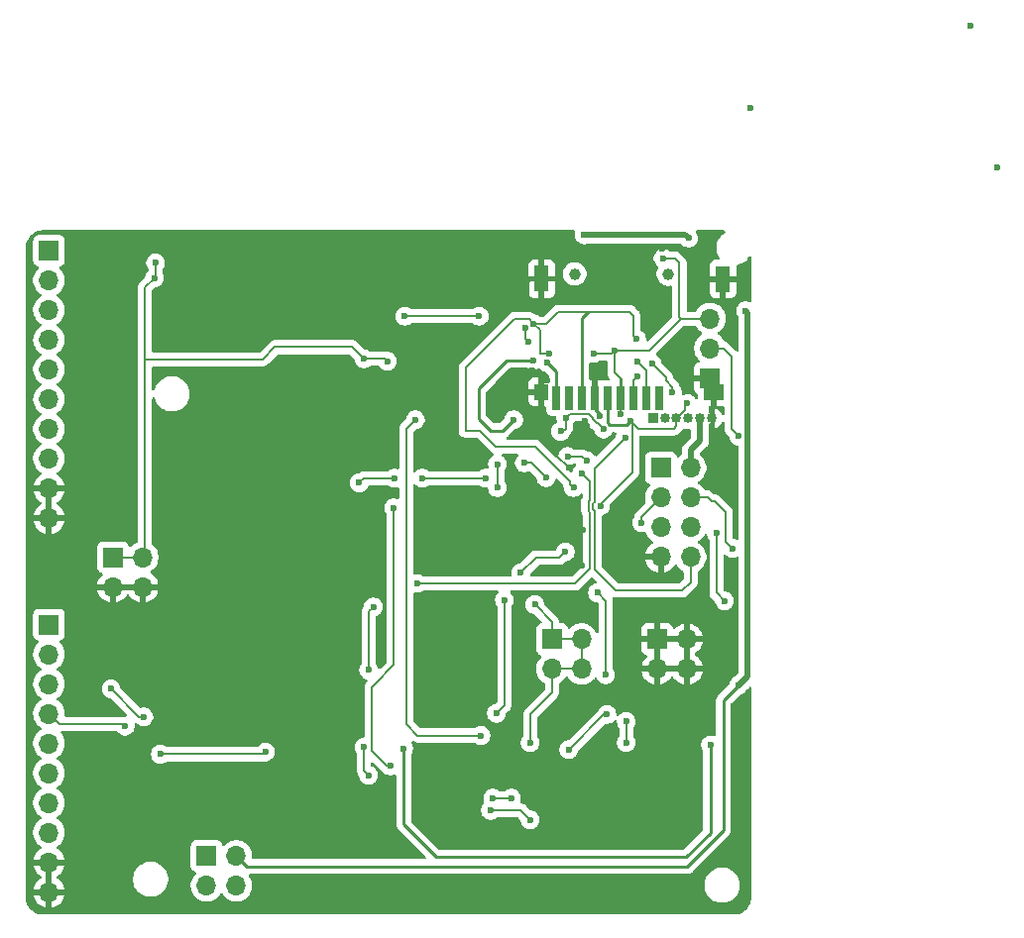
<source format=gbr>
%TF.GenerationSoftware,KiCad,Pcbnew,9.0.3*%
%TF.CreationDate,2025-08-19T17:20:28-04:00*%
%TF.ProjectId,PicoTag,5069636f-5461-4672-9e6b-696361645f70,rev?*%
%TF.SameCoordinates,Original*%
%TF.FileFunction,Copper,L2,Bot*%
%TF.FilePolarity,Positive*%
%FSLAX46Y46*%
G04 Gerber Fmt 4.6, Leading zero omitted, Abs format (unit mm)*
G04 Created by KiCad (PCBNEW 9.0.3) date 2025-08-19 17:20:28*
%MOMM*%
%LPD*%
G01*
G04 APERTURE LIST*
%TA.AperFunction,SMDPad,CuDef*%
%ADD10R,1.780000X1.400000*%
%TD*%
%TA.AperFunction,SMDPad,CuDef*%
%ADD11R,1.270000X2.290000*%
%TD*%
%TA.AperFunction,SMDPad,CuDef*%
%ADD12R,1.200000X1.400000*%
%TD*%
%TA.AperFunction,SMDPad,CuDef*%
%ADD13R,0.700000X2.000000*%
%TD*%
%TA.AperFunction,ComponentPad*%
%ADD14C,1.000000*%
%TD*%
%TA.AperFunction,ComponentPad*%
%ADD15R,1.700000X1.700000*%
%TD*%
%TA.AperFunction,ComponentPad*%
%ADD16O,1.700000X1.700000*%
%TD*%
%TA.AperFunction,ComponentPad*%
%ADD17R,0.850000X0.850000*%
%TD*%
%TA.AperFunction,ComponentPad*%
%ADD18O,0.850000X0.850000*%
%TD*%
%TA.AperFunction,ViaPad*%
%ADD19C,0.600000*%
%TD*%
%TA.AperFunction,Conductor*%
%ADD20C,0.200000*%
%TD*%
%TA.AperFunction,Conductor*%
%ADD21C,0.250000*%
%TD*%
%TA.AperFunction,Conductor*%
%ADD22C,0.500000*%
%TD*%
G04 APERTURE END LIST*
D10*
%TO.P,Card1,13,GND*%
%TO.N,GND*%
X186300000Y-52820000D03*
D11*
%TO.P,Card1,12,GND*%
X187060000Y-43170000D03*
%TO.P,Card1,11,GND*%
X171570000Y-43160000D03*
D12*
%TO.P,Card1,10,GND*%
X171540000Y-52820000D03*
D13*
%TO.P,Card1,9,CD*%
%TO.N,MMC_CD*%
X172820000Y-53360000D03*
%TO.P,Card1,8,DAT1(RSV)*%
%TO.N,unconnected-(Card1-DAT1(RSV)-Pad8)*%
X173920000Y-53350000D03*
%TO.P,Card1,7,DAT0(D0)*%
%TO.N,SPI_MISO*%
X175020000Y-53350000D03*
%TO.P,Card1,6,VSS*%
%TO.N,GND*%
X176120000Y-53350000D03*
%TO.P,Card1,5,CLK(SCLK)*%
%TO.N,SPI_CLK*%
X177210000Y-53350000D03*
%TO.P,Card1,4,VDD*%
%TO.N,3V3*%
X178310000Y-53350000D03*
%TO.P,Card1,3,CMD(DI)*%
%TO.N,SPI_MOSI*%
X179410000Y-53350000D03*
%TO.P,Card1,2,CDDAT3(CS)*%
%TO.N,MMC_CS*%
X180510000Y-53350000D03*
%TO.P,Card1,1,DAT2(RSV)*%
%TO.N,unconnected-(Card1-DAT2(RSV)-Pad1)*%
X181600000Y-53350000D03*
D14*
%TO.P,Card1,*%
%TO.N,*%
X182400000Y-42760000D03*
X174400000Y-42750000D03*
%TD*%
D15*
%TO.P,J4,1,Pin_1*%
%TO.N,GND*%
X185950000Y-51640000D03*
D16*
%TO.P,J4,2,Pin_2*%
%TO.N,{slash}WP*%
X185950000Y-49100000D03*
%TO.P,J4,3,Pin_3*%
%TO.N,3V3*%
X185950000Y-46560000D03*
%TD*%
D17*
%TO.P,J11,1,Pin_1*%
%TO.N,SPI_MISO*%
X181100000Y-55100000D03*
D18*
%TO.P,J11,2,Pin_2*%
%TO.N,SPI_MOSI*%
X182100000Y-55100000D03*
%TO.P,J11,3,Pin_3*%
%TO.N,SPI_CLK*%
X183100000Y-55100000D03*
%TO.P,J11,4,Pin_4*%
%TO.N,EXT_SPI_CS*%
X184100000Y-55100000D03*
%TO.P,J11,5,Pin_5*%
%TO.N,3V3*%
X185100000Y-55100000D03*
%TO.P,J11,6,Pin_6*%
%TO.N,GND*%
X186100000Y-55100000D03*
%TD*%
D15*
%TO.P,J8,1,Pin_1*%
%TO.N,3V3*%
X134960000Y-66960000D03*
D16*
%TO.P,J8,2,Pin_2*%
X137500000Y-66960000D03*
%TO.P,J8,3,Pin_3*%
%TO.N,GND*%
X134960000Y-69500000D03*
%TO.P,J8,4,Pin_4*%
X137500000Y-69500000D03*
%TD*%
D15*
%TO.P,J7,1,Pin_1*%
%TO.N,3V3*%
X172460000Y-73960000D03*
D16*
%TO.P,J7,2,Pin_2*%
X175000000Y-73960000D03*
%TO.P,J7,3,Pin_3*%
X172460000Y-76500000D03*
%TO.P,J7,4,Pin_4*%
X175000000Y-76500000D03*
%TD*%
D15*
%TO.P,J2,1,Pin_1*%
%TO.N,CH1*%
X129500000Y-40760000D03*
D16*
%TO.P,J2,2,Pin_2*%
%TO.N,CH2*%
X129500000Y-43300000D03*
%TO.P,J2,3,Pin_3*%
%TO.N,CH3*%
X129500000Y-45840000D03*
%TO.P,J2,4,Pin_4*%
%TO.N,CH4*%
X129500000Y-48380000D03*
%TO.P,J2,5,Pin_5*%
%TO.N,CH5*%
X129500000Y-50920000D03*
%TO.P,J2,6,Pin_6*%
%TO.N,CH6*%
X129500000Y-53460000D03*
%TO.P,J2,7,Pin_7*%
%TO.N,CH7*%
X129500000Y-56000000D03*
%TO.P,J2,8,Pin_8*%
%TO.N,CH8*%
X129500000Y-58540000D03*
%TO.P,J2,9,Pin_9*%
%TO.N,GND*%
X129500000Y-61080000D03*
%TO.P,J2,10,Pin_10*%
X129500000Y-63620000D03*
%TD*%
D15*
%TO.P,J1,1,Pin_1*%
%TO.N,CH9*%
X129500000Y-72720000D03*
D16*
%TO.P,J1,2,Pin_2*%
%TO.N,CH10*%
X129500000Y-75260000D03*
%TO.P,J1,3,Pin_3*%
%TO.N,CH11*%
X129500000Y-77800000D03*
%TO.P,J1,4,Pin_4*%
%TO.N,CH12*%
X129500000Y-80340000D03*
%TO.P,J1,5,Pin_5*%
%TO.N,CH13*%
X129500000Y-82880000D03*
%TO.P,J1,6,Pin_6*%
%TO.N,CH14*%
X129500000Y-85420000D03*
%TO.P,J1,7,Pin_7*%
%TO.N,CH15*%
X129500000Y-87960000D03*
%TO.P,J1,8,Pin_8*%
%TO.N,CH16*%
X129500000Y-90500000D03*
%TO.P,J1,9,Pin_9*%
%TO.N,GND*%
X129500000Y-93040000D03*
%TO.P,J1,10,Pin_10*%
X129500000Y-95580000D03*
%TD*%
D15*
%TO.P,J6,1,Pin_1*%
%TO.N,GND*%
X181460000Y-73960000D03*
D16*
%TO.P,J6,2,Pin_2*%
X184000000Y-73960000D03*
%TO.P,J6,3,Pin_3*%
X181460000Y-76500000D03*
%TO.P,J6,4,Pin_4*%
X184000000Y-76500000D03*
%TD*%
D15*
%TO.P,J3,1,Pin_1*%
%TO.N,FLASH_CS*%
X181760000Y-59320000D03*
D16*
%TO.P,J3,2,Pin_2*%
%TO.N,3V3*%
X184300000Y-59320000D03*
%TO.P,J3,3,Pin_3*%
%TO.N,SPI_MISO*%
X181760000Y-61860000D03*
%TO.P,J3,4,Pin_4*%
%TO.N,3V3*%
X184300000Y-61860000D03*
%TO.P,J3,5,Pin_5*%
%TO.N,{slash}WP*%
X181760000Y-64400000D03*
%TO.P,J3,6,Pin_6*%
%TO.N,SPI_CLK*%
X184300000Y-64400000D03*
%TO.P,J3,7,Pin_7*%
%TO.N,GND*%
X181760000Y-66940000D03*
%TO.P,J3,8,Pin_8*%
%TO.N,SPI_MOSI*%
X184300000Y-66940000D03*
%TD*%
D15*
%TO.P,J9,1,Pin_1*%
%TO.N,+5V*%
X142960000Y-92500000D03*
D16*
%TO.P,J9,2,Pin_2*%
X145500000Y-92500000D03*
%TO.P,J9,3,Pin_3*%
X142960000Y-95040000D03*
%TO.P,J9,4,Pin_4*%
X145500000Y-95040000D03*
%TD*%
D19*
%TO.N,GND*%
X167950000Y-83800000D03*
X176800000Y-40950000D03*
X175900000Y-44850000D03*
%TO.N,*%
X189400000Y-28550000D03*
X210450000Y-33600000D03*
X208200000Y-21550000D03*
%TO.N,GND*%
X171900000Y-68100000D03*
X175099000Y-64600000D03*
X175000000Y-67700000D03*
X173600000Y-61800000D03*
X187900000Y-48650000D03*
X187550000Y-47500000D03*
X161100000Y-80750000D03*
X161050000Y-78550000D03*
X161050000Y-76650000D03*
X167600000Y-75800000D03*
X167400000Y-72550000D03*
X169650000Y-53250000D03*
%TO.N,SPI_MOSI*%
X178700000Y-56750000D03*
%TO.N,3V3*%
X181953215Y-41398231D03*
%TO.N,GND*%
X173900000Y-59300000D03*
X175250000Y-55300000D03*
X171600000Y-61400000D03*
X176508027Y-54917024D03*
%TO.N,SPI_MOSI*%
X181000000Y-50400000D03*
X179750000Y-51500000D03*
X182750000Y-52850000D03*
%TO.N,3V3*%
X176022000Y-49530000D03*
X170600000Y-82800000D03*
X158400000Y-50200000D03*
X177800000Y-49276000D03*
X138500000Y-43090000D03*
X156400000Y-50000000D03*
X178800000Y-81000000D03*
X178350000Y-54700000D03*
X176866116Y-56000001D03*
X187900000Y-66200000D03*
X173640264Y-55030320D03*
X173200000Y-56200000D03*
X138600000Y-41800000D03*
X171000000Y-71000000D03*
X178800000Y-82800000D03*
%TO.N,{slash}WP*%
X188400000Y-56600000D03*
%TO.N,SPI_CLK*%
X173600000Y-66500000D03*
X187200000Y-70700000D03*
X184023529Y-53818442D03*
X176600000Y-62600000D03*
X169800000Y-68300000D03*
X168400000Y-70600000D03*
X167700000Y-80300000D03*
X186500000Y-64900000D03*
X179200000Y-55300000D03*
%TO.N,GND*%
X168000000Y-44700000D03*
X172850000Y-57400000D03*
X139800000Y-67200000D03*
X137500000Y-40700000D03*
X170800000Y-51000000D03*
X157100000Y-40100000D03*
X139000000Y-69500000D03*
X170000000Y-74000000D03*
X167900000Y-54900000D03*
X142000000Y-74200000D03*
X146900000Y-51400000D03*
X170434000Y-44958000D03*
X142000000Y-75600000D03*
X170000000Y-61600000D03*
X141600000Y-81800000D03*
X156300000Y-52000000D03*
X166800000Y-43100000D03*
X139800000Y-65800000D03*
X169000000Y-61600000D03*
X146600000Y-69400000D03*
X166150000Y-47900000D03*
X175800000Y-79200000D03*
X171600000Y-91200000D03*
X140800000Y-75200000D03*
X181900000Y-40600000D03*
X146600000Y-72000000D03*
X146600000Y-75100000D03*
X137500000Y-71100000D03*
X172060000Y-51839998D03*
X174700000Y-70200000D03*
X139000000Y-64800000D03*
%TO.N,FLASH_CS*%
X170180000Y-47350000D03*
X175000000Y-59800000D03*
X170434000Y-48550000D03*
X161000000Y-69200000D03*
%TO.N,MMC_CD*%
X172060000Y-50350000D03*
X169200000Y-55200000D03*
X167800000Y-59000000D03*
X167800000Y-61000000D03*
X170860000Y-50150000D03*
%TO.N,MMC_CS*%
X166250000Y-46350000D03*
X179750000Y-50200000D03*
X159900000Y-46350000D03*
%TO.N,CH14*%
X139000000Y-83800000D03*
X148000000Y-83600000D03*
%TO.N,CH10*%
X166800000Y-60200000D03*
X161400000Y-60200000D03*
X156000000Y-60600000D03*
X159000000Y-60200000D03*
%TO.N,CH11*%
X137600000Y-80600000D03*
X134800000Y-78200000D03*
%TO.N,CH12*%
X136000000Y-81400000D03*
%TO.N,LED*%
X159800000Y-83300000D03*
X186000000Y-83000000D03*
%TO.N,+5V*%
X188400000Y-77900000D03*
X189000000Y-45900000D03*
X184124265Y-39675735D03*
X175200000Y-39400000D03*
%TO.N,RESET*%
X156800000Y-85600000D03*
X156400000Y-83200000D03*
X156800000Y-76600000D03*
X157200000Y-71200000D03*
%TO.N,BTN1*%
X170600000Y-89400000D03*
X158650000Y-84800000D03*
X167200000Y-88600000D03*
X158950000Y-62750000D03*
%TO.N,BTN2*%
X166400000Y-82200000D03*
X160800000Y-55200000D03*
%TO.N,EXT_SPI_CS*%
X170100000Y-58900000D03*
X173800000Y-58350000D03*
X171950000Y-60150000D03*
X175450000Y-58700000D03*
%TO.N,SPI_MISO*%
X177150000Y-80400000D03*
X177050000Y-77000000D03*
X173900000Y-83400000D03*
X167400000Y-87550000D03*
X174300000Y-61000000D03*
X170900000Y-47000000D03*
X176350000Y-70000000D03*
X169000000Y-87550000D03*
X180100000Y-64000000D03*
X179700000Y-48300000D03*
X172212000Y-49530000D03*
%TD*%
D20*
%TO.N,GND*%
X170450000Y-43500000D02*
X170450000Y-44942000D01*
X170790000Y-43160000D02*
X170450000Y-43500000D01*
X170450000Y-44942000D02*
X170434000Y-44958000D01*
X171570000Y-43160000D02*
X170790000Y-43160000D01*
X175000000Y-64699000D02*
X175099000Y-64600000D01*
X175000000Y-67700000D02*
X175000000Y-64699000D01*
%TO.N,FLASH_CS*%
X175699000Y-60499000D02*
X175000000Y-59800000D01*
X175699000Y-67951000D02*
X175699000Y-63151398D01*
X175573000Y-62174602D02*
X175699000Y-62048602D01*
X174450000Y-69200000D02*
X175699000Y-67951000D01*
X175699000Y-63151398D02*
X175573000Y-63025398D01*
X175573000Y-63025398D02*
X175573000Y-62174602D01*
X161000000Y-69200000D02*
X174450000Y-69200000D01*
X175699000Y-62048602D02*
X175699000Y-60499000D01*
%TO.N,SPI_MOSI*%
X176100000Y-59350000D02*
X178700000Y-56750000D01*
X176100000Y-62214702D02*
X176100000Y-59350000D01*
X175974000Y-62340702D02*
X176100000Y-62214702D01*
X175974000Y-62859298D02*
X175974000Y-62340702D01*
X176100000Y-62985298D02*
X175974000Y-62859298D01*
X176100000Y-68000000D02*
X176100000Y-62985298D01*
X177900000Y-69800000D02*
X176100000Y-68000000D01*
X178050000Y-69800000D02*
X177900000Y-69800000D01*
X184300000Y-69100000D02*
X184300000Y-66940000D01*
X178050000Y-69800000D02*
X183600000Y-69800000D01*
X183600000Y-69800000D02*
X184300000Y-69100000D01*
%TO.N,3V3*%
X183350000Y-46444000D02*
X183466000Y-46560000D01*
X182948231Y-41398231D02*
X183350000Y-41800000D01*
X183350000Y-41800000D02*
X183350000Y-46444000D01*
X181953215Y-41398231D02*
X182948231Y-41398231D01*
%TO.N,GND*%
X172850000Y-57400000D02*
X174750000Y-57400000D01*
X172850000Y-57400000D02*
X172850000Y-58250000D01*
X174750000Y-57400000D02*
X175600000Y-56550000D01*
X172850000Y-58250000D02*
X173900000Y-59300000D01*
X175600000Y-56550000D02*
X175600000Y-55650000D01*
X175600000Y-55650000D02*
X175250000Y-55300000D01*
D21*
X176508027Y-54684376D02*
X176120000Y-54296349D01*
X176508027Y-54917024D02*
X176508027Y-54684376D01*
X176120000Y-54296349D02*
X176120000Y-53350000D01*
D20*
%TO.N,SPI_MOSI*%
X179410000Y-51840000D02*
X179750000Y-51500000D01*
X181000000Y-50400000D02*
X182200000Y-51600000D01*
X182200000Y-51850000D02*
X182750000Y-52400000D01*
X182200000Y-51600000D02*
X182200000Y-51850000D01*
X182750000Y-52400000D02*
X182750000Y-52850000D01*
X179410000Y-53350000D02*
X179410000Y-51840000D01*
%TO.N,3V3*%
X175000000Y-73960000D02*
X175000000Y-76500000D01*
X170600000Y-80400000D02*
X172460000Y-78540000D01*
X177800000Y-51200000D02*
X178310000Y-51710000D01*
X137668000Y-50038000D02*
X137700000Y-50070000D01*
X180750000Y-49276000D02*
X183466000Y-46560000D01*
X186100000Y-62200000D02*
X185760000Y-61860000D01*
X173640264Y-55030320D02*
X173640264Y-55959736D01*
X138600000Y-41800000D02*
X138600000Y-42990000D01*
X155400000Y-49000000D02*
X156400000Y-50000000D01*
X172460000Y-76500000D02*
X175000000Y-76500000D01*
X137700000Y-50070000D02*
X137700000Y-66760000D01*
X173400000Y-56200000D02*
X173200000Y-56200000D01*
X176022000Y-49530000D02*
X177546000Y-49530000D01*
X173970584Y-54700000D02*
X175566115Y-54700000D01*
X148800000Y-49000000D02*
X155400000Y-49000000D01*
X158200000Y-50000000D02*
X156400000Y-50000000D01*
D21*
X176130000Y-49530000D02*
X176022000Y-49530000D01*
D20*
X176259084Y-55518024D02*
X176384139Y-55518024D01*
X175907027Y-55165967D02*
X176259084Y-55518024D01*
X175566115Y-54700000D02*
X175907027Y-55040912D01*
X137700000Y-66760000D02*
X137500000Y-66960000D01*
X170600000Y-82800000D02*
X170600000Y-80400000D01*
X172460000Y-73960000D02*
X172460000Y-72460000D01*
X173640264Y-55959736D02*
X173400000Y-56200000D01*
X178350000Y-54700000D02*
X178350000Y-53390000D01*
X185950000Y-46560000D02*
X183466000Y-46560000D01*
X177800000Y-49276000D02*
X180750000Y-49276000D01*
X176384139Y-55518024D02*
X176866116Y-56000001D01*
D22*
X184300000Y-57800000D02*
X184300000Y-59320000D01*
D20*
X172460000Y-73960000D02*
X175000000Y-73960000D01*
X137668000Y-43922000D02*
X138500000Y-43090000D01*
X172460000Y-72460000D02*
X171000000Y-71000000D01*
X177546000Y-49530000D02*
X177800000Y-49276000D01*
X186400000Y-62200000D02*
X186100000Y-62200000D01*
D22*
X185100000Y-57000000D02*
X184300000Y-57800000D01*
D20*
X185760000Y-61860000D02*
X184300000Y-61860000D01*
X137668000Y-50038000D02*
X137668000Y-43922000D01*
X158400000Y-50200000D02*
X158200000Y-50000000D01*
X172460000Y-78540000D02*
X172460000Y-76500000D01*
X187900000Y-66200000D02*
X187300000Y-65600000D01*
X178800000Y-82800000D02*
X178800000Y-81000000D01*
D21*
X178310000Y-53350000D02*
X178310000Y-51710000D01*
D22*
X185100000Y-55100000D02*
X185100000Y-57000000D01*
D20*
X177800000Y-49276000D02*
X177800000Y-51200000D01*
X187300000Y-63100000D02*
X186400000Y-62200000D01*
X147762000Y-50038000D02*
X148800000Y-49000000D01*
X137668000Y-50038000D02*
X147762000Y-50038000D01*
X134960000Y-66960000D02*
X137500000Y-66960000D01*
X173640264Y-55030320D02*
X173970584Y-54700000D01*
X178350000Y-53390000D02*
X178310000Y-53350000D01*
X138600000Y-42990000D02*
X138500000Y-43090000D01*
X175907027Y-55040912D02*
X175907027Y-55165967D01*
X187300000Y-65600000D02*
X187300000Y-63100000D01*
%TO.N,{slash}WP*%
X187800000Y-56000000D02*
X187800000Y-49800000D01*
X187100000Y-49100000D02*
X185950000Y-49100000D01*
X188400000Y-56600000D02*
X187800000Y-56000000D01*
X187800000Y-49800000D02*
X187100000Y-49100000D01*
%TO.N,SPI_CLK*%
X182851040Y-55950000D02*
X183100000Y-55701040D01*
X183100000Y-55100000D02*
X183374000Y-54826000D01*
X167700000Y-80300000D02*
X168400000Y-79600000D01*
X179850000Y-55950000D02*
X179200000Y-55300000D01*
X176600000Y-62600000D02*
X176600000Y-62400000D01*
X171100000Y-67000000D02*
X173100000Y-67000000D01*
X169800000Y-68300000D02*
X171100000Y-67000000D01*
X179850000Y-55950000D02*
X182851040Y-55950000D01*
D21*
X177400000Y-55650000D02*
X178850000Y-55650000D01*
D20*
X173100000Y-67000000D02*
X173600000Y-66500000D01*
X186500000Y-64900000D02*
X186500000Y-70000000D01*
X183799280Y-54374000D02*
X183800000Y-54374000D01*
D21*
X177210000Y-53350000D02*
X177210000Y-55460000D01*
D20*
X176600000Y-62400000D02*
X179300000Y-59700000D01*
X179300000Y-55400000D02*
X179200000Y-55300000D01*
X183374000Y-54826000D02*
X183374000Y-54799280D01*
X168400000Y-79600000D02*
X168400000Y-70600000D01*
D21*
X178850000Y-55650000D02*
X179200000Y-55300000D01*
D20*
X186500000Y-70000000D02*
X187200000Y-70700000D01*
X183100000Y-55701040D02*
X183100000Y-55100000D01*
X183800000Y-54374000D02*
X183800000Y-54050000D01*
X179300000Y-59700000D02*
X179300000Y-55400000D01*
X183800000Y-54050000D02*
X183791971Y-54050000D01*
D21*
X177210000Y-55460000D02*
X177400000Y-55650000D01*
D20*
X183791971Y-54050000D02*
X184023529Y-53818442D01*
X183374000Y-54799280D02*
X183799280Y-54374000D01*
%TO.N,GND*%
X168850000Y-51350000D02*
X169200000Y-51000000D01*
X169200000Y-51000000D02*
X170800000Y-51000000D01*
X167980000Y-54820000D02*
X167900000Y-54900000D01*
X167980000Y-52220000D02*
X168850000Y-51350000D01*
X167980000Y-52810000D02*
X167980000Y-54820000D01*
X167980000Y-52810000D02*
X167980000Y-52220000D01*
%TO.N,FLASH_CS*%
X170180000Y-47350000D02*
X170180000Y-48296000D01*
X170180000Y-48296000D02*
X170434000Y-48550000D01*
D21*
%TO.N,MMC_CD*%
X170860000Y-50150000D02*
X168600000Y-50150000D01*
X172820000Y-53360000D02*
X172820000Y-51110000D01*
X168600000Y-50150000D02*
X166200000Y-52550000D01*
X172820000Y-51110000D02*
X172060000Y-50350000D01*
X167200000Y-56150000D02*
X168250000Y-56150000D01*
X166200000Y-55150000D02*
X167200000Y-56150000D01*
X166200000Y-52550000D02*
X166200000Y-55150000D01*
D20*
X167800000Y-61000000D02*
X167800000Y-59000000D01*
D21*
X168250000Y-56150000D02*
X169200000Y-55200000D01*
D20*
X169260000Y-55140000D02*
X169200000Y-55200000D01*
%TO.N,MMC_CS*%
X159900000Y-46350000D02*
X166250000Y-46350000D01*
X180550000Y-53310000D02*
X180510000Y-53350000D01*
X179750000Y-50200000D02*
X180550000Y-51000000D01*
X180550000Y-51000000D02*
X180550000Y-53310000D01*
%TO.N,CH14*%
X139000000Y-83800000D02*
X147400000Y-83800000D01*
X147800000Y-83800000D02*
X148000000Y-83600000D01*
X147400000Y-83800000D02*
X147800000Y-83800000D01*
%TO.N,CH10*%
X156400000Y-60200000D02*
X156000000Y-60600000D01*
X166800000Y-60200000D02*
X161400000Y-60200000D01*
X159000000Y-60200000D02*
X156400000Y-60200000D01*
%TO.N,CH11*%
X137200000Y-80600000D02*
X137600000Y-80600000D01*
X134800000Y-78200000D02*
X137200000Y-80600000D01*
%TO.N,CH12*%
X135800000Y-81200000D02*
X130360000Y-81200000D01*
X136000000Y-81400000D02*
X135800000Y-81200000D01*
X130360000Y-81200000D02*
X129500000Y-80340000D01*
D21*
%TO.N,LED*%
X162600000Y-92600000D02*
X161600000Y-91600000D01*
X159800000Y-89800000D02*
X159800000Y-83300000D01*
X186000000Y-83000000D02*
X186000000Y-90500000D01*
X186000000Y-90500000D02*
X183900000Y-92600000D01*
X161600000Y-91600000D02*
X159800000Y-89800000D01*
X183900000Y-92600000D02*
X162600000Y-92600000D01*
D22*
%TO.N,+5V*%
X175200000Y-39400000D02*
X183848530Y-39400000D01*
D21*
X181600000Y-93400000D02*
X184000000Y-93400000D01*
D22*
X183848530Y-39400000D02*
X184124265Y-39675735D01*
D21*
X145500000Y-92500000D02*
X146400000Y-93400000D01*
D22*
X189151000Y-77149000D02*
X188400000Y-77900000D01*
D21*
X146400000Y-93400000D02*
X181600000Y-93400000D01*
X187100000Y-79200000D02*
X188200000Y-78100000D01*
X184000000Y-93400000D02*
X187100000Y-90300000D01*
X187100000Y-90300000D02*
X187100000Y-79200000D01*
D22*
X189000000Y-45900000D02*
X189151000Y-46051000D01*
X189151000Y-46051000D02*
X189151000Y-77149000D01*
D21*
X188200000Y-78100000D02*
X188400000Y-77900000D01*
D20*
%TO.N,RESET*%
X156800000Y-76600000D02*
X156800000Y-71600000D01*
X156800000Y-71600000D02*
X157200000Y-71200000D01*
X156800000Y-85600000D02*
X156400000Y-85200000D01*
X156400000Y-85200000D02*
X156400000Y-83200000D01*
%TO.N,BTN1*%
X158100000Y-84550000D02*
X158350000Y-84800000D01*
X158350000Y-84800000D02*
X158650000Y-84800000D01*
X157300000Y-77800000D02*
X157050000Y-78050000D01*
X157050000Y-78050000D02*
X157050000Y-82450000D01*
X169800000Y-88600000D02*
X170600000Y-89400000D01*
X158950000Y-76150000D02*
X157300000Y-77800000D01*
X157050000Y-83500000D02*
X158100000Y-84550000D01*
X157050000Y-82450000D02*
X157050000Y-83500000D01*
X158950000Y-62750000D02*
X158950000Y-76150000D01*
X167200000Y-88600000D02*
X169800000Y-88600000D01*
%TO.N,BTN2*%
X161200000Y-82200000D02*
X161000000Y-82200000D01*
X161000000Y-82200000D02*
X160000000Y-81200000D01*
X160000000Y-56000000D02*
X160800000Y-55200000D01*
X160000000Y-81200000D02*
X160000000Y-56000000D01*
X166400000Y-82200000D02*
X161200000Y-82200000D01*
%TO.N,EXT_SPI_CS*%
X170100000Y-58900000D02*
X170700000Y-58900000D01*
X175450000Y-58700000D02*
X175400000Y-58700000D01*
X175050000Y-58350000D02*
X173800000Y-58350000D01*
X170700000Y-58900000D02*
X171950000Y-60150000D01*
X175400000Y-58700000D02*
X175050000Y-58350000D01*
%TO.N,SPI_MISO*%
X174000000Y-60700000D02*
X174300000Y-61000000D01*
X169250000Y-46600000D02*
X165100000Y-50750000D01*
D21*
X175020000Y-46530000D02*
X175550000Y-46000000D01*
D20*
X171460000Y-49530000D02*
X171460000Y-47560000D01*
X174000000Y-60500000D02*
X174000000Y-60700000D01*
X172000000Y-47000000D02*
X170900000Y-47000000D01*
X177050000Y-77000000D02*
X177050000Y-70700000D01*
D21*
X175550000Y-46000000D02*
X175600000Y-46000000D01*
D20*
X170500000Y-46600000D02*
X169250000Y-46600000D01*
X171460000Y-47560000D02*
X170900000Y-47000000D01*
X177050000Y-70700000D02*
X176350000Y-70000000D01*
X179400000Y-48000000D02*
X179400000Y-46300000D01*
X170999000Y-57499000D02*
X171875000Y-58375000D01*
X173000000Y-46000000D02*
X172000000Y-47000000D01*
X167648943Y-57499000D02*
X170999000Y-57499000D01*
X166299943Y-56150000D02*
X167648943Y-57499000D01*
X171800000Y-58300000D02*
X171875000Y-58375000D01*
X176900000Y-80400000D02*
X177150000Y-80400000D01*
X173900000Y-83400000D02*
X176900000Y-80400000D01*
X175600000Y-46000000D02*
X173000000Y-46000000D01*
X172212000Y-49530000D02*
X171460000Y-49530000D01*
D21*
X175020000Y-53350000D02*
X175020000Y-46530000D01*
D20*
X179100000Y-46000000D02*
X175600000Y-46000000D01*
X179700000Y-48300000D02*
X179400000Y-48000000D01*
X180100000Y-64000000D02*
X180100000Y-63520000D01*
X171875000Y-58375000D02*
X174000000Y-60500000D01*
X170900000Y-47000000D02*
X170500000Y-46600000D01*
X167400000Y-87550000D02*
X169000000Y-87550000D01*
X180100000Y-63520000D02*
X181760000Y-61860000D01*
X165100000Y-50750000D02*
X165100000Y-56150000D01*
X165100000Y-56150000D02*
X166299943Y-56150000D01*
X179400000Y-46300000D02*
X179100000Y-46000000D01*
%TD*%
%TA.AperFunction,Conductor*%
%TO.N,GND*%
G36*
X129750000Y-95146988D02*
G01*
X129692993Y-95114075D01*
X129565826Y-95080000D01*
X129434174Y-95080000D01*
X129307007Y-95114075D01*
X129250000Y-95146988D01*
X129250000Y-93473012D01*
X129307007Y-93505925D01*
X129434174Y-93540000D01*
X129565826Y-93540000D01*
X129692993Y-93505925D01*
X129750000Y-93473012D01*
X129750000Y-95146988D01*
G37*
%TD.AperFunction*%
%TA.AperFunction,Conductor*%
G36*
X137034075Y-69307007D02*
G01*
X137000000Y-69434174D01*
X137000000Y-69565826D01*
X137034075Y-69692993D01*
X137066988Y-69750000D01*
X135393012Y-69750000D01*
X135425925Y-69692993D01*
X135460000Y-69565826D01*
X135460000Y-69434174D01*
X135425925Y-69307007D01*
X135393012Y-69250000D01*
X137066988Y-69250000D01*
X137034075Y-69307007D01*
G37*
%TD.AperFunction*%
%TA.AperFunction,Conductor*%
G36*
X129750000Y-63186988D02*
G01*
X129692993Y-63154075D01*
X129565826Y-63120000D01*
X129434174Y-63120000D01*
X129307007Y-63154075D01*
X129250000Y-63186988D01*
X129250000Y-61513012D01*
X129307007Y-61545925D01*
X129434174Y-61580000D01*
X129565826Y-61580000D01*
X129692993Y-61545925D01*
X129750000Y-61513012D01*
X129750000Y-63186988D01*
G37*
%TD.AperFunction*%
%TA.AperFunction,Conductor*%
G36*
X174344985Y-39009761D02*
G01*
X174376856Y-39017940D01*
X174378362Y-39019561D01*
X174380484Y-39020185D01*
X174402008Y-39045025D01*
X174424401Y-39069139D01*
X174424791Y-39071318D01*
X174426239Y-39072989D01*
X174430919Y-39105537D01*
X174436717Y-39137915D01*
X174435984Y-39140768D01*
X174436183Y-39142147D01*
X174431159Y-39160411D01*
X174432031Y-39160676D01*
X174430261Y-39166510D01*
X174399500Y-39321153D01*
X174399500Y-39478846D01*
X174430261Y-39633489D01*
X174430264Y-39633501D01*
X174490602Y-39779172D01*
X174490609Y-39779185D01*
X174578210Y-39910288D01*
X174578213Y-39910292D01*
X174689707Y-40021786D01*
X174689711Y-40021789D01*
X174820814Y-40109390D01*
X174820827Y-40109397D01*
X174920060Y-40150500D01*
X174966503Y-40169737D01*
X175098153Y-40195924D01*
X175121153Y-40200499D01*
X175121156Y-40200500D01*
X175121158Y-40200500D01*
X175278844Y-40200500D01*
X175278845Y-40200499D01*
X175355152Y-40185320D01*
X175433488Y-40169739D01*
X175433489Y-40169738D01*
X175433497Y-40169737D01*
X175457155Y-40159937D01*
X175504604Y-40150500D01*
X183415589Y-40150500D01*
X183482628Y-40170185D01*
X183503270Y-40186819D01*
X183613972Y-40297521D01*
X183613976Y-40297524D01*
X183745079Y-40385125D01*
X183745092Y-40385132D01*
X183865008Y-40434802D01*
X183890768Y-40445472D01*
X184045418Y-40476234D01*
X184045421Y-40476235D01*
X184045423Y-40476235D01*
X184203109Y-40476235D01*
X184203110Y-40476234D01*
X184357762Y-40445472D01*
X184503444Y-40385129D01*
X184634554Y-40297524D01*
X184746054Y-40186024D01*
X184833659Y-40054914D01*
X184894002Y-39909232D01*
X184924765Y-39754577D01*
X184924765Y-39596893D01*
X184924765Y-39596890D01*
X184924764Y-39596888D01*
X184909965Y-39522488D01*
X184894002Y-39442238D01*
X184858068Y-39355485D01*
X184833662Y-39296562D01*
X184833655Y-39296549D01*
X184764727Y-39193391D01*
X184743849Y-39126713D01*
X184762334Y-39059333D01*
X184814312Y-39012643D01*
X184867829Y-39000500D01*
X187129449Y-39000500D01*
X187196488Y-39020185D01*
X187242243Y-39072989D01*
X187252187Y-39142147D01*
X187223162Y-39205703D01*
X187202337Y-39224815D01*
X187022490Y-39355483D01*
X187022488Y-39355485D01*
X187022487Y-39355485D01*
X186855485Y-39522487D01*
X186855485Y-39522488D01*
X186855483Y-39522490D01*
X186833713Y-39552454D01*
X186716657Y-39713566D01*
X186609433Y-39924003D01*
X186536446Y-40148631D01*
X186499500Y-40381902D01*
X186499500Y-40618097D01*
X186536446Y-40851368D01*
X186609433Y-41075996D01*
X186661515Y-41178211D01*
X186714208Y-41281627D01*
X186716659Y-41286436D01*
X186746940Y-41328115D01*
X186770420Y-41393921D01*
X186754594Y-41461975D01*
X186704489Y-41510670D01*
X186646622Y-41525000D01*
X186377155Y-41525000D01*
X186317627Y-41531401D01*
X186317620Y-41531403D01*
X186182913Y-41581645D01*
X186182906Y-41581649D01*
X186067812Y-41667809D01*
X186067809Y-41667812D01*
X185981649Y-41782906D01*
X185981645Y-41782913D01*
X185931403Y-41917620D01*
X185931401Y-41917627D01*
X185925000Y-41977155D01*
X185925000Y-42920000D01*
X188195000Y-42920000D01*
X188195000Y-42094224D01*
X188214685Y-42027185D01*
X188267489Y-41981430D01*
X188299593Y-41971753D01*
X188351368Y-41963553D01*
X188575992Y-41890568D01*
X188786433Y-41783343D01*
X188977510Y-41644517D01*
X189144517Y-41477510D01*
X189275183Y-41297664D01*
X189330512Y-41255000D01*
X189400126Y-41249021D01*
X189461920Y-41281627D01*
X189496278Y-41342466D01*
X189499500Y-41370551D01*
X189499500Y-45054865D01*
X189479815Y-45121904D01*
X189427011Y-45167659D01*
X189357853Y-45177603D01*
X189328048Y-45169427D01*
X189323780Y-45167659D01*
X189233497Y-45130263D01*
X189233494Y-45130262D01*
X189233491Y-45130261D01*
X189078845Y-45099500D01*
X189078842Y-45099500D01*
X188921158Y-45099500D01*
X188921155Y-45099500D01*
X188766510Y-45130261D01*
X188766498Y-45130264D01*
X188620827Y-45190602D01*
X188620814Y-45190609D01*
X188489711Y-45278210D01*
X188489707Y-45278213D01*
X188378213Y-45389707D01*
X188378210Y-45389711D01*
X188290609Y-45520814D01*
X188290602Y-45520827D01*
X188230264Y-45666498D01*
X188230261Y-45666510D01*
X188199500Y-45821153D01*
X188199500Y-45978846D01*
X188230261Y-46133489D01*
X188230264Y-46133501D01*
X188290602Y-46279172D01*
X188290609Y-46279185D01*
X188379602Y-46412371D01*
X188400480Y-46479048D01*
X188400500Y-46481262D01*
X188400500Y-49251901D01*
X188394262Y-49273143D01*
X188392684Y-49295230D01*
X188384609Y-49306016D01*
X188380815Y-49318940D01*
X188364083Y-49333437D01*
X188350814Y-49351165D01*
X188338191Y-49355873D01*
X188328011Y-49364695D01*
X188306097Y-49367845D01*
X188285351Y-49375585D01*
X188272186Y-49372721D01*
X188258853Y-49374639D01*
X188238713Y-49365441D01*
X188217078Y-49360736D01*
X188199348Y-49347464D01*
X188195297Y-49345614D01*
X188188822Y-49339586D01*
X188168716Y-49319480D01*
X188168713Y-49319478D01*
X187587590Y-48738355D01*
X187587588Y-48738352D01*
X187468717Y-48619481D01*
X187468716Y-48619480D01*
X187429606Y-48596900D01*
X187375161Y-48565466D01*
X187375158Y-48565465D01*
X187364960Y-48559577D01*
X187331785Y-48540423D01*
X187205676Y-48506631D01*
X187201431Y-48505158D01*
X187176496Y-48487367D01*
X187150342Y-48471425D01*
X187146638Y-48466064D01*
X187144554Y-48464577D01*
X187143106Y-48460950D01*
X187131611Y-48444311D01*
X187105051Y-48392184D01*
X187071614Y-48346161D01*
X186980109Y-48220213D01*
X186829786Y-48069890D01*
X186657820Y-47944951D01*
X186657115Y-47944591D01*
X186649054Y-47940485D01*
X186598259Y-47892512D01*
X186581463Y-47824692D01*
X186603999Y-47758556D01*
X186649054Y-47719515D01*
X186657816Y-47715051D01*
X186734462Y-47659365D01*
X186829786Y-47590109D01*
X186829788Y-47590106D01*
X186829792Y-47590104D01*
X186980104Y-47439792D01*
X186980106Y-47439788D01*
X186980109Y-47439786D01*
X187105048Y-47267820D01*
X187105047Y-47267820D01*
X187105051Y-47267816D01*
X187201557Y-47078412D01*
X187267246Y-46876243D01*
X187300500Y-46666287D01*
X187300500Y-46453713D01*
X187267246Y-46243757D01*
X187201557Y-46041588D01*
X187105051Y-45852184D01*
X187105049Y-45852181D01*
X187105048Y-45852179D01*
X186980109Y-45680213D01*
X186829786Y-45529890D01*
X186657820Y-45404951D01*
X186468414Y-45308444D01*
X186468413Y-45308443D01*
X186468412Y-45308443D01*
X186266243Y-45242754D01*
X186266241Y-45242753D01*
X186266240Y-45242753D01*
X186104957Y-45217208D01*
X186056287Y-45209500D01*
X185843713Y-45209500D01*
X185795042Y-45217208D01*
X185633760Y-45242753D01*
X185431585Y-45308444D01*
X185242179Y-45404951D01*
X185070213Y-45529890D01*
X184919890Y-45680213D01*
X184794948Y-45852184D01*
X184794947Y-45852185D01*
X184774765Y-45891795D01*
X184726791Y-45942591D01*
X184664281Y-45959500D01*
X184074500Y-45959500D01*
X184007461Y-45939815D01*
X183961706Y-45887011D01*
X183950500Y-45835500D01*
X183950500Y-44362844D01*
X185925000Y-44362844D01*
X185931401Y-44422372D01*
X185931403Y-44422379D01*
X185981645Y-44557086D01*
X185981649Y-44557093D01*
X186067809Y-44672187D01*
X186067812Y-44672190D01*
X186182906Y-44758350D01*
X186182913Y-44758354D01*
X186317620Y-44808596D01*
X186317627Y-44808598D01*
X186377155Y-44814999D01*
X186377172Y-44815000D01*
X186810000Y-44815000D01*
X187310000Y-44815000D01*
X187742828Y-44815000D01*
X187742844Y-44814999D01*
X187802372Y-44808598D01*
X187802379Y-44808596D01*
X187937086Y-44758354D01*
X187937093Y-44758350D01*
X188052187Y-44672190D01*
X188052190Y-44672187D01*
X188138350Y-44557093D01*
X188138354Y-44557086D01*
X188188596Y-44422379D01*
X188188598Y-44422372D01*
X188194999Y-44362844D01*
X188195000Y-44362827D01*
X188195000Y-43420000D01*
X187310000Y-43420000D01*
X187310000Y-44815000D01*
X186810000Y-44815000D01*
X186810000Y-43420000D01*
X185925000Y-43420000D01*
X185925000Y-44362844D01*
X183950500Y-44362844D01*
X183950500Y-41720945D01*
X183950499Y-41720938D01*
X183946592Y-41706358D01*
X183909577Y-41568215D01*
X183880639Y-41518095D01*
X183830520Y-41431284D01*
X183718716Y-41319480D01*
X183718715Y-41319479D01*
X183714385Y-41315149D01*
X183714374Y-41315139D01*
X183435821Y-41036586D01*
X183435819Y-41036583D01*
X183316948Y-40917712D01*
X183316940Y-40917706D01*
X183214462Y-40858541D01*
X183214459Y-40858540D01*
X183180018Y-40838655D01*
X183180017Y-40838654D01*
X183180016Y-40838654D01*
X183027288Y-40797730D01*
X182869174Y-40797730D01*
X182861578Y-40797730D01*
X182861562Y-40797731D01*
X182532981Y-40797731D01*
X182465942Y-40778046D01*
X182464090Y-40776833D01*
X182332400Y-40688840D01*
X182332387Y-40688833D01*
X182186716Y-40628495D01*
X182186704Y-40628492D01*
X182032060Y-40597731D01*
X182032057Y-40597731D01*
X181874373Y-40597731D01*
X181874370Y-40597731D01*
X181719725Y-40628492D01*
X181719713Y-40628495D01*
X181574042Y-40688833D01*
X181574029Y-40688840D01*
X181442926Y-40776441D01*
X181442922Y-40776444D01*
X181331428Y-40887938D01*
X181331425Y-40887942D01*
X181243824Y-41019045D01*
X181243817Y-41019058D01*
X181183479Y-41164729D01*
X181183476Y-41164741D01*
X181152715Y-41319384D01*
X181152715Y-41477077D01*
X181183476Y-41631720D01*
X181183479Y-41631732D01*
X181243817Y-41777403D01*
X181243824Y-41777416D01*
X181331425Y-41908519D01*
X181331428Y-41908523D01*
X181442922Y-42020017D01*
X181442926Y-42020020D01*
X181511429Y-42065793D01*
X181556234Y-42119405D01*
X181564941Y-42188730D01*
X181545641Y-42237784D01*
X181513373Y-42286077D01*
X181513364Y-42286093D01*
X181437950Y-42468160D01*
X181437947Y-42468170D01*
X181399500Y-42661456D01*
X181399500Y-42661459D01*
X181399500Y-42858541D01*
X181399500Y-42858543D01*
X181399499Y-42858543D01*
X181437947Y-43051829D01*
X181437950Y-43051839D01*
X181513364Y-43233907D01*
X181513371Y-43233920D01*
X181622860Y-43397781D01*
X181622863Y-43397785D01*
X181762214Y-43537136D01*
X181762218Y-43537139D01*
X181926079Y-43646628D01*
X181926092Y-43646635D01*
X182084025Y-43712052D01*
X182108165Y-43722051D01*
X182108169Y-43722051D01*
X182108170Y-43722052D01*
X182301456Y-43760500D01*
X182301459Y-43760500D01*
X182498543Y-43760500D01*
X182574191Y-43745452D01*
X182601308Y-43740058D01*
X182670899Y-43746285D01*
X182726077Y-43789147D01*
X182749322Y-43855037D01*
X182749500Y-43861675D01*
X182749500Y-46364939D01*
X182749499Y-46364943D01*
X182749499Y-46375911D01*
X182739380Y-46410366D01*
X182729814Y-46442943D01*
X182729812Y-46442945D01*
X182729811Y-46442949D01*
X182729804Y-46442954D01*
X182713180Y-46463585D01*
X180712181Y-48464584D01*
X180650858Y-48498069D01*
X180581166Y-48493085D01*
X180525233Y-48451213D01*
X180500816Y-48385749D01*
X180500500Y-48376903D01*
X180500500Y-48221155D01*
X180500499Y-48221153D01*
X180472234Y-48079057D01*
X180469737Y-48066503D01*
X180419389Y-47944951D01*
X180409397Y-47920827D01*
X180409390Y-47920814D01*
X180321789Y-47789711D01*
X180321786Y-47789707D01*
X180210292Y-47678213D01*
X180210288Y-47678210D01*
X180079185Y-47590609D01*
X180079169Y-47590601D01*
X180077038Y-47589718D01*
X180076094Y-47588957D01*
X180073809Y-47587736D01*
X180074040Y-47587302D01*
X180022638Y-47545873D01*
X180000579Y-47479577D01*
X180000500Y-47475161D01*
X180000500Y-46220945D01*
X180000500Y-46220943D01*
X179976624Y-46131835D01*
X179959577Y-46068215D01*
X179919904Y-45999500D01*
X179889182Y-45946287D01*
X179880521Y-45931285D01*
X179764385Y-45815149D01*
X179764374Y-45815139D01*
X179587590Y-45638355D01*
X179587588Y-45638352D01*
X179468717Y-45519481D01*
X179468716Y-45519480D01*
X179379634Y-45468049D01*
X179331785Y-45440423D01*
X179179057Y-45399499D01*
X179020943Y-45399499D01*
X179013347Y-45399499D01*
X179013331Y-45399500D01*
X175799505Y-45399500D01*
X175775314Y-45397117D01*
X175661610Y-45374500D01*
X175661606Y-45374500D01*
X175611607Y-45374500D01*
X175488393Y-45374500D01*
X175431000Y-45385916D01*
X175430999Y-45385915D01*
X175374685Y-45397117D01*
X175350494Y-45399500D01*
X173086670Y-45399500D01*
X173086654Y-45399499D01*
X173079058Y-45399499D01*
X172920943Y-45399499D01*
X172844579Y-45419961D01*
X172768214Y-45440423D01*
X172768209Y-45440426D01*
X172631290Y-45519475D01*
X172631282Y-45519481D01*
X171787584Y-46363181D01*
X171760656Y-46377884D01*
X171734838Y-46394477D01*
X171728637Y-46395368D01*
X171726261Y-46396666D01*
X171699903Y-46399500D01*
X171479766Y-46399500D01*
X171412727Y-46379815D01*
X171410875Y-46378602D01*
X171279185Y-46290609D01*
X171279172Y-46290602D01*
X171133501Y-46230264D01*
X171133491Y-46230261D01*
X170978151Y-46199362D01*
X170929974Y-46178436D01*
X170921789Y-46172553D01*
X170868716Y-46119480D01*
X170768476Y-46061607D01*
X170731785Y-46040423D01*
X170731784Y-46040422D01*
X170731783Y-46040422D01*
X170675881Y-46025443D01*
X170579057Y-45999499D01*
X170420943Y-45999499D01*
X170413347Y-45999499D01*
X170413331Y-45999500D01*
X169170942Y-45999500D01*
X169018216Y-46040422D01*
X168981522Y-46061608D01*
X168981521Y-46061607D01*
X168881287Y-46119477D01*
X168881282Y-46119481D01*
X164619481Y-50381282D01*
X164619479Y-50381285D01*
X164604797Y-50406716D01*
X164579519Y-50450500D01*
X164569361Y-50468094D01*
X164569359Y-50468096D01*
X164540425Y-50518209D01*
X164540424Y-50518210D01*
X164540341Y-50518520D01*
X164499499Y-50670943D01*
X164499499Y-50670945D01*
X164499499Y-50839046D01*
X164499500Y-50839059D01*
X164499500Y-56070943D01*
X164499500Y-56229057D01*
X164539727Y-56379184D01*
X164540423Y-56381783D01*
X164540426Y-56381790D01*
X164619475Y-56518709D01*
X164619479Y-56518714D01*
X164619480Y-56518716D01*
X164731284Y-56630520D01*
X164731286Y-56630521D01*
X164731290Y-56630524D01*
X164865166Y-56707816D01*
X164868216Y-56709577D01*
X165020943Y-56750500D01*
X165999846Y-56750500D01*
X166066885Y-56770185D01*
X166087527Y-56786819D01*
X167164082Y-57863374D01*
X167164092Y-57863385D01*
X167168422Y-57867715D01*
X167168423Y-57867716D01*
X167280227Y-57979520D01*
X167348457Y-58018912D01*
X167417158Y-58058577D01*
X167422928Y-58060123D01*
X167435110Y-58066868D01*
X167454935Y-58086928D01*
X167476895Y-58104621D01*
X167479167Y-58111445D01*
X167484224Y-58116562D01*
X167490056Y-58144153D01*
X167498966Y-58170913D01*
X167497187Y-58177883D01*
X167498675Y-58184921D01*
X167488665Y-58211284D01*
X167481692Y-58238614D01*
X167476427Y-58243516D01*
X167473874Y-58250241D01*
X167451200Y-58267007D01*
X167430559Y-58286228D01*
X167422513Y-58289904D01*
X167420829Y-58290601D01*
X167420814Y-58290609D01*
X167289711Y-58378210D01*
X167289707Y-58378213D01*
X167178213Y-58489707D01*
X167178210Y-58489711D01*
X167090609Y-58620814D01*
X167090602Y-58620827D01*
X167030264Y-58766498D01*
X167030261Y-58766510D01*
X166999500Y-58921153D01*
X166999500Y-59078846D01*
X167030261Y-59233489D01*
X167032031Y-59239324D01*
X167030751Y-59239712D01*
X167037480Y-59302388D01*
X167006196Y-59364863D01*
X166946101Y-59400506D01*
X166891263Y-59401970D01*
X166878845Y-59399500D01*
X166878842Y-59399500D01*
X166721158Y-59399500D01*
X166721155Y-59399500D01*
X166566510Y-59430261D01*
X166566498Y-59430264D01*
X166420827Y-59490602D01*
X166420814Y-59490609D01*
X166289125Y-59578602D01*
X166222447Y-59599480D01*
X166220234Y-59599500D01*
X161979766Y-59599500D01*
X161912727Y-59579815D01*
X161910875Y-59578602D01*
X161779185Y-59490609D01*
X161779172Y-59490602D01*
X161633501Y-59430264D01*
X161633489Y-59430261D01*
X161478845Y-59399500D01*
X161478842Y-59399500D01*
X161321158Y-59399500D01*
X161321155Y-59399500D01*
X161166510Y-59430261D01*
X161166498Y-59430264D01*
X161020827Y-59490602D01*
X161020814Y-59490609D01*
X160889711Y-59578210D01*
X160889707Y-59578213D01*
X160812181Y-59655740D01*
X160750858Y-59689225D01*
X160681166Y-59684241D01*
X160625233Y-59642369D01*
X160600816Y-59576905D01*
X160600500Y-59568059D01*
X160600500Y-56300097D01*
X160620185Y-56233058D01*
X160636819Y-56212416D01*
X160724328Y-56124907D01*
X160814662Y-56034572D01*
X160875983Y-56001089D01*
X160878150Y-56000638D01*
X160936085Y-55989113D01*
X161033497Y-55969737D01*
X161179179Y-55909394D01*
X161310289Y-55821789D01*
X161421789Y-55710289D01*
X161509394Y-55579179D01*
X161569737Y-55433497D01*
X161600500Y-55278842D01*
X161600500Y-55121158D01*
X161600500Y-55121155D01*
X161600499Y-55121153D01*
X161586400Y-55050272D01*
X161569737Y-54966503D01*
X161566375Y-54958386D01*
X161509397Y-54820827D01*
X161509390Y-54820814D01*
X161421789Y-54689711D01*
X161421786Y-54689707D01*
X161310292Y-54578213D01*
X161310288Y-54578210D01*
X161179185Y-54490609D01*
X161179172Y-54490602D01*
X161033501Y-54430264D01*
X161033489Y-54430261D01*
X160878845Y-54399500D01*
X160878842Y-54399500D01*
X160721158Y-54399500D01*
X160721155Y-54399500D01*
X160566510Y-54430261D01*
X160566498Y-54430264D01*
X160420827Y-54490602D01*
X160420814Y-54490609D01*
X160289711Y-54578210D01*
X160289707Y-54578213D01*
X160178213Y-54689707D01*
X160178210Y-54689711D01*
X160090609Y-54820814D01*
X160090602Y-54820827D01*
X160030264Y-54966498D01*
X160030261Y-54966508D01*
X159999361Y-55121850D01*
X159966976Y-55183761D01*
X159965425Y-55185339D01*
X159519481Y-55631282D01*
X159519477Y-55631287D01*
X159473106Y-55711606D01*
X159440424Y-55768211D01*
X159440423Y-55768212D01*
X159415868Y-55859851D01*
X159399499Y-55920943D01*
X159399499Y-55920945D01*
X159399499Y-56089046D01*
X159399500Y-56089059D01*
X159399500Y-59313444D01*
X159379815Y-59380483D01*
X159327011Y-59426238D01*
X159257853Y-59436182D01*
X159239575Y-59431202D01*
X159239324Y-59432031D01*
X159233500Y-59430264D01*
X159233497Y-59430263D01*
X159233492Y-59430262D01*
X159233489Y-59430261D01*
X159078845Y-59399500D01*
X159078842Y-59399500D01*
X158921158Y-59399500D01*
X158921155Y-59399500D01*
X158766510Y-59430261D01*
X158766498Y-59430264D01*
X158620827Y-59490602D01*
X158620814Y-59490609D01*
X158489125Y-59578602D01*
X158422447Y-59599480D01*
X158420234Y-59599500D01*
X156320941Y-59599500D01*
X156284017Y-59609393D01*
X156284018Y-59609394D01*
X156168214Y-59640423D01*
X156168209Y-59640426D01*
X156031290Y-59719475D01*
X156031282Y-59719481D01*
X155985336Y-59765427D01*
X155924013Y-59798911D01*
X155921848Y-59799362D01*
X155766508Y-59830261D01*
X155766498Y-59830264D01*
X155620827Y-59890602D01*
X155620814Y-59890609D01*
X155489711Y-59978210D01*
X155489707Y-59978213D01*
X155378213Y-60089707D01*
X155378210Y-60089711D01*
X155290609Y-60220814D01*
X155290602Y-60220827D01*
X155230264Y-60366498D01*
X155230261Y-60366510D01*
X155199500Y-60521153D01*
X155199500Y-60678846D01*
X155230261Y-60833489D01*
X155230264Y-60833501D01*
X155290602Y-60979172D01*
X155290609Y-60979185D01*
X155378210Y-61110288D01*
X155378213Y-61110292D01*
X155489707Y-61221786D01*
X155489711Y-61221789D01*
X155620814Y-61309390D01*
X155620827Y-61309397D01*
X155766498Y-61369735D01*
X155766503Y-61369737D01*
X155853325Y-61387007D01*
X155921153Y-61400499D01*
X155921156Y-61400500D01*
X155921158Y-61400500D01*
X156078844Y-61400500D01*
X156078845Y-61400499D01*
X156233497Y-61369737D01*
X156379179Y-61309394D01*
X156510289Y-61221789D01*
X156621789Y-61110289D01*
X156709394Y-60979179D01*
X156714037Y-60967969D01*
X156751698Y-60877048D01*
X156795538Y-60822644D01*
X156861833Y-60800579D01*
X156866259Y-60800500D01*
X158420234Y-60800500D01*
X158487273Y-60820185D01*
X158489125Y-60821398D01*
X158620814Y-60909390D01*
X158620827Y-60909397D01*
X158766498Y-60969735D01*
X158766503Y-60969737D01*
X158896982Y-60995691D01*
X158921153Y-61000499D01*
X158921156Y-61000500D01*
X158921158Y-61000500D01*
X159078844Y-61000500D01*
X159078845Y-61000499D01*
X159233497Y-60969737D01*
X159233509Y-60969731D01*
X159239324Y-60967969D01*
X159240158Y-60970720D01*
X159297359Y-60964497D01*
X159359878Y-60995691D01*
X159395608Y-61055734D01*
X159399500Y-61086555D01*
X159399500Y-61884155D01*
X159379815Y-61951194D01*
X159327011Y-61996949D01*
X159257853Y-62006893D01*
X159228048Y-61998716D01*
X159183501Y-61980264D01*
X159183489Y-61980261D01*
X159028845Y-61949500D01*
X159028842Y-61949500D01*
X158871158Y-61949500D01*
X158871155Y-61949500D01*
X158716510Y-61980261D01*
X158716498Y-61980264D01*
X158570827Y-62040602D01*
X158570814Y-62040609D01*
X158439711Y-62128210D01*
X158439707Y-62128213D01*
X158328213Y-62239707D01*
X158328210Y-62239711D01*
X158240609Y-62370814D01*
X158240602Y-62370827D01*
X158180264Y-62516498D01*
X158180261Y-62516510D01*
X158149500Y-62671153D01*
X158149500Y-62828846D01*
X158180261Y-62983489D01*
X158180264Y-62983501D01*
X158240602Y-63129172D01*
X158240609Y-63129185D01*
X158328602Y-63260874D01*
X158349480Y-63327551D01*
X158349500Y-63329765D01*
X158349500Y-75849903D01*
X158329815Y-75916942D01*
X158313181Y-75937584D01*
X157785960Y-76464804D01*
X157724637Y-76498289D01*
X157654945Y-76493305D01*
X157599012Y-76451433D01*
X157576662Y-76401315D01*
X157569738Y-76366508D01*
X157569737Y-76366507D01*
X157569737Y-76366503D01*
X157538092Y-76290104D01*
X157509397Y-76220827D01*
X157509390Y-76220814D01*
X157421398Y-76089125D01*
X157400520Y-76022447D01*
X157400500Y-76020234D01*
X157400500Y-72066259D01*
X157420185Y-71999220D01*
X157472989Y-71953465D01*
X157477048Y-71951698D01*
X157579172Y-71909397D01*
X157579172Y-71909396D01*
X157579179Y-71909394D01*
X157710289Y-71821789D01*
X157821789Y-71710289D01*
X157909394Y-71579179D01*
X157969737Y-71433497D01*
X158000500Y-71278842D01*
X158000500Y-71121158D01*
X158000500Y-71121155D01*
X158000499Y-71121153D01*
X157992148Y-71079172D01*
X157969737Y-70966503D01*
X157915091Y-70834574D01*
X157909397Y-70820827D01*
X157909390Y-70820814D01*
X157821789Y-70689711D01*
X157821786Y-70689707D01*
X157710292Y-70578213D01*
X157710288Y-70578210D01*
X157579185Y-70490609D01*
X157579172Y-70490602D01*
X157433501Y-70430264D01*
X157433489Y-70430261D01*
X157278845Y-70399500D01*
X157278842Y-70399500D01*
X157121158Y-70399500D01*
X157121155Y-70399500D01*
X156966510Y-70430261D01*
X156966498Y-70430264D01*
X156820827Y-70490602D01*
X156820814Y-70490609D01*
X156689711Y-70578210D01*
X156689707Y-70578213D01*
X156578213Y-70689707D01*
X156578210Y-70689711D01*
X156490609Y-70820814D01*
X156490602Y-70820827D01*
X156430264Y-70966498D01*
X156430261Y-70966508D01*
X156399362Y-71121848D01*
X156377374Y-71171481D01*
X156371912Y-71178851D01*
X156319480Y-71231284D01*
X156275115Y-71308127D01*
X156240423Y-71368215D01*
X156199499Y-71520943D01*
X156199499Y-71520945D01*
X156199499Y-71689046D01*
X156199500Y-71689059D01*
X156199500Y-76020234D01*
X156179815Y-76087273D01*
X156178602Y-76089125D01*
X156090609Y-76220814D01*
X156090602Y-76220827D01*
X156030264Y-76366498D01*
X156030261Y-76366510D01*
X155999500Y-76521153D01*
X155999500Y-76678846D01*
X156030261Y-76833489D01*
X156030264Y-76833501D01*
X156090602Y-76979172D01*
X156090609Y-76979185D01*
X156178210Y-77110288D01*
X156178213Y-77110292D01*
X156289707Y-77221786D01*
X156289711Y-77221789D01*
X156420814Y-77309390D01*
X156420827Y-77309397D01*
X156566498Y-77369735D01*
X156566503Y-77369737D01*
X156601315Y-77376661D01*
X156605516Y-77378859D01*
X156610260Y-77378788D01*
X156636176Y-77394896D01*
X156663223Y-77409044D01*
X156665571Y-77413167D01*
X156669601Y-77415672D01*
X156682696Y-77443238D01*
X156697799Y-77469759D01*
X156697545Y-77474497D01*
X156699581Y-77478783D01*
X156695693Y-77509049D01*
X156694061Y-77539529D01*
X156691117Y-77544680D01*
X156690681Y-77548083D01*
X156681483Y-77561546D01*
X156672050Y-77578059D01*
X156668599Y-77582164D01*
X156569480Y-77681284D01*
X156540228Y-77731951D01*
X156534779Y-77741388D01*
X156534778Y-77741390D01*
X156528908Y-77751557D01*
X156490423Y-77818215D01*
X156449499Y-77970943D01*
X156449499Y-77970945D01*
X156449499Y-78139046D01*
X156449500Y-78139059D01*
X156449500Y-82275500D01*
X156429815Y-82342539D01*
X156377011Y-82388294D01*
X156325500Y-82399500D01*
X156321155Y-82399500D01*
X156166510Y-82430261D01*
X156166498Y-82430264D01*
X156020827Y-82490602D01*
X156020814Y-82490609D01*
X155889711Y-82578210D01*
X155889707Y-82578213D01*
X155778213Y-82689707D01*
X155778210Y-82689711D01*
X155690609Y-82820814D01*
X155690602Y-82820827D01*
X155630264Y-82966498D01*
X155630261Y-82966510D01*
X155599500Y-83121153D01*
X155599500Y-83278846D01*
X155630261Y-83433489D01*
X155630264Y-83433501D01*
X155690602Y-83579172D01*
X155690609Y-83579185D01*
X155778602Y-83710874D01*
X155799480Y-83777551D01*
X155799500Y-83779765D01*
X155799500Y-85113330D01*
X155799499Y-85113348D01*
X155799499Y-85279054D01*
X155799498Y-85279054D01*
X155808785Y-85313713D01*
X155840423Y-85431785D01*
X155869360Y-85481904D01*
X155919480Y-85568716D01*
X155972210Y-85621446D01*
X155977865Y-85629185D01*
X155986579Y-85653401D01*
X155998911Y-85675985D01*
X155999362Y-85678151D01*
X156030261Y-85833491D01*
X156030264Y-85833501D01*
X156090602Y-85979172D01*
X156090609Y-85979185D01*
X156178210Y-86110288D01*
X156178213Y-86110292D01*
X156289707Y-86221786D01*
X156289711Y-86221789D01*
X156420814Y-86309390D01*
X156420827Y-86309397D01*
X156566498Y-86369735D01*
X156566503Y-86369737D01*
X156721153Y-86400499D01*
X156721156Y-86400500D01*
X156721158Y-86400500D01*
X156878844Y-86400500D01*
X156878845Y-86400499D01*
X157033497Y-86369737D01*
X157179179Y-86309394D01*
X157310289Y-86221789D01*
X157421789Y-86110289D01*
X157509394Y-85979179D01*
X157569737Y-85833497D01*
X157600500Y-85678842D01*
X157600500Y-85521158D01*
X157600500Y-85521155D01*
X157600499Y-85521153D01*
X157580734Y-85421789D01*
X157569737Y-85366503D01*
X157533515Y-85279054D01*
X157509397Y-85220827D01*
X157509390Y-85220814D01*
X157421789Y-85089711D01*
X157421786Y-85089707D01*
X157310292Y-84978213D01*
X157310288Y-84978210D01*
X157179185Y-84890609D01*
X157179175Y-84890604D01*
X157077047Y-84848301D01*
X157022644Y-84804460D01*
X157000579Y-84738166D01*
X157000500Y-84733740D01*
X157000500Y-84599097D01*
X157020185Y-84532058D01*
X157072989Y-84486303D01*
X157142147Y-84476359D01*
X157205703Y-84505384D01*
X157212181Y-84511416D01*
X157619481Y-84918716D01*
X157869478Y-85168713D01*
X157869480Y-85168716D01*
X157981284Y-85280520D01*
X158018956Y-85302269D01*
X158028592Y-85310923D01*
X158029616Y-85312580D01*
X158033421Y-85315500D01*
X158139707Y-85421786D01*
X158139711Y-85421789D01*
X158270814Y-85509390D01*
X158270827Y-85509397D01*
X158414038Y-85568716D01*
X158416503Y-85569737D01*
X158571153Y-85600499D01*
X158571156Y-85600500D01*
X158571158Y-85600500D01*
X158728844Y-85600500D01*
X158728845Y-85600499D01*
X158883497Y-85569737D01*
X158950631Y-85541929D01*
X159003048Y-85520218D01*
X159072517Y-85512749D01*
X159134996Y-85544024D01*
X159170648Y-85604113D01*
X159174500Y-85634779D01*
X159174500Y-89861611D01*
X159198535Y-89982444D01*
X159198540Y-89982461D01*
X159245685Y-90096280D01*
X159245687Y-90096283D01*
X159245688Y-90096286D01*
X159279915Y-90147509D01*
X159314142Y-90198733D01*
X159401267Y-90285858D01*
X159401269Y-90285859D01*
X159411232Y-90295822D01*
X161208331Y-92092922D01*
X161208337Y-92092927D01*
X161678228Y-92562819D01*
X161711713Y-92624142D01*
X161706729Y-92693834D01*
X161664857Y-92749767D01*
X161599393Y-92774184D01*
X161590547Y-92774500D01*
X146969042Y-92774500D01*
X146902003Y-92754815D01*
X146856248Y-92702011D01*
X146846304Y-92632853D01*
X146846550Y-92631225D01*
X146850500Y-92606287D01*
X146850500Y-92393713D01*
X146817246Y-92183757D01*
X146751557Y-91981588D01*
X146655051Y-91792184D01*
X146655049Y-91792181D01*
X146655048Y-91792179D01*
X146530109Y-91620213D01*
X146379786Y-91469890D01*
X146207820Y-91344951D01*
X146018414Y-91248444D01*
X146018413Y-91248443D01*
X146018412Y-91248443D01*
X145816243Y-91182754D01*
X145816241Y-91182753D01*
X145816240Y-91182753D01*
X145654957Y-91157208D01*
X145606287Y-91149500D01*
X145393713Y-91149500D01*
X145345042Y-91157208D01*
X145183760Y-91182753D01*
X144981585Y-91248444D01*
X144792179Y-91344951D01*
X144620215Y-91469889D01*
X144506673Y-91583431D01*
X144445350Y-91616915D01*
X144375658Y-91611931D01*
X144319725Y-91570059D01*
X144302810Y-91539082D01*
X144253797Y-91407671D01*
X144253793Y-91407664D01*
X144167547Y-91292455D01*
X144167544Y-91292452D01*
X144052335Y-91206206D01*
X144052328Y-91206202D01*
X143917482Y-91155908D01*
X143917483Y-91155908D01*
X143857883Y-91149501D01*
X143857881Y-91149500D01*
X143857873Y-91149500D01*
X143857864Y-91149500D01*
X142062129Y-91149500D01*
X142062123Y-91149501D01*
X142002516Y-91155908D01*
X141867671Y-91206202D01*
X141867664Y-91206206D01*
X141752455Y-91292452D01*
X141752452Y-91292455D01*
X141666206Y-91407664D01*
X141666202Y-91407671D01*
X141615908Y-91542517D01*
X141609501Y-91602116D01*
X141609500Y-91602135D01*
X141609500Y-93397870D01*
X141609501Y-93397876D01*
X141615908Y-93457483D01*
X141666202Y-93592328D01*
X141666206Y-93592335D01*
X141752452Y-93707544D01*
X141752455Y-93707547D01*
X141867664Y-93793793D01*
X141867671Y-93793797D01*
X141999082Y-93842810D01*
X142055016Y-93884681D01*
X142079433Y-93950145D01*
X142064582Y-94018418D01*
X142043431Y-94046673D01*
X141929889Y-94160215D01*
X141804951Y-94332179D01*
X141708444Y-94521585D01*
X141642753Y-94723760D01*
X141609500Y-94933713D01*
X141609500Y-95146286D01*
X141634491Y-95304076D01*
X141642754Y-95356243D01*
X141678257Y-95465511D01*
X141708444Y-95558414D01*
X141804951Y-95747820D01*
X141929890Y-95919786D01*
X142080213Y-96070109D01*
X142252179Y-96195048D01*
X142252181Y-96195049D01*
X142252184Y-96195051D01*
X142441588Y-96291557D01*
X142643757Y-96357246D01*
X142853713Y-96390500D01*
X142853714Y-96390500D01*
X143066286Y-96390500D01*
X143066287Y-96390500D01*
X143276243Y-96357246D01*
X143478412Y-96291557D01*
X143667816Y-96195051D01*
X143801098Y-96098217D01*
X143839786Y-96070109D01*
X143839788Y-96070106D01*
X143839792Y-96070104D01*
X143990104Y-95919792D01*
X143990106Y-95919788D01*
X143990109Y-95919786D01*
X144115048Y-95747820D01*
X144115047Y-95747820D01*
X144115051Y-95747816D01*
X144119514Y-95739054D01*
X144167488Y-95688259D01*
X144235308Y-95671463D01*
X144301444Y-95693999D01*
X144340486Y-95739056D01*
X144344951Y-95747820D01*
X144469890Y-95919786D01*
X144620213Y-96070109D01*
X144792179Y-96195048D01*
X144792181Y-96195049D01*
X144792184Y-96195051D01*
X144981588Y-96291557D01*
X145183757Y-96357246D01*
X145393713Y-96390500D01*
X145393714Y-96390500D01*
X145606286Y-96390500D01*
X145606287Y-96390500D01*
X145816243Y-96357246D01*
X146018412Y-96291557D01*
X146207816Y-96195051D01*
X146341098Y-96098217D01*
X146379786Y-96070109D01*
X146379788Y-96070106D01*
X146379792Y-96070104D01*
X146530104Y-95919792D01*
X146530106Y-95919788D01*
X146530109Y-95919786D01*
X146655048Y-95747820D01*
X146655047Y-95747820D01*
X146655051Y-95747816D01*
X146751557Y-95558412D01*
X146817246Y-95356243D01*
X146850500Y-95146287D01*
X146850500Y-94933713D01*
X146842294Y-94881902D01*
X185499500Y-94881902D01*
X185499500Y-95118097D01*
X185536446Y-95351368D01*
X185609433Y-95575996D01*
X185696983Y-95747820D01*
X185716657Y-95786433D01*
X185855483Y-95977510D01*
X186022490Y-96144517D01*
X186213567Y-96283343D01*
X186312991Y-96334002D01*
X186424003Y-96390566D01*
X186424005Y-96390566D01*
X186424008Y-96390568D01*
X186495469Y-96413787D01*
X186648631Y-96463553D01*
X186881903Y-96500500D01*
X186881908Y-96500500D01*
X187118097Y-96500500D01*
X187351368Y-96463553D01*
X187575992Y-96390568D01*
X187576126Y-96390500D01*
X187641390Y-96357246D01*
X187786433Y-96283343D01*
X187977510Y-96144517D01*
X188144517Y-95977510D01*
X188283343Y-95786433D01*
X188390568Y-95575992D01*
X188463553Y-95351368D01*
X188475738Y-95274433D01*
X188500500Y-95118097D01*
X188500500Y-94881902D01*
X188463553Y-94648631D01*
X188404391Y-94466550D01*
X188390568Y-94424008D01*
X188390566Y-94424005D01*
X188390566Y-94424003D01*
X188325778Y-94296850D01*
X188283343Y-94213567D01*
X188144517Y-94022490D01*
X187977510Y-93855483D01*
X187786433Y-93716657D01*
X187756817Y-93701567D01*
X187575996Y-93609433D01*
X187351368Y-93536446D01*
X187118097Y-93499500D01*
X187118092Y-93499500D01*
X186881908Y-93499500D01*
X186881903Y-93499500D01*
X186648631Y-93536446D01*
X186424003Y-93609433D01*
X186213566Y-93716657D01*
X186114762Y-93788443D01*
X186022490Y-93855483D01*
X186022488Y-93855485D01*
X186022487Y-93855485D01*
X185855485Y-94022487D01*
X185855485Y-94022488D01*
X185855483Y-94022490D01*
X185852554Y-94026522D01*
X185716657Y-94213566D01*
X185609433Y-94424003D01*
X185536446Y-94648631D01*
X185499500Y-94881902D01*
X146842294Y-94881902D01*
X146817246Y-94723757D01*
X146751557Y-94521588D01*
X146655051Y-94332184D01*
X146575278Y-94222385D01*
X146551799Y-94156578D01*
X146567625Y-94088525D01*
X146617731Y-94039830D01*
X146675597Y-94025500D01*
X184061608Y-94025500D01*
X184061608Y-94025499D01*
X184140055Y-94009896D01*
X184182452Y-94001463D01*
X184215792Y-93987652D01*
X184296286Y-93954312D01*
X184347509Y-93920084D01*
X184348445Y-93919459D01*
X184360271Y-93911556D01*
X184398733Y-93885858D01*
X184485858Y-93798733D01*
X184485859Y-93798731D01*
X184492925Y-93791665D01*
X184492928Y-93791661D01*
X187498729Y-90785860D01*
X187498733Y-90785858D01*
X187585858Y-90698733D01*
X187647629Y-90606287D01*
X187654312Y-90596286D01*
X187701463Y-90482451D01*
X187725500Y-90361607D01*
X187725500Y-90238393D01*
X187725500Y-79510451D01*
X187745185Y-79443412D01*
X187761815Y-79422774D01*
X188458797Y-78725791D01*
X188520118Y-78692308D01*
X188522128Y-78691889D01*
X188633497Y-78669737D01*
X188779179Y-78609394D01*
X188910289Y-78521789D01*
X189021789Y-78410289D01*
X189109394Y-78279179D01*
X189119192Y-78255521D01*
X189123823Y-78248590D01*
X189124921Y-78243547D01*
X189146065Y-78215300D01*
X189287822Y-78073544D01*
X189349142Y-78040062D01*
X189418834Y-78045046D01*
X189474767Y-78086918D01*
X189499184Y-78152382D01*
X189499500Y-78161228D01*
X189499500Y-95995572D01*
X189499184Y-96004419D01*
X189484869Y-96204557D01*
X189482351Y-96222068D01*
X189440646Y-96413787D01*
X189435662Y-96430763D01*
X189367090Y-96614609D01*
X189359740Y-96630701D01*
X189265711Y-96802904D01*
X189256146Y-96817789D01*
X189138558Y-96974867D01*
X189126972Y-96988237D01*
X188988237Y-97126972D01*
X188974867Y-97138558D01*
X188817789Y-97256146D01*
X188802904Y-97265711D01*
X188630701Y-97359740D01*
X188614609Y-97367090D01*
X188430763Y-97435662D01*
X188413787Y-97440646D01*
X188222068Y-97482351D01*
X188204557Y-97484869D01*
X188023779Y-97497799D01*
X188004417Y-97499184D01*
X187995572Y-97499500D01*
X129004428Y-97499500D01*
X128995582Y-97499184D01*
X128973622Y-97497613D01*
X128795442Y-97484869D01*
X128777931Y-97482351D01*
X128586212Y-97440646D01*
X128569236Y-97435662D01*
X128385390Y-97367090D01*
X128369298Y-97359740D01*
X128197095Y-97265711D01*
X128182210Y-97256146D01*
X128025132Y-97138558D01*
X128011762Y-97126972D01*
X127873027Y-96988237D01*
X127861441Y-96974867D01*
X127810809Y-96907231D01*
X127743849Y-96817784D01*
X127734288Y-96802904D01*
X127640259Y-96630701D01*
X127632909Y-96614609D01*
X127590348Y-96500500D01*
X127564334Y-96430755D01*
X127559355Y-96413797D01*
X127517647Y-96222063D01*
X127515130Y-96204556D01*
X127514450Y-96195051D01*
X127500816Y-96004418D01*
X127500500Y-95995572D01*
X127500500Y-71822135D01*
X128149500Y-71822135D01*
X128149500Y-73617870D01*
X128149501Y-73617876D01*
X128155908Y-73677483D01*
X128206202Y-73812328D01*
X128206206Y-73812335D01*
X128292452Y-73927544D01*
X128292455Y-73927547D01*
X128407664Y-74013793D01*
X128407671Y-74013797D01*
X128539082Y-74062810D01*
X128595016Y-74104681D01*
X128619433Y-74170145D01*
X128604582Y-74238418D01*
X128583431Y-74266673D01*
X128469889Y-74380215D01*
X128344951Y-74552179D01*
X128248444Y-74741585D01*
X128182753Y-74943760D01*
X128154917Y-75119514D01*
X128149500Y-75153713D01*
X128149500Y-75366287D01*
X128182754Y-75576243D01*
X128197147Y-75620541D01*
X128248444Y-75778414D01*
X128344951Y-75967820D01*
X128469890Y-76139786D01*
X128620213Y-76290109D01*
X128792182Y-76415050D01*
X128800946Y-76419516D01*
X128851742Y-76467491D01*
X128868536Y-76535312D01*
X128845998Y-76601447D01*
X128800946Y-76640484D01*
X128792182Y-76644949D01*
X128620213Y-76769890D01*
X128469890Y-76920213D01*
X128344951Y-77092179D01*
X128248444Y-77281585D01*
X128182753Y-77483760D01*
X128155623Y-77655052D01*
X128149500Y-77693713D01*
X128149500Y-77906287D01*
X128182754Y-78116243D01*
X128239622Y-78291265D01*
X128248444Y-78318414D01*
X128344951Y-78507820D01*
X128469890Y-78679786D01*
X128620213Y-78830109D01*
X128792182Y-78955050D01*
X128800946Y-78959516D01*
X128851742Y-79007491D01*
X128868536Y-79075312D01*
X128845998Y-79141447D01*
X128800946Y-79180484D01*
X128792182Y-79184949D01*
X128620213Y-79309890D01*
X128469890Y-79460213D01*
X128344951Y-79632179D01*
X128248444Y-79821585D01*
X128182753Y-80023760D01*
X128150047Y-80230261D01*
X128149500Y-80233713D01*
X128149500Y-80446287D01*
X128156377Y-80489707D01*
X128181564Y-80648735D01*
X128182754Y-80656243D01*
X128232806Y-80810288D01*
X128248444Y-80858414D01*
X128344951Y-81047820D01*
X128469890Y-81219786D01*
X128620213Y-81370109D01*
X128792182Y-81495050D01*
X128800946Y-81499516D01*
X128851742Y-81547491D01*
X128868536Y-81615312D01*
X128845998Y-81681447D01*
X128800946Y-81720484D01*
X128792182Y-81724949D01*
X128620213Y-81849890D01*
X128469890Y-82000213D01*
X128344951Y-82172179D01*
X128248444Y-82361585D01*
X128182753Y-82563760D01*
X128149500Y-82773713D01*
X128149500Y-82986286D01*
X128178044Y-83166510D01*
X128182754Y-83196243D01*
X128242195Y-83379184D01*
X128248444Y-83398414D01*
X128344951Y-83587820D01*
X128469890Y-83759786D01*
X128620213Y-83910109D01*
X128792182Y-84035050D01*
X128800946Y-84039516D01*
X128851742Y-84087491D01*
X128868536Y-84155312D01*
X128845998Y-84221447D01*
X128800946Y-84260484D01*
X128792182Y-84264949D01*
X128620213Y-84389890D01*
X128469890Y-84540213D01*
X128344951Y-84712179D01*
X128248444Y-84901585D01*
X128182753Y-85103760D01*
X128149500Y-85313713D01*
X128149500Y-85526286D01*
X128173662Y-85678842D01*
X128182754Y-85736243D01*
X128214355Y-85833501D01*
X128248444Y-85938414D01*
X128344951Y-86127820D01*
X128469890Y-86299786D01*
X128620213Y-86450109D01*
X128792182Y-86575050D01*
X128800946Y-86579516D01*
X128851742Y-86627491D01*
X128868536Y-86695312D01*
X128845998Y-86761447D01*
X128800946Y-86800484D01*
X128792182Y-86804949D01*
X128620213Y-86929890D01*
X128469890Y-87080213D01*
X128344951Y-87252179D01*
X128248444Y-87441585D01*
X128182753Y-87643760D01*
X128149500Y-87853713D01*
X128149500Y-88066286D01*
X128176752Y-88238352D01*
X128182754Y-88276243D01*
X128212081Y-88366503D01*
X128248444Y-88478414D01*
X128344951Y-88667820D01*
X128469890Y-88839786D01*
X128620213Y-88990109D01*
X128792182Y-89115050D01*
X128800946Y-89119516D01*
X128851742Y-89167491D01*
X128868536Y-89235312D01*
X128845998Y-89301447D01*
X128800946Y-89340484D01*
X128792182Y-89344949D01*
X128620213Y-89469890D01*
X128469890Y-89620213D01*
X128344951Y-89792179D01*
X128248444Y-89981585D01*
X128182753Y-90183760D01*
X128149500Y-90393713D01*
X128149500Y-90606286D01*
X128182753Y-90816239D01*
X128248444Y-91018414D01*
X128344951Y-91207820D01*
X128469890Y-91379786D01*
X128620213Y-91530109D01*
X128792179Y-91655048D01*
X128792181Y-91655049D01*
X128792184Y-91655051D01*
X128801493Y-91659794D01*
X128852290Y-91707766D01*
X128869087Y-91775587D01*
X128846552Y-91841722D01*
X128801502Y-91880762D01*
X128792443Y-91885378D01*
X128620540Y-92010272D01*
X128620535Y-92010276D01*
X128470276Y-92160535D01*
X128470272Y-92160540D01*
X128345379Y-92332442D01*
X128248904Y-92521782D01*
X128183242Y-92723870D01*
X128183242Y-92723873D01*
X128172769Y-92790000D01*
X129066988Y-92790000D01*
X129034075Y-92847007D01*
X129000000Y-92974174D01*
X129000000Y-93105826D01*
X129034075Y-93232993D01*
X129066988Y-93290000D01*
X128172769Y-93290000D01*
X128183242Y-93356126D01*
X128183242Y-93356129D01*
X128248904Y-93558217D01*
X128345379Y-93747557D01*
X128470272Y-93919459D01*
X128470276Y-93919464D01*
X128620535Y-94069723D01*
X128620540Y-94069727D01*
X128792444Y-94194622D01*
X128802048Y-94199516D01*
X128852844Y-94247491D01*
X128869638Y-94315312D01*
X128847100Y-94381447D01*
X128802048Y-94420484D01*
X128792444Y-94425377D01*
X128620540Y-94550272D01*
X128620535Y-94550276D01*
X128470276Y-94700535D01*
X128470272Y-94700540D01*
X128345379Y-94872442D01*
X128248904Y-95061782D01*
X128183242Y-95263870D01*
X128183242Y-95263873D01*
X128172769Y-95330000D01*
X129066988Y-95330000D01*
X129034075Y-95387007D01*
X129000000Y-95514174D01*
X129000000Y-95645826D01*
X129034075Y-95772993D01*
X129066988Y-95830000D01*
X128172769Y-95830000D01*
X128183242Y-95896126D01*
X128183242Y-95896129D01*
X128248904Y-96098217D01*
X128345379Y-96287557D01*
X128470272Y-96459459D01*
X128470276Y-96459464D01*
X128620535Y-96609723D01*
X128620540Y-96609727D01*
X128792442Y-96734620D01*
X128981782Y-96831095D01*
X129183871Y-96896757D01*
X129250000Y-96907231D01*
X129250000Y-96013012D01*
X129307007Y-96045925D01*
X129434174Y-96080000D01*
X129565826Y-96080000D01*
X129692993Y-96045925D01*
X129750000Y-96013012D01*
X129750000Y-96907230D01*
X129816126Y-96896757D01*
X129816129Y-96896757D01*
X130018217Y-96831095D01*
X130207557Y-96734620D01*
X130379459Y-96609727D01*
X130379464Y-96609723D01*
X130529723Y-96459464D01*
X130529727Y-96459459D01*
X130654620Y-96287557D01*
X130751095Y-96098217D01*
X130816757Y-95896129D01*
X130816757Y-95896126D01*
X130827231Y-95830000D01*
X129933012Y-95830000D01*
X129965925Y-95772993D01*
X130000000Y-95645826D01*
X130000000Y-95514174D01*
X129965925Y-95387007D01*
X129933012Y-95330000D01*
X130827231Y-95330000D01*
X130816757Y-95263873D01*
X130816757Y-95263870D01*
X130751095Y-95061782D01*
X130654620Y-94872442D01*
X130529727Y-94700540D01*
X130529723Y-94700535D01*
X130379464Y-94550276D01*
X130379459Y-94550272D01*
X130264225Y-94466550D01*
X130184686Y-94412651D01*
X130167171Y-94391414D01*
X130147157Y-94372512D01*
X130146510Y-94369902D01*
X136675500Y-94369902D01*
X136675500Y-94606097D01*
X136712446Y-94839368D01*
X136785433Y-95063996D01*
X136850222Y-95191150D01*
X136892657Y-95274433D01*
X137031483Y-95465510D01*
X137198490Y-95632517D01*
X137389567Y-95771343D01*
X137419183Y-95786433D01*
X137600003Y-95878566D01*
X137600005Y-95878566D01*
X137600008Y-95878568D01*
X137720412Y-95917689D01*
X137824631Y-95951553D01*
X138057903Y-95988500D01*
X138057908Y-95988500D01*
X138294097Y-95988500D01*
X138527368Y-95951553D01*
X138751992Y-95878568D01*
X138962433Y-95771343D01*
X139153510Y-95632517D01*
X139320517Y-95465510D01*
X139459343Y-95274433D01*
X139566568Y-95063992D01*
X139639553Y-94839368D01*
X139647043Y-94792076D01*
X139676500Y-94606097D01*
X139676500Y-94369902D01*
X139639553Y-94136631D01*
X139601143Y-94018418D01*
X139566568Y-93912008D01*
X139566566Y-93912005D01*
X139566566Y-93912003D01*
X139508849Y-93798729D01*
X139459343Y-93701567D01*
X139320517Y-93510490D01*
X139153510Y-93343483D01*
X138962433Y-93204657D01*
X138751996Y-93097433D01*
X138527368Y-93024446D01*
X138294097Y-92987500D01*
X138294092Y-92987500D01*
X138057908Y-92987500D01*
X138057903Y-92987500D01*
X137824631Y-93024446D01*
X137600003Y-93097433D01*
X137389566Y-93204657D01*
X137280550Y-93283862D01*
X137198490Y-93343483D01*
X137198488Y-93343485D01*
X137198487Y-93343485D01*
X137031485Y-93510487D01*
X137031485Y-93510488D01*
X137031483Y-93510490D01*
X137017233Y-93530104D01*
X136892657Y-93701566D01*
X136785433Y-93912003D01*
X136712446Y-94136631D01*
X136675500Y-94369902D01*
X130146510Y-94369902D01*
X130145257Y-94364843D01*
X130140231Y-94358748D01*
X130136977Y-94331410D01*
X130130361Y-94304692D01*
X130132908Y-94297215D01*
X130131975Y-94289368D01*
X130144018Y-94264610D01*
X130152897Y-94238556D01*
X130159460Y-94232869D01*
X130162540Y-94226538D01*
X130176748Y-94217888D01*
X130197954Y-94199514D01*
X130207558Y-94194620D01*
X130379459Y-94069727D01*
X130379464Y-94069723D01*
X130529723Y-93919464D01*
X130529727Y-93919459D01*
X130654620Y-93747557D01*
X130751095Y-93558217D01*
X130816757Y-93356129D01*
X130816757Y-93356126D01*
X130827231Y-93290000D01*
X129933012Y-93290000D01*
X129965925Y-93232993D01*
X130000000Y-93105826D01*
X130000000Y-92974174D01*
X129965925Y-92847007D01*
X129933012Y-92790000D01*
X130827231Y-92790000D01*
X130816757Y-92723873D01*
X130816757Y-92723870D01*
X130751095Y-92521782D01*
X130654620Y-92332442D01*
X130529727Y-92160540D01*
X130529723Y-92160535D01*
X130379464Y-92010276D01*
X130379459Y-92010272D01*
X130207555Y-91885377D01*
X130198500Y-91880763D01*
X130147706Y-91832788D01*
X130130912Y-91764966D01*
X130153451Y-91698832D01*
X130198508Y-91659793D01*
X130207816Y-91655051D01*
X130306393Y-91583431D01*
X130379786Y-91530109D01*
X130379788Y-91530106D01*
X130379792Y-91530104D01*
X130530104Y-91379792D01*
X130530106Y-91379788D01*
X130530109Y-91379786D01*
X130655048Y-91207820D01*
X130655047Y-91207820D01*
X130655051Y-91207816D01*
X130751557Y-91018412D01*
X130817246Y-90816243D01*
X130850500Y-90606287D01*
X130850500Y-90393713D01*
X130817246Y-90183757D01*
X130751557Y-89981588D01*
X130655051Y-89792184D01*
X130655049Y-89792181D01*
X130655048Y-89792179D01*
X130530109Y-89620213D01*
X130379786Y-89469890D01*
X130207820Y-89344951D01*
X130207115Y-89344591D01*
X130199054Y-89340485D01*
X130148259Y-89292512D01*
X130131463Y-89224692D01*
X130153999Y-89158556D01*
X130199054Y-89119515D01*
X130207816Y-89115051D01*
X130229789Y-89099086D01*
X130379786Y-88990109D01*
X130379788Y-88990106D01*
X130379792Y-88990104D01*
X130530104Y-88839792D01*
X130530106Y-88839788D01*
X130530109Y-88839786D01*
X130655048Y-88667820D01*
X130655047Y-88667820D01*
X130655051Y-88667816D01*
X130751557Y-88478412D01*
X130817246Y-88276243D01*
X130850500Y-88066287D01*
X130850500Y-87853713D01*
X130817246Y-87643757D01*
X130751557Y-87441588D01*
X130655051Y-87252184D01*
X130655049Y-87252181D01*
X130655048Y-87252179D01*
X130530109Y-87080213D01*
X130379786Y-86929890D01*
X130207820Y-86804951D01*
X130207115Y-86804591D01*
X130199054Y-86800485D01*
X130148259Y-86752512D01*
X130131463Y-86684692D01*
X130153999Y-86618556D01*
X130199054Y-86579515D01*
X130207816Y-86575051D01*
X130229789Y-86559086D01*
X130379786Y-86450109D01*
X130379788Y-86450106D01*
X130379792Y-86450104D01*
X130530104Y-86299792D01*
X130530106Y-86299788D01*
X130530109Y-86299786D01*
X130655048Y-86127820D01*
X130655047Y-86127820D01*
X130655051Y-86127816D01*
X130751557Y-85938412D01*
X130817246Y-85736243D01*
X130850500Y-85526287D01*
X130850500Y-85313713D01*
X130817246Y-85103757D01*
X130751557Y-84901588D01*
X130655051Y-84712184D01*
X130655049Y-84712181D01*
X130655048Y-84712179D01*
X130530109Y-84540213D01*
X130379786Y-84389890D01*
X130207820Y-84264951D01*
X130207115Y-84264591D01*
X130199054Y-84260485D01*
X130148259Y-84212512D01*
X130131463Y-84144692D01*
X130153999Y-84078556D01*
X130199054Y-84039515D01*
X130207816Y-84035051D01*
X130256748Y-83999500D01*
X130379786Y-83910109D01*
X130379788Y-83910106D01*
X130379792Y-83910104D01*
X130530104Y-83759792D01*
X130558177Y-83721153D01*
X138199500Y-83721153D01*
X138199500Y-83878846D01*
X138230261Y-84033489D01*
X138230264Y-84033501D01*
X138290602Y-84179172D01*
X138290609Y-84179185D01*
X138378210Y-84310288D01*
X138378213Y-84310292D01*
X138489707Y-84421786D01*
X138489711Y-84421789D01*
X138620814Y-84509390D01*
X138620827Y-84509397D01*
X138695225Y-84540213D01*
X138766503Y-84569737D01*
X138914105Y-84599097D01*
X138921153Y-84600499D01*
X138921156Y-84600500D01*
X138921158Y-84600500D01*
X139078844Y-84600500D01*
X139078845Y-84600499D01*
X139233497Y-84569737D01*
X139346166Y-84523067D01*
X139379172Y-84509397D01*
X139379172Y-84509396D01*
X139379179Y-84509394D01*
X139413737Y-84486303D01*
X139510875Y-84421398D01*
X139577553Y-84400520D01*
X139579766Y-84400500D01*
X147320943Y-84400500D01*
X147720939Y-84400500D01*
X147720943Y-84400501D01*
X147879057Y-84400501D01*
X147884987Y-84398911D01*
X147899137Y-84398781D01*
X147905314Y-84400533D01*
X147915004Y-84400850D01*
X147915098Y-84399903D01*
X147921156Y-84400500D01*
X147921158Y-84400500D01*
X148078844Y-84400500D01*
X148078845Y-84400499D01*
X148233497Y-84369737D01*
X148379179Y-84309394D01*
X148510289Y-84221789D01*
X148621789Y-84110289D01*
X148709394Y-83979179D01*
X148769737Y-83833497D01*
X148800500Y-83678842D01*
X148800500Y-83521158D01*
X148800500Y-83521155D01*
X148800499Y-83521153D01*
X148797233Y-83504735D01*
X148769737Y-83366503D01*
X148737929Y-83289711D01*
X148709397Y-83220827D01*
X148709390Y-83220814D01*
X148621789Y-83089711D01*
X148621786Y-83089707D01*
X148510292Y-82978213D01*
X148510288Y-82978210D01*
X148379185Y-82890609D01*
X148379172Y-82890602D01*
X148233501Y-82830264D01*
X148233489Y-82830261D01*
X148078845Y-82799500D01*
X148078842Y-82799500D01*
X147921158Y-82799500D01*
X147921155Y-82799500D01*
X147766510Y-82830261D01*
X147766498Y-82830264D01*
X147620827Y-82890602D01*
X147620814Y-82890609D01*
X147489711Y-82978210D01*
X147489707Y-82978213D01*
X147378213Y-83089707D01*
X147378207Y-83089715D01*
X147341675Y-83144390D01*
X147288063Y-83189196D01*
X147238573Y-83199500D01*
X139579766Y-83199500D01*
X139512727Y-83179815D01*
X139510875Y-83178602D01*
X139379185Y-83090609D01*
X139379172Y-83090602D01*
X139233501Y-83030264D01*
X139233489Y-83030261D01*
X139078845Y-82999500D01*
X139078842Y-82999500D01*
X138921158Y-82999500D01*
X138921155Y-82999500D01*
X138766510Y-83030261D01*
X138766498Y-83030264D01*
X138620827Y-83090602D01*
X138620814Y-83090609D01*
X138489711Y-83178210D01*
X138489707Y-83178213D01*
X138378213Y-83289707D01*
X138378210Y-83289711D01*
X138290609Y-83420814D01*
X138290602Y-83420827D01*
X138230264Y-83566498D01*
X138230261Y-83566510D01*
X138199500Y-83721153D01*
X130558177Y-83721153D01*
X130566070Y-83710289D01*
X130615554Y-83642181D01*
X130642733Y-83604769D01*
X130655051Y-83587816D01*
X130751557Y-83398412D01*
X130817246Y-83196243D01*
X130850500Y-82986287D01*
X130850500Y-82773713D01*
X130817246Y-82563757D01*
X130751557Y-82361588D01*
X130655051Y-82172184D01*
X130655049Y-82172181D01*
X130655048Y-82172179D01*
X130528054Y-81997385D01*
X130504574Y-81931578D01*
X130520400Y-81863525D01*
X130570506Y-81814830D01*
X130628372Y-81800500D01*
X135238573Y-81800500D01*
X135305612Y-81820185D01*
X135341675Y-81855610D01*
X135378207Y-81910284D01*
X135378213Y-81910292D01*
X135489707Y-82021786D01*
X135489711Y-82021789D01*
X135620814Y-82109390D01*
X135620827Y-82109397D01*
X135705599Y-82144510D01*
X135766503Y-82169737D01*
X135916131Y-82199500D01*
X135921153Y-82200499D01*
X135921156Y-82200500D01*
X135921158Y-82200500D01*
X136078844Y-82200500D01*
X136078845Y-82200499D01*
X136233497Y-82169737D01*
X136379179Y-82109394D01*
X136510289Y-82021789D01*
X136621789Y-81910289D01*
X136709394Y-81779179D01*
X136769737Y-81633497D01*
X136797276Y-81495050D01*
X136800500Y-81478843D01*
X136800500Y-81321156D01*
X136795673Y-81296892D01*
X136795968Y-81293585D01*
X136794584Y-81290567D01*
X136799060Y-81259032D01*
X136801899Y-81227300D01*
X136803936Y-81224677D01*
X136804403Y-81221391D01*
X136825216Y-81197283D01*
X136844762Y-81172122D01*
X136847893Y-81171017D01*
X136850063Y-81168504D01*
X136880614Y-81159473D01*
X136910651Y-81148877D01*
X136914830Y-81149360D01*
X136917067Y-81148699D01*
X136928235Y-81150910D01*
X136952011Y-81153659D01*
X136964045Y-81157169D01*
X136968216Y-81159577D01*
X137018439Y-81173034D01*
X137019731Y-81173411D01*
X137032186Y-81181384D01*
X137072691Y-81204770D01*
X137089707Y-81221786D01*
X137089711Y-81221789D01*
X137220814Y-81309390D01*
X137220827Y-81309397D01*
X137366498Y-81369735D01*
X137366503Y-81369737D01*
X137516131Y-81399500D01*
X137521153Y-81400499D01*
X137521156Y-81400500D01*
X137521158Y-81400500D01*
X137678844Y-81400500D01*
X137678845Y-81400499D01*
X137833497Y-81369737D01*
X137979179Y-81309394D01*
X138110289Y-81221789D01*
X138221789Y-81110289D01*
X138309394Y-80979179D01*
X138369737Y-80833497D01*
X138400500Y-80678842D01*
X138400500Y-80521158D01*
X138400500Y-80521155D01*
X138400499Y-80521153D01*
X138394649Y-80491742D01*
X138369737Y-80366503D01*
X138350955Y-80321158D01*
X138309397Y-80220827D01*
X138309390Y-80220814D01*
X138221789Y-80089711D01*
X138221786Y-80089707D01*
X138110292Y-79978213D01*
X138110288Y-79978210D01*
X137979185Y-79890609D01*
X137979172Y-79890602D01*
X137833501Y-79830264D01*
X137833489Y-79830261D01*
X137678845Y-79799500D01*
X137678842Y-79799500D01*
X137521158Y-79799500D01*
X137521156Y-79799500D01*
X137360530Y-79831451D01*
X137360051Y-79829046D01*
X137300944Y-79829544D01*
X137247194Y-79797958D01*
X135634573Y-78185337D01*
X135601088Y-78124014D01*
X135600637Y-78121847D01*
X135599522Y-78116243D01*
X135569737Y-77966503D01*
X135544795Y-77906287D01*
X135509397Y-77820827D01*
X135509390Y-77820814D01*
X135421789Y-77689711D01*
X135421786Y-77689707D01*
X135310292Y-77578213D01*
X135310288Y-77578210D01*
X135179185Y-77490609D01*
X135179172Y-77490602D01*
X135033501Y-77430264D01*
X135033489Y-77430261D01*
X134878845Y-77399500D01*
X134878842Y-77399500D01*
X134721158Y-77399500D01*
X134721155Y-77399500D01*
X134566510Y-77430261D01*
X134566498Y-77430264D01*
X134420827Y-77490602D01*
X134420814Y-77490609D01*
X134289711Y-77578210D01*
X134289707Y-77578213D01*
X134178213Y-77689707D01*
X134178210Y-77689711D01*
X134090609Y-77820814D01*
X134090602Y-77820827D01*
X134030264Y-77966498D01*
X134030261Y-77966510D01*
X133999500Y-78121153D01*
X133999500Y-78278846D01*
X134030261Y-78433489D01*
X134030264Y-78433501D01*
X134090602Y-78579172D01*
X134090609Y-78579185D01*
X134178210Y-78710288D01*
X134178213Y-78710292D01*
X134289707Y-78821786D01*
X134289711Y-78821789D01*
X134420814Y-78909390D01*
X134420827Y-78909397D01*
X134541822Y-78959514D01*
X134566503Y-78969737D01*
X134631147Y-78982595D01*
X134721849Y-79000638D01*
X134783760Y-79033023D01*
X134785339Y-79034574D01*
X136138583Y-80387819D01*
X136148864Y-80406648D01*
X136163100Y-80422702D01*
X136165277Y-80436705D01*
X136172068Y-80449142D01*
X136170537Y-80470540D01*
X136173834Y-80491742D01*
X136168094Y-80504699D01*
X136167084Y-80518834D01*
X136154226Y-80536009D01*
X136145538Y-80555625D01*
X136133704Y-80563422D01*
X136125212Y-80574767D01*
X136105110Y-80582264D01*
X136087195Y-80594070D01*
X136064258Y-80597501D01*
X136059748Y-80599184D01*
X136052320Y-80599492D01*
X136051621Y-80599500D01*
X135921158Y-80599500D01*
X135913197Y-80601083D01*
X135901698Y-80601215D01*
X135896513Y-80599756D01*
X135884095Y-80600162D01*
X135879059Y-80599499D01*
X135879057Y-80599499D01*
X135720943Y-80599499D01*
X135713347Y-80599499D01*
X135713331Y-80599500D01*
X130971418Y-80599500D01*
X130904379Y-80579815D01*
X130858624Y-80527011D01*
X130848680Y-80457853D01*
X130848929Y-80456203D01*
X130850500Y-80446287D01*
X130850500Y-80233713D01*
X130817246Y-80023757D01*
X130751557Y-79821588D01*
X130655051Y-79632184D01*
X130655049Y-79632181D01*
X130655048Y-79632179D01*
X130530109Y-79460213D01*
X130379786Y-79309890D01*
X130207820Y-79184951D01*
X130207115Y-79184591D01*
X130199054Y-79180485D01*
X130148259Y-79132512D01*
X130131463Y-79064692D01*
X130153999Y-78998556D01*
X130199054Y-78959515D01*
X130207816Y-78955051D01*
X130270658Y-78909394D01*
X130379786Y-78830109D01*
X130379788Y-78830106D01*
X130379792Y-78830104D01*
X130530104Y-78679792D01*
X130530106Y-78679788D01*
X130530109Y-78679786D01*
X130655048Y-78507820D01*
X130655047Y-78507820D01*
X130655051Y-78507816D01*
X130751557Y-78318412D01*
X130817246Y-78116243D01*
X130850500Y-77906287D01*
X130850500Y-77693713D01*
X130817246Y-77483757D01*
X130751557Y-77281588D01*
X130655051Y-77092184D01*
X130655049Y-77092181D01*
X130655048Y-77092179D01*
X130530109Y-76920213D01*
X130379786Y-76769890D01*
X130207820Y-76644951D01*
X130207115Y-76644591D01*
X130199054Y-76640485D01*
X130148259Y-76592512D01*
X130131463Y-76524692D01*
X130153999Y-76458556D01*
X130199054Y-76419515D01*
X130207816Y-76415051D01*
X130237185Y-76393713D01*
X130379786Y-76290109D01*
X130379788Y-76290106D01*
X130379792Y-76290104D01*
X130530104Y-76139792D01*
X130530106Y-76139788D01*
X130530109Y-76139786D01*
X130655048Y-75967820D01*
X130655047Y-75967820D01*
X130655051Y-75967816D01*
X130751557Y-75778412D01*
X130817246Y-75576243D01*
X130850500Y-75366287D01*
X130850500Y-75153713D01*
X130817246Y-74943757D01*
X130751557Y-74741588D01*
X130655051Y-74552184D01*
X130655049Y-74552181D01*
X130655048Y-74552179D01*
X130530109Y-74380213D01*
X130416569Y-74266673D01*
X130383084Y-74205350D01*
X130388068Y-74135658D01*
X130429940Y-74079725D01*
X130460915Y-74062810D01*
X130592331Y-74013796D01*
X130707546Y-73927546D01*
X130793796Y-73812331D01*
X130844091Y-73677483D01*
X130850500Y-73617873D01*
X130850499Y-71822128D01*
X130844091Y-71762517D01*
X130824612Y-71710292D01*
X130793797Y-71627671D01*
X130793793Y-71627664D01*
X130707547Y-71512455D01*
X130707544Y-71512452D01*
X130592335Y-71426206D01*
X130592328Y-71426202D01*
X130457482Y-71375908D01*
X130457483Y-71375908D01*
X130397883Y-71369501D01*
X130397881Y-71369500D01*
X130397873Y-71369500D01*
X130397864Y-71369500D01*
X128602129Y-71369500D01*
X128602123Y-71369501D01*
X128542516Y-71375908D01*
X128407671Y-71426202D01*
X128407664Y-71426206D01*
X128292455Y-71512452D01*
X128292452Y-71512455D01*
X128206206Y-71627664D01*
X128206202Y-71627671D01*
X128155908Y-71762517D01*
X128149536Y-71821789D01*
X128149501Y-71822123D01*
X128149500Y-71822135D01*
X127500500Y-71822135D01*
X127500500Y-66062135D01*
X133609500Y-66062135D01*
X133609500Y-67857870D01*
X133609501Y-67857876D01*
X133615908Y-67917483D01*
X133666202Y-68052328D01*
X133666206Y-68052335D01*
X133752452Y-68167544D01*
X133752455Y-68167547D01*
X133867664Y-68253793D01*
X133867671Y-68253797D01*
X133903687Y-68267230D01*
X133999598Y-68303002D01*
X134055531Y-68344873D01*
X134079949Y-68410337D01*
X134065098Y-68478610D01*
X134043947Y-68506865D01*
X133930271Y-68620541D01*
X133805379Y-68792442D01*
X133708904Y-68981782D01*
X133643242Y-69183870D01*
X133643242Y-69183873D01*
X133632769Y-69250000D01*
X134526988Y-69250000D01*
X134494075Y-69307007D01*
X134460000Y-69434174D01*
X134460000Y-69565826D01*
X134494075Y-69692993D01*
X134526988Y-69750000D01*
X133632769Y-69750000D01*
X133643242Y-69816126D01*
X133643242Y-69816129D01*
X133708904Y-70018217D01*
X133805379Y-70207557D01*
X133930272Y-70379459D01*
X133930276Y-70379464D01*
X134080535Y-70529723D01*
X134080540Y-70529727D01*
X134252442Y-70654620D01*
X134441782Y-70751095D01*
X134643871Y-70816757D01*
X134710000Y-70827231D01*
X134710000Y-69933012D01*
X134767007Y-69965925D01*
X134894174Y-70000000D01*
X135025826Y-70000000D01*
X135152993Y-69965925D01*
X135210000Y-69933012D01*
X135210000Y-70827230D01*
X135276126Y-70816757D01*
X135276129Y-70816757D01*
X135478217Y-70751095D01*
X135667557Y-70654620D01*
X135839459Y-70529727D01*
X135839464Y-70529723D01*
X135989723Y-70379464D01*
X135989727Y-70379459D01*
X136114620Y-70207558D01*
X136119514Y-70197954D01*
X136167488Y-70147157D01*
X136235308Y-70130361D01*
X136301444Y-70152897D01*
X136340486Y-70197954D01*
X136345379Y-70207558D01*
X136470272Y-70379459D01*
X136470276Y-70379464D01*
X136620535Y-70529723D01*
X136620540Y-70529727D01*
X136792442Y-70654620D01*
X136981782Y-70751095D01*
X137183871Y-70816757D01*
X137250000Y-70827231D01*
X137250000Y-69933012D01*
X137307007Y-69965925D01*
X137434174Y-70000000D01*
X137565826Y-70000000D01*
X137692993Y-69965925D01*
X137750000Y-69933012D01*
X137750000Y-70827230D01*
X137816126Y-70816757D01*
X137816129Y-70816757D01*
X138018217Y-70751095D01*
X138207557Y-70654620D01*
X138379459Y-70529727D01*
X138379464Y-70529723D01*
X138529723Y-70379464D01*
X138529727Y-70379459D01*
X138654620Y-70207557D01*
X138751095Y-70018217D01*
X138816757Y-69816129D01*
X138816757Y-69816126D01*
X138827231Y-69750000D01*
X137933012Y-69750000D01*
X137965925Y-69692993D01*
X138000000Y-69565826D01*
X138000000Y-69434174D01*
X137965925Y-69307007D01*
X137933012Y-69250000D01*
X138827231Y-69250000D01*
X138816757Y-69183873D01*
X138816757Y-69183870D01*
X138751095Y-68981782D01*
X138654620Y-68792442D01*
X138529727Y-68620540D01*
X138529723Y-68620535D01*
X138379464Y-68470276D01*
X138379459Y-68470272D01*
X138207555Y-68345377D01*
X138198500Y-68340763D01*
X138147706Y-68292788D01*
X138130912Y-68224966D01*
X138153451Y-68158832D01*
X138198508Y-68119793D01*
X138207816Y-68115051D01*
X138294147Y-68052328D01*
X138379786Y-67990109D01*
X138379788Y-67990106D01*
X138379792Y-67990104D01*
X138530104Y-67839792D01*
X138530106Y-67839788D01*
X138530109Y-67839786D01*
X138655048Y-67667820D01*
X138655047Y-67667820D01*
X138655051Y-67667816D01*
X138751557Y-67478412D01*
X138817246Y-67276243D01*
X138850500Y-67066287D01*
X138850500Y-66853713D01*
X138817246Y-66643757D01*
X138751557Y-66441588D01*
X138655051Y-66252184D01*
X138655049Y-66252181D01*
X138655048Y-66252179D01*
X138530109Y-66080213D01*
X138379794Y-65929898D01*
X138379792Y-65929896D01*
X138351613Y-65909422D01*
X138308949Y-65854094D01*
X138300500Y-65809106D01*
X138300500Y-53408104D01*
X138320185Y-53341065D01*
X138372989Y-53295310D01*
X138442147Y-53285366D01*
X138505703Y-53314391D01*
X138542431Y-53369785D01*
X138609433Y-53575996D01*
X138704255Y-53762093D01*
X138716657Y-53786433D01*
X138855483Y-53977510D01*
X139022490Y-54144517D01*
X139213567Y-54283343D01*
X139312991Y-54334002D01*
X139424003Y-54390566D01*
X139424005Y-54390566D01*
X139424008Y-54390568D01*
X139544412Y-54429689D01*
X139648631Y-54463553D01*
X139881903Y-54500500D01*
X139881908Y-54500500D01*
X140118097Y-54500500D01*
X140351368Y-54463553D01*
X140370049Y-54457483D01*
X140575992Y-54390568D01*
X140786433Y-54283343D01*
X140977510Y-54144517D01*
X141144517Y-53977510D01*
X141283343Y-53786433D01*
X141390568Y-53575992D01*
X141463553Y-53351368D01*
X141465545Y-53338794D01*
X141500500Y-53118097D01*
X141500500Y-52881902D01*
X141463553Y-52648631D01*
X141405780Y-52470827D01*
X141390568Y-52424008D01*
X141390566Y-52424005D01*
X141390566Y-52424003D01*
X141326770Y-52298798D01*
X141283343Y-52213567D01*
X141144517Y-52022490D01*
X140977510Y-51855483D01*
X140786433Y-51716657D01*
X140752058Y-51699142D01*
X140575996Y-51609433D01*
X140351368Y-51536446D01*
X140118097Y-51499500D01*
X140118092Y-51499500D01*
X139881908Y-51499500D01*
X139881903Y-51499500D01*
X139648631Y-51536446D01*
X139424003Y-51609433D01*
X139213566Y-51716657D01*
X139132043Y-51775888D01*
X139022490Y-51855483D01*
X139022488Y-51855485D01*
X139022487Y-51855485D01*
X138855485Y-52022487D01*
X138855485Y-52022488D01*
X138855483Y-52022490D01*
X138825221Y-52064142D01*
X138716657Y-52213566D01*
X138609433Y-52424003D01*
X138542431Y-52630214D01*
X138502993Y-52687889D01*
X138438634Y-52715087D01*
X138369788Y-52703172D01*
X138318312Y-52655928D01*
X138300500Y-52591895D01*
X138300500Y-50762500D01*
X138320185Y-50695461D01*
X138372989Y-50649706D01*
X138424500Y-50638500D01*
X147675331Y-50638500D01*
X147675347Y-50638501D01*
X147682943Y-50638501D01*
X147841054Y-50638501D01*
X147841057Y-50638501D01*
X147993785Y-50597577D01*
X148050783Y-50564669D01*
X148130716Y-50518520D01*
X148242520Y-50406716D01*
X148242520Y-50406714D01*
X148252724Y-50396511D01*
X148252727Y-50396506D01*
X149012417Y-49636819D01*
X149073740Y-49603334D01*
X149100098Y-49600500D01*
X155099903Y-49600500D01*
X155166942Y-49620185D01*
X155187584Y-49636819D01*
X155565425Y-50014660D01*
X155598910Y-50075983D01*
X155599361Y-50078149D01*
X155630261Y-50233491D01*
X155630264Y-50233501D01*
X155690602Y-50379172D01*
X155690609Y-50379185D01*
X155778210Y-50510288D01*
X155778213Y-50510292D01*
X155889707Y-50621786D01*
X155889711Y-50621789D01*
X156020814Y-50709390D01*
X156020827Y-50709397D01*
X156148594Y-50762319D01*
X156166503Y-50769737D01*
X156294438Y-50795185D01*
X156321153Y-50800499D01*
X156321156Y-50800500D01*
X156321158Y-50800500D01*
X156478844Y-50800500D01*
X156478845Y-50800499D01*
X156633497Y-50769737D01*
X156777021Y-50710288D01*
X156779172Y-50709397D01*
X156779172Y-50709396D01*
X156779179Y-50709394D01*
X156836725Y-50670943D01*
X156910875Y-50621398D01*
X156977553Y-50600520D01*
X156979766Y-50600500D01*
X157638573Y-50600500D01*
X157705612Y-50620185D01*
X157741675Y-50655610D01*
X157778207Y-50710284D01*
X157778213Y-50710292D01*
X157889707Y-50821786D01*
X157889711Y-50821789D01*
X158020814Y-50909390D01*
X158020827Y-50909397D01*
X158120060Y-50950500D01*
X158166503Y-50969737D01*
X158312285Y-50998735D01*
X158321153Y-51000499D01*
X158321156Y-51000500D01*
X158321158Y-51000500D01*
X158478844Y-51000500D01*
X158478845Y-51000499D01*
X158633497Y-50969737D01*
X158779179Y-50909394D01*
X158910289Y-50821789D01*
X159021789Y-50710289D01*
X159109394Y-50579179D01*
X159169737Y-50433497D01*
X159200500Y-50278842D01*
X159200500Y-50121158D01*
X159200500Y-50121155D01*
X159200499Y-50121153D01*
X159186094Y-50048735D01*
X159169737Y-49966503D01*
X159140611Y-49896185D01*
X159109397Y-49820827D01*
X159109390Y-49820814D01*
X159021789Y-49689711D01*
X159021786Y-49689707D01*
X158910292Y-49578213D01*
X158910288Y-49578210D01*
X158779185Y-49490609D01*
X158779172Y-49490602D01*
X158633501Y-49430264D01*
X158633489Y-49430261D01*
X158478845Y-49399500D01*
X158478842Y-49399500D01*
X158321158Y-49399500D01*
X158321157Y-49399500D01*
X158315095Y-49400097D01*
X158315058Y-49399725D01*
X158299137Y-49401218D01*
X158284985Y-49401087D01*
X158279057Y-49399499D01*
X158120943Y-49399499D01*
X158120939Y-49399500D01*
X156979766Y-49399500D01*
X156912727Y-49379815D01*
X156910875Y-49378602D01*
X156779185Y-49290609D01*
X156779172Y-49290602D01*
X156633501Y-49230264D01*
X156633491Y-49230261D01*
X156478151Y-49199362D01*
X156416241Y-49166977D01*
X156414662Y-49165426D01*
X155887590Y-48638355D01*
X155887588Y-48638352D01*
X155768717Y-48519481D01*
X155768716Y-48519480D01*
X155681904Y-48469360D01*
X155681904Y-48469359D01*
X155681900Y-48469358D01*
X155631785Y-48440423D01*
X155479057Y-48399499D01*
X155320943Y-48399499D01*
X155313347Y-48399499D01*
X155313331Y-48399500D01*
X148886670Y-48399500D01*
X148886654Y-48399499D01*
X148879058Y-48399499D01*
X148720943Y-48399499D01*
X148644579Y-48419961D01*
X148568214Y-48440423D01*
X148568209Y-48440426D01*
X148431290Y-48519475D01*
X148431282Y-48519481D01*
X147549584Y-49401181D01*
X147488261Y-49434666D01*
X147461903Y-49437500D01*
X138392500Y-49437500D01*
X138325461Y-49417815D01*
X138279706Y-49365011D01*
X138268500Y-49313500D01*
X138268500Y-46271153D01*
X159099500Y-46271153D01*
X159099500Y-46428846D01*
X159130261Y-46583489D01*
X159130264Y-46583501D01*
X159190602Y-46729172D01*
X159190609Y-46729185D01*
X159278210Y-46860288D01*
X159278213Y-46860292D01*
X159389707Y-46971786D01*
X159389711Y-46971789D01*
X159520814Y-47059390D01*
X159520827Y-47059397D01*
X159655820Y-47115312D01*
X159666503Y-47119737D01*
X159821153Y-47150499D01*
X159821156Y-47150500D01*
X159821158Y-47150500D01*
X159978844Y-47150500D01*
X159978845Y-47150499D01*
X160133497Y-47119737D01*
X160279179Y-47059394D01*
X160368796Y-46999514D01*
X160410875Y-46971398D01*
X160477553Y-46950520D01*
X160479766Y-46950500D01*
X165670234Y-46950500D01*
X165737273Y-46970185D01*
X165739125Y-46971398D01*
X165870814Y-47059390D01*
X165870827Y-47059397D01*
X166005820Y-47115312D01*
X166016503Y-47119737D01*
X166171153Y-47150499D01*
X166171156Y-47150500D01*
X166171158Y-47150500D01*
X166328844Y-47150500D01*
X166328845Y-47150499D01*
X166483497Y-47119737D01*
X166629179Y-47059394D01*
X166760289Y-46971789D01*
X166871789Y-46860289D01*
X166959394Y-46729179D01*
X167019737Y-46583497D01*
X167050500Y-46428842D01*
X167050500Y-46271158D01*
X167050500Y-46271155D01*
X167050499Y-46271153D01*
X167045050Y-46243760D01*
X167019737Y-46116503D01*
X166995719Y-46058517D01*
X166959397Y-45970827D01*
X166959390Y-45970814D01*
X166871789Y-45839711D01*
X166871786Y-45839707D01*
X166760292Y-45728213D01*
X166760288Y-45728210D01*
X166629185Y-45640609D01*
X166629172Y-45640602D01*
X166483501Y-45580264D01*
X166483489Y-45580261D01*
X166328845Y-45549500D01*
X166328842Y-45549500D01*
X166171158Y-45549500D01*
X166171155Y-45549500D01*
X166016510Y-45580261D01*
X166016498Y-45580264D01*
X165870827Y-45640602D01*
X165870814Y-45640609D01*
X165739125Y-45728602D01*
X165672447Y-45749480D01*
X165670234Y-45749500D01*
X160479766Y-45749500D01*
X160412727Y-45729815D01*
X160410875Y-45728602D01*
X160279185Y-45640609D01*
X160279172Y-45640602D01*
X160133501Y-45580264D01*
X160133489Y-45580261D01*
X159978845Y-45549500D01*
X159978842Y-45549500D01*
X159821158Y-45549500D01*
X159821155Y-45549500D01*
X159666510Y-45580261D01*
X159666498Y-45580264D01*
X159520827Y-45640602D01*
X159520814Y-45640609D01*
X159389711Y-45728210D01*
X159389707Y-45728213D01*
X159278213Y-45839707D01*
X159278210Y-45839711D01*
X159190609Y-45970814D01*
X159190602Y-45970827D01*
X159130264Y-46116498D01*
X159130261Y-46116510D01*
X159099500Y-46271153D01*
X138268500Y-46271153D01*
X138268500Y-44352844D01*
X170435000Y-44352844D01*
X170441401Y-44412372D01*
X170441403Y-44412379D01*
X170491645Y-44547086D01*
X170491649Y-44547093D01*
X170577809Y-44662187D01*
X170577812Y-44662190D01*
X170692906Y-44748350D01*
X170692913Y-44748354D01*
X170827620Y-44798596D01*
X170827627Y-44798598D01*
X170887155Y-44804999D01*
X170887172Y-44805000D01*
X171320000Y-44805000D01*
X171820000Y-44805000D01*
X172252828Y-44805000D01*
X172252844Y-44804999D01*
X172312372Y-44798598D01*
X172312379Y-44798596D01*
X172447086Y-44748354D01*
X172447093Y-44748350D01*
X172562187Y-44662190D01*
X172562190Y-44662187D01*
X172648350Y-44547093D01*
X172648354Y-44547086D01*
X172698596Y-44412379D01*
X172698598Y-44412372D01*
X172704999Y-44352844D01*
X172705000Y-44352827D01*
X172705000Y-43410000D01*
X171820000Y-43410000D01*
X171820000Y-44805000D01*
X171320000Y-44805000D01*
X171320000Y-43410000D01*
X170435000Y-43410000D01*
X170435000Y-44352844D01*
X138268500Y-44352844D01*
X138268500Y-44222097D01*
X138288185Y-44155058D01*
X138304819Y-44134416D01*
X138514665Y-43924570D01*
X138575984Y-43891088D01*
X138578151Y-43890637D01*
X138578840Y-43890500D01*
X138578842Y-43890500D01*
X138733497Y-43859737D01*
X138879179Y-43799394D01*
X139010289Y-43711789D01*
X139121789Y-43600289D01*
X139209394Y-43469179D01*
X139269737Y-43323497D01*
X139300500Y-43168842D01*
X139300500Y-43011158D01*
X139300500Y-43011155D01*
X139300499Y-43011153D01*
X139295050Y-42983760D01*
X139269737Y-42856503D01*
X139266439Y-42848541D01*
X139209939Y-42712136D01*
X139200500Y-42664684D01*
X139200500Y-42379765D01*
X139220185Y-42312726D01*
X139221398Y-42310874D01*
X139243085Y-42278418D01*
X139309394Y-42179179D01*
X139310853Y-42175658D01*
X139337130Y-42112218D01*
X139369737Y-42033497D01*
X139382019Y-41971750D01*
X139382933Y-41967155D01*
X170435000Y-41967155D01*
X170435000Y-42910000D01*
X171320000Y-42910000D01*
X171820000Y-42910000D01*
X172705000Y-42910000D01*
X172705000Y-42848543D01*
X173399499Y-42848543D01*
X173437947Y-43041829D01*
X173437950Y-43041839D01*
X173513364Y-43223907D01*
X173513371Y-43223920D01*
X173622860Y-43387781D01*
X173622863Y-43387785D01*
X173762214Y-43527136D01*
X173762218Y-43527139D01*
X173926079Y-43636628D01*
X173926092Y-43636635D01*
X174074641Y-43698165D01*
X174108165Y-43712051D01*
X174108169Y-43712051D01*
X174108170Y-43712052D01*
X174301456Y-43750500D01*
X174301459Y-43750500D01*
X174498543Y-43750500D01*
X174641572Y-43722049D01*
X174691835Y-43712051D01*
X174832655Y-43653721D01*
X174873907Y-43636635D01*
X174873907Y-43636634D01*
X174873914Y-43636632D01*
X175037782Y-43527139D01*
X175177139Y-43387782D01*
X175286632Y-43223914D01*
X175362051Y-43041835D01*
X175388275Y-42910000D01*
X175400500Y-42848543D01*
X175400500Y-42651456D01*
X175362052Y-42458170D01*
X175362051Y-42458169D01*
X175362051Y-42458165D01*
X175346329Y-42420208D01*
X175286635Y-42276092D01*
X175286628Y-42276079D01*
X175177139Y-42112218D01*
X175177136Y-42112214D01*
X175037785Y-41972863D01*
X175037781Y-41972860D01*
X174873920Y-41863371D01*
X174873907Y-41863364D01*
X174691839Y-41787950D01*
X174691829Y-41787947D01*
X174498543Y-41749500D01*
X174498541Y-41749500D01*
X174301459Y-41749500D01*
X174301457Y-41749500D01*
X174108170Y-41787947D01*
X174108160Y-41787950D01*
X173926092Y-41863364D01*
X173926079Y-41863371D01*
X173762218Y-41972860D01*
X173762214Y-41972863D01*
X173622863Y-42112214D01*
X173622860Y-42112218D01*
X173513371Y-42276079D01*
X173513364Y-42276092D01*
X173437950Y-42458160D01*
X173437947Y-42458170D01*
X173399500Y-42651456D01*
X173399500Y-42651459D01*
X173399500Y-42848541D01*
X173399500Y-42848543D01*
X173399499Y-42848543D01*
X172705000Y-42848543D01*
X172705000Y-41967172D01*
X172704999Y-41967155D01*
X172698598Y-41907627D01*
X172698596Y-41907620D01*
X172648354Y-41772913D01*
X172648350Y-41772906D01*
X172562190Y-41657812D01*
X172562187Y-41657809D01*
X172447093Y-41571649D01*
X172447086Y-41571645D01*
X172312379Y-41521403D01*
X172312372Y-41521401D01*
X172252844Y-41515000D01*
X171820000Y-41515000D01*
X171820000Y-42910000D01*
X171320000Y-42910000D01*
X171320000Y-41515000D01*
X170887155Y-41515000D01*
X170827627Y-41521401D01*
X170827620Y-41521403D01*
X170692913Y-41571645D01*
X170692906Y-41571649D01*
X170577812Y-41657809D01*
X170577809Y-41657812D01*
X170491649Y-41772906D01*
X170491645Y-41772913D01*
X170441403Y-41907620D01*
X170441401Y-41907627D01*
X170435000Y-41967155D01*
X139382933Y-41967155D01*
X139388403Y-41939660D01*
X139388403Y-41939659D01*
X139400500Y-41878844D01*
X139400500Y-41721155D01*
X139400499Y-41721153D01*
X139387912Y-41657873D01*
X139369737Y-41566503D01*
X139355198Y-41531403D01*
X139309397Y-41420827D01*
X139309390Y-41420814D01*
X139221789Y-41289711D01*
X139221786Y-41289707D01*
X139110292Y-41178213D01*
X139110288Y-41178210D01*
X138979185Y-41090609D01*
X138979172Y-41090602D01*
X138833501Y-41030264D01*
X138833489Y-41030261D01*
X138678845Y-40999500D01*
X138678842Y-40999500D01*
X138521158Y-40999500D01*
X138521155Y-40999500D01*
X138366510Y-41030261D01*
X138366498Y-41030264D01*
X138220827Y-41090602D01*
X138220814Y-41090609D01*
X138089711Y-41178210D01*
X138089707Y-41178213D01*
X137978213Y-41289707D01*
X137978210Y-41289711D01*
X137890609Y-41420814D01*
X137890602Y-41420827D01*
X137830264Y-41566498D01*
X137830261Y-41566510D01*
X137799500Y-41721153D01*
X137799500Y-41878846D01*
X137830261Y-42033489D01*
X137830264Y-42033501D01*
X137890602Y-42179172D01*
X137890609Y-42179185D01*
X137978602Y-42310874D01*
X137984252Y-42328920D01*
X137994477Y-42344830D01*
X137998928Y-42375789D01*
X137999480Y-42377551D01*
X137999500Y-42379765D01*
X137999500Y-42407059D01*
X137979815Y-42474098D01*
X137963181Y-42494740D01*
X137878213Y-42579707D01*
X137878210Y-42579711D01*
X137790609Y-42710814D01*
X137790602Y-42710827D01*
X137730264Y-42856498D01*
X137730261Y-42856508D01*
X137699362Y-43011848D01*
X137666977Y-43073759D01*
X137665426Y-43075337D01*
X137302584Y-43438179D01*
X137302577Y-43438186D01*
X137299286Y-43441478D01*
X137299284Y-43441480D01*
X137187480Y-43553284D01*
X137160342Y-43600289D01*
X137154542Y-43610334D01*
X137154541Y-43610336D01*
X137133584Y-43646635D01*
X137108423Y-43690215D01*
X137067499Y-43842943D01*
X137067499Y-43842945D01*
X137067499Y-44011046D01*
X137067500Y-44011059D01*
X137067500Y-49951330D01*
X137067499Y-49951348D01*
X137067499Y-49958943D01*
X137067499Y-50117057D01*
X137092989Y-50212184D01*
X137095275Y-50220716D01*
X137099500Y-50252810D01*
X137099500Y-65580039D01*
X137079815Y-65647078D01*
X137027011Y-65692833D01*
X137013821Y-65697969D01*
X136981586Y-65708443D01*
X136792179Y-65804951D01*
X136620215Y-65929889D01*
X136506673Y-66043431D01*
X136445350Y-66076915D01*
X136375658Y-66071931D01*
X136319725Y-66030059D01*
X136302810Y-65999082D01*
X136253797Y-65867671D01*
X136253793Y-65867664D01*
X136167547Y-65752455D01*
X136167544Y-65752452D01*
X136052335Y-65666206D01*
X136052328Y-65666202D01*
X135917482Y-65615908D01*
X135917483Y-65615908D01*
X135857883Y-65609501D01*
X135857881Y-65609500D01*
X135857873Y-65609500D01*
X135857864Y-65609500D01*
X134062129Y-65609500D01*
X134062123Y-65609501D01*
X134002516Y-65615908D01*
X133867671Y-65666202D01*
X133867664Y-65666206D01*
X133752455Y-65752452D01*
X133752452Y-65752455D01*
X133666206Y-65867664D01*
X133666202Y-65867671D01*
X133615908Y-66002517D01*
X133609501Y-66062116D01*
X133609500Y-66062135D01*
X127500500Y-66062135D01*
X127500500Y-40504427D01*
X127500816Y-40495581D01*
X127505213Y-40434108D01*
X127515130Y-40295436D01*
X127517646Y-40277938D01*
X127559356Y-40086199D01*
X127564333Y-40069248D01*
X127632911Y-39885385D01*
X127640256Y-39869303D01*
X127644170Y-39862135D01*
X128149500Y-39862135D01*
X128149500Y-41657870D01*
X128149501Y-41657876D01*
X128155908Y-41717483D01*
X128206202Y-41852328D01*
X128206206Y-41852335D01*
X128292452Y-41967544D01*
X128292455Y-41967547D01*
X128407664Y-42053793D01*
X128407671Y-42053797D01*
X128539082Y-42102810D01*
X128595016Y-42144681D01*
X128619433Y-42210145D01*
X128604582Y-42278418D01*
X128583431Y-42306673D01*
X128469889Y-42420215D01*
X128344951Y-42592179D01*
X128248444Y-42781585D01*
X128182753Y-42983760D01*
X128149500Y-43193713D01*
X128149500Y-43406286D01*
X128180227Y-43600292D01*
X128182754Y-43616243D01*
X128242262Y-43799390D01*
X128248444Y-43818414D01*
X128344951Y-44007820D01*
X128469890Y-44179786D01*
X128620213Y-44330109D01*
X128792182Y-44455050D01*
X128800946Y-44459516D01*
X128851742Y-44507491D01*
X128868536Y-44575312D01*
X128845998Y-44641447D01*
X128800946Y-44680484D01*
X128792182Y-44684949D01*
X128620213Y-44809890D01*
X128469890Y-44960213D01*
X128344951Y-45132179D01*
X128248444Y-45321585D01*
X128182753Y-45523760D01*
X128149500Y-45733713D01*
X128149500Y-45946286D01*
X128176459Y-46116503D01*
X128182754Y-46156243D01*
X128226412Y-46290609D01*
X128248444Y-46358414D01*
X128344951Y-46547820D01*
X128469890Y-46719786D01*
X128620213Y-46870109D01*
X128792182Y-46995050D01*
X128800946Y-46999516D01*
X128851742Y-47047491D01*
X128868536Y-47115312D01*
X128845998Y-47181447D01*
X128800946Y-47220484D01*
X128792182Y-47224949D01*
X128620213Y-47349890D01*
X128469890Y-47500213D01*
X128344951Y-47672179D01*
X128248444Y-47861585D01*
X128182753Y-48063760D01*
X128156140Y-48231787D01*
X128149500Y-48273713D01*
X128149500Y-48486287D01*
X128156073Y-48527785D01*
X128179468Y-48675500D01*
X128182754Y-48696243D01*
X128223162Y-48820606D01*
X128248444Y-48898414D01*
X128344951Y-49087820D01*
X128469890Y-49259786D01*
X128620213Y-49410109D01*
X128792182Y-49535050D01*
X128800946Y-49539516D01*
X128851742Y-49587491D01*
X128868536Y-49655312D01*
X128845998Y-49721447D01*
X128800946Y-49760484D01*
X128792182Y-49764949D01*
X128620213Y-49889890D01*
X128469890Y-50040213D01*
X128344951Y-50212179D01*
X128248444Y-50401585D01*
X128182753Y-50603760D01*
X128152435Y-50795185D01*
X128149500Y-50813713D01*
X128149500Y-51026287D01*
X128153271Y-51050097D01*
X128181968Y-51231284D01*
X128182754Y-51236243D01*
X128246291Y-51431790D01*
X128248444Y-51438414D01*
X128344951Y-51627820D01*
X128469890Y-51799786D01*
X128620213Y-51950109D01*
X128792182Y-52075050D01*
X128800946Y-52079516D01*
X128851742Y-52127491D01*
X128868536Y-52195312D01*
X128845998Y-52261447D01*
X128800946Y-52300484D01*
X128792182Y-52304949D01*
X128620213Y-52429890D01*
X128469890Y-52580213D01*
X128344951Y-52752179D01*
X128248444Y-52941585D01*
X128182753Y-53143760D01*
X128156717Y-53308149D01*
X128149500Y-53353713D01*
X128149500Y-53566287D01*
X128154469Y-53597662D01*
X128180511Y-53762086D01*
X128182754Y-53776243D01*
X128248150Y-53977511D01*
X128248444Y-53978414D01*
X128344951Y-54167820D01*
X128469890Y-54339786D01*
X128620213Y-54490109D01*
X128792182Y-54615050D01*
X128800946Y-54619516D01*
X128851742Y-54667491D01*
X128868536Y-54735312D01*
X128845998Y-54801447D01*
X128800946Y-54840484D01*
X128792182Y-54844949D01*
X128620213Y-54969890D01*
X128469890Y-55120213D01*
X128344951Y-55292179D01*
X128248444Y-55481585D01*
X128248443Y-55481587D01*
X128248443Y-55481588D01*
X128245513Y-55490606D01*
X128182753Y-55683760D01*
X128149500Y-55893713D01*
X128149500Y-56106286D01*
X128181738Y-56309833D01*
X128182754Y-56316243D01*
X128247824Y-56516508D01*
X128248444Y-56518414D01*
X128344951Y-56707820D01*
X128469890Y-56879786D01*
X128620213Y-57030109D01*
X128792182Y-57155050D01*
X128800946Y-57159516D01*
X128851742Y-57207491D01*
X128868536Y-57275312D01*
X128845998Y-57341447D01*
X128800946Y-57380484D01*
X128792182Y-57384949D01*
X128620213Y-57509890D01*
X128469890Y-57660213D01*
X128344951Y-57832179D01*
X128248444Y-58021585D01*
X128248443Y-58021587D01*
X128248443Y-58021588D01*
X128236368Y-58058752D01*
X128182753Y-58223760D01*
X128151998Y-58417942D01*
X128149500Y-58433713D01*
X128149500Y-58646287D01*
X128154807Y-58679795D01*
X128168541Y-58766510D01*
X128182754Y-58856243D01*
X128244599Y-59046582D01*
X128248444Y-59058414D01*
X128344951Y-59247820D01*
X128469890Y-59419786D01*
X128620213Y-59570109D01*
X128792179Y-59695048D01*
X128792181Y-59695049D01*
X128792184Y-59695051D01*
X128801493Y-59699794D01*
X128852290Y-59747766D01*
X128869087Y-59815587D01*
X128846552Y-59881722D01*
X128801502Y-59920762D01*
X128792443Y-59925378D01*
X128620540Y-60050272D01*
X128620535Y-60050276D01*
X128470276Y-60200535D01*
X128470272Y-60200540D01*
X128345379Y-60372442D01*
X128248904Y-60561782D01*
X128183242Y-60763870D01*
X128183242Y-60763873D01*
X128172769Y-60830000D01*
X129066988Y-60830000D01*
X129034075Y-60887007D01*
X129000000Y-61014174D01*
X129000000Y-61145826D01*
X129034075Y-61272993D01*
X129066988Y-61330000D01*
X128172769Y-61330000D01*
X128183242Y-61396126D01*
X128183242Y-61396129D01*
X128248904Y-61598217D01*
X128345379Y-61787557D01*
X128470272Y-61959459D01*
X128470276Y-61959464D01*
X128620535Y-62109723D01*
X128620540Y-62109727D01*
X128792444Y-62234622D01*
X128802048Y-62239516D01*
X128852844Y-62287491D01*
X128869638Y-62355312D01*
X128847100Y-62421447D01*
X128802048Y-62460484D01*
X128792444Y-62465377D01*
X128620540Y-62590272D01*
X128620535Y-62590276D01*
X128470276Y-62740535D01*
X128470272Y-62740540D01*
X128345379Y-62912442D01*
X128248904Y-63101782D01*
X128183242Y-63303870D01*
X128183242Y-63303873D01*
X128172769Y-63370000D01*
X129066988Y-63370000D01*
X129034075Y-63427007D01*
X129000000Y-63554174D01*
X129000000Y-63685826D01*
X129034075Y-63812993D01*
X129066988Y-63870000D01*
X128172769Y-63870000D01*
X128183242Y-63936126D01*
X128183242Y-63936129D01*
X128248904Y-64138217D01*
X128345379Y-64327557D01*
X128470272Y-64499459D01*
X128470276Y-64499464D01*
X128620535Y-64649723D01*
X128620540Y-64649727D01*
X128792442Y-64774620D01*
X128981782Y-64871095D01*
X129183871Y-64936757D01*
X129250000Y-64947231D01*
X129250000Y-64053012D01*
X129307007Y-64085925D01*
X129434174Y-64120000D01*
X129565826Y-64120000D01*
X129692993Y-64085925D01*
X129750000Y-64053012D01*
X129750000Y-64947230D01*
X129816126Y-64936757D01*
X129816129Y-64936757D01*
X130018217Y-64871095D01*
X130207557Y-64774620D01*
X130379459Y-64649727D01*
X130379464Y-64649723D01*
X130529723Y-64499464D01*
X130529727Y-64499459D01*
X130654620Y-64327557D01*
X130751095Y-64138217D01*
X130816757Y-63936129D01*
X130816757Y-63936126D01*
X130827231Y-63870000D01*
X129933012Y-63870000D01*
X129965925Y-63812993D01*
X130000000Y-63685826D01*
X130000000Y-63554174D01*
X129965925Y-63427007D01*
X129933012Y-63370000D01*
X130827231Y-63370000D01*
X130816757Y-63303873D01*
X130816757Y-63303870D01*
X130751095Y-63101782D01*
X130654620Y-62912442D01*
X130529727Y-62740540D01*
X130529723Y-62740535D01*
X130379464Y-62590276D01*
X130379459Y-62590272D01*
X130207558Y-62465379D01*
X130197954Y-62460486D01*
X130147157Y-62412512D01*
X130130361Y-62344692D01*
X130152897Y-62278556D01*
X130197954Y-62239514D01*
X130207558Y-62234620D01*
X130379459Y-62109727D01*
X130379464Y-62109723D01*
X130529723Y-61959464D01*
X130529727Y-61959459D01*
X130654620Y-61787557D01*
X130751095Y-61598217D01*
X130816757Y-61396129D01*
X130816757Y-61396126D01*
X130827231Y-61330000D01*
X129933012Y-61330000D01*
X129965925Y-61272993D01*
X130000000Y-61145826D01*
X130000000Y-61014174D01*
X129965925Y-60887007D01*
X129933012Y-60830000D01*
X130827231Y-60830000D01*
X130816757Y-60763873D01*
X130816757Y-60763870D01*
X130751095Y-60561782D01*
X130654620Y-60372442D01*
X130529727Y-60200540D01*
X130529723Y-60200535D01*
X130379464Y-60050276D01*
X130379459Y-60050272D01*
X130207555Y-59925377D01*
X130198500Y-59920763D01*
X130147706Y-59872788D01*
X130130912Y-59804966D01*
X130153451Y-59738832D01*
X130198508Y-59699793D01*
X130207816Y-59695051D01*
X130320273Y-59613347D01*
X130379786Y-59570109D01*
X130379788Y-59570106D01*
X130379792Y-59570104D01*
X130530104Y-59419792D01*
X130530106Y-59419788D01*
X130530109Y-59419786D01*
X130655048Y-59247820D01*
X130655047Y-59247820D01*
X130655051Y-59247816D01*
X130751557Y-59058412D01*
X130817246Y-58856243D01*
X130850500Y-58646287D01*
X130850500Y-58433713D01*
X130817246Y-58223757D01*
X130751557Y-58021588D01*
X130655051Y-57832184D01*
X130655049Y-57832181D01*
X130655048Y-57832179D01*
X130530109Y-57660213D01*
X130379786Y-57509890D01*
X130207820Y-57384951D01*
X130207115Y-57384591D01*
X130199054Y-57380485D01*
X130148259Y-57332512D01*
X130131463Y-57264692D01*
X130153999Y-57198556D01*
X130199054Y-57159515D01*
X130207816Y-57155051D01*
X130269426Y-57110289D01*
X130379786Y-57030109D01*
X130379788Y-57030106D01*
X130379792Y-57030104D01*
X130530104Y-56879792D01*
X130530106Y-56879788D01*
X130530109Y-56879786D01*
X130641811Y-56726040D01*
X130655051Y-56707816D01*
X130751557Y-56518412D01*
X130817246Y-56316243D01*
X130850500Y-56106287D01*
X130850500Y-55893713D01*
X130817246Y-55683757D01*
X130751557Y-55481588D01*
X130655051Y-55292184D01*
X130655049Y-55292181D01*
X130655048Y-55292179D01*
X130530109Y-55120213D01*
X130379786Y-54969890D01*
X130207820Y-54844951D01*
X130206132Y-54844091D01*
X130199054Y-54840485D01*
X130148259Y-54792512D01*
X130131463Y-54724692D01*
X130153999Y-54658556D01*
X130199054Y-54619515D01*
X130207816Y-54615051D01*
X130258524Y-54578210D01*
X130379786Y-54490109D01*
X130379788Y-54490106D01*
X130379792Y-54490104D01*
X130530104Y-54339792D01*
X130530106Y-54339788D01*
X130530109Y-54339786D01*
X130655048Y-54167820D01*
X130655047Y-54167820D01*
X130655051Y-54167816D01*
X130751557Y-53978412D01*
X130817246Y-53776243D01*
X130850500Y-53566287D01*
X130850500Y-53353713D01*
X130817246Y-53143757D01*
X130751557Y-52941588D01*
X130655051Y-52752184D01*
X130655049Y-52752181D01*
X130655048Y-52752179D01*
X130530109Y-52580213D01*
X130379786Y-52429890D01*
X130207820Y-52304951D01*
X130202279Y-52302128D01*
X130199054Y-52300485D01*
X130148259Y-52252512D01*
X130131463Y-52184692D01*
X130153999Y-52118556D01*
X130199054Y-52079515D01*
X130207816Y-52075051D01*
X130280161Y-52022490D01*
X130379786Y-51950109D01*
X130379788Y-51950106D01*
X130379792Y-51950104D01*
X130530104Y-51799792D01*
X130530106Y-51799788D01*
X130530109Y-51799786D01*
X130655048Y-51627820D01*
X130655047Y-51627820D01*
X130655051Y-51627816D01*
X130751557Y-51438412D01*
X130817246Y-51236243D01*
X130850500Y-51026287D01*
X130850500Y-50813713D01*
X130817246Y-50603757D01*
X130751557Y-50401588D01*
X130655051Y-50212184D01*
X130655049Y-50212181D01*
X130655048Y-50212179D01*
X130530109Y-50040213D01*
X130379786Y-49889890D01*
X130207820Y-49764951D01*
X130204966Y-49763497D01*
X130199054Y-49760485D01*
X130148259Y-49712512D01*
X130131463Y-49644692D01*
X130153999Y-49578556D01*
X130199054Y-49539515D01*
X130207816Y-49535051D01*
X130268995Y-49490602D01*
X130379786Y-49410109D01*
X130379788Y-49410106D01*
X130379792Y-49410104D01*
X130530104Y-49259792D01*
X130530106Y-49259788D01*
X130530109Y-49259786D01*
X130655048Y-49087820D01*
X130655047Y-49087820D01*
X130655051Y-49087816D01*
X130751557Y-48898412D01*
X130817246Y-48696243D01*
X130850500Y-48486287D01*
X130850500Y-48273713D01*
X130843859Y-48231786D01*
X130819669Y-48079057D01*
X130817246Y-48063757D01*
X130751557Y-47861588D01*
X130655051Y-47672184D01*
X130655049Y-47672181D01*
X130655048Y-47672179D01*
X130530109Y-47500213D01*
X130379786Y-47349890D01*
X130207820Y-47224951D01*
X130207115Y-47224591D01*
X130199054Y-47220485D01*
X130148259Y-47172512D01*
X130131463Y-47104692D01*
X130153999Y-47038556D01*
X130199054Y-46999515D01*
X130207816Y-46995051D01*
X130269136Y-46950500D01*
X130379786Y-46870109D01*
X130379788Y-46870106D01*
X130379792Y-46870104D01*
X130530104Y-46719792D01*
X130530106Y-46719788D01*
X130530109Y-46719786D01*
X130655048Y-46547820D01*
X130655047Y-46547820D01*
X130655051Y-46547816D01*
X130751557Y-46358412D01*
X130817246Y-46156243D01*
X130850500Y-45946287D01*
X130850500Y-45733713D01*
X130817246Y-45523757D01*
X130751557Y-45321588D01*
X130655051Y-45132184D01*
X130655049Y-45132181D01*
X130655048Y-45132179D01*
X130530109Y-44960213D01*
X130379786Y-44809890D01*
X130207820Y-44684951D01*
X130207115Y-44684591D01*
X130199054Y-44680485D01*
X130148259Y-44632512D01*
X130131463Y-44564692D01*
X130153999Y-44498556D01*
X130199054Y-44459515D01*
X130207816Y-44455051D01*
X130229789Y-44439086D01*
X130379786Y-44330109D01*
X130379788Y-44330106D01*
X130379792Y-44330104D01*
X130530104Y-44179792D01*
X130530106Y-44179788D01*
X130530109Y-44179786D01*
X130655048Y-44007820D01*
X130655047Y-44007820D01*
X130655051Y-44007816D01*
X130751557Y-43818412D01*
X130817246Y-43616243D01*
X130850500Y-43406287D01*
X130850500Y-43193713D01*
X130817246Y-42983757D01*
X130751557Y-42781588D01*
X130655051Y-42592184D01*
X130655049Y-42592181D01*
X130655048Y-42592179D01*
X130530109Y-42420213D01*
X130416569Y-42306673D01*
X130383084Y-42245350D01*
X130388068Y-42175658D01*
X130429940Y-42119725D01*
X130460915Y-42102810D01*
X130592331Y-42053796D01*
X130707546Y-41967546D01*
X130793796Y-41852331D01*
X130844091Y-41717483D01*
X130850500Y-41657873D01*
X130850499Y-39862128D01*
X130844091Y-39802517D01*
X130835386Y-39779179D01*
X130793797Y-39667671D01*
X130793793Y-39667664D01*
X130707547Y-39552455D01*
X130707544Y-39552452D01*
X130592335Y-39466206D01*
X130592328Y-39466202D01*
X130457482Y-39415908D01*
X130457483Y-39415908D01*
X130397883Y-39409501D01*
X130397881Y-39409500D01*
X130397873Y-39409500D01*
X130397864Y-39409500D01*
X128602129Y-39409500D01*
X128602123Y-39409501D01*
X128542516Y-39415908D01*
X128407671Y-39466202D01*
X128407664Y-39466206D01*
X128292455Y-39552452D01*
X128292452Y-39552455D01*
X128206206Y-39667664D01*
X128206202Y-39667671D01*
X128155908Y-39802517D01*
X128149501Y-39862116D01*
X128149501Y-39862123D01*
X128149500Y-39862135D01*
X127644170Y-39862135D01*
X127734297Y-39697079D01*
X127743845Y-39682222D01*
X127861448Y-39525123D01*
X127873020Y-39511769D01*
X128011769Y-39373020D01*
X128025123Y-39361448D01*
X128182221Y-39243845D01*
X128197089Y-39234291D01*
X128369298Y-39140258D01*
X128385385Y-39132911D01*
X128569248Y-39064333D01*
X128586199Y-39059356D01*
X128777938Y-39017646D01*
X128795436Y-39015130D01*
X128995582Y-39000816D01*
X129004428Y-39000500D01*
X129065892Y-39000500D01*
X174313445Y-39000500D01*
X174344985Y-39009761D01*
G37*
%TD.AperFunction*%
%TA.AperFunction,Conductor*%
G36*
X183534075Y-76307007D02*
G01*
X183500000Y-76434174D01*
X183500000Y-76565826D01*
X183534075Y-76692993D01*
X183566988Y-76750000D01*
X181893012Y-76750000D01*
X181925925Y-76692993D01*
X181960000Y-76565826D01*
X181960000Y-76434174D01*
X181925925Y-76307007D01*
X181893012Y-76250000D01*
X183566988Y-76250000D01*
X183534075Y-76307007D01*
G37*
%TD.AperFunction*%
%TA.AperFunction,Conductor*%
G36*
X181710000Y-76066988D02*
G01*
X181652993Y-76034075D01*
X181525826Y-76000000D01*
X181394174Y-76000000D01*
X181267007Y-76034075D01*
X181210000Y-76066988D01*
X181210000Y-74393012D01*
X181267007Y-74425925D01*
X181394174Y-74460000D01*
X181525826Y-74460000D01*
X181652993Y-74425925D01*
X181710000Y-74393012D01*
X181710000Y-76066988D01*
G37*
%TD.AperFunction*%
%TA.AperFunction,Conductor*%
G36*
X184250000Y-76066988D02*
G01*
X184192993Y-76034075D01*
X184065826Y-76000000D01*
X183934174Y-76000000D01*
X183807007Y-76034075D01*
X183750000Y-76066988D01*
X183750000Y-74393012D01*
X183807007Y-74425925D01*
X183934174Y-74460000D01*
X184065826Y-74460000D01*
X184192993Y-74425925D01*
X184250000Y-74393012D01*
X184250000Y-76066988D01*
G37*
%TD.AperFunction*%
%TA.AperFunction,Conductor*%
G36*
X183534075Y-73767007D02*
G01*
X183500000Y-73894174D01*
X183500000Y-74025826D01*
X183534075Y-74152993D01*
X183566988Y-74210000D01*
X181893012Y-74210000D01*
X181925925Y-74152993D01*
X181960000Y-74025826D01*
X181960000Y-73894174D01*
X181925925Y-73767007D01*
X181893012Y-73710000D01*
X183566988Y-73710000D01*
X183534075Y-73767007D01*
G37*
%TD.AperFunction*%
%TA.AperFunction,Conductor*%
G36*
X185668905Y-65000107D02*
G01*
X185712357Y-65054822D01*
X185719077Y-65077264D01*
X185730261Y-65133491D01*
X185730264Y-65133501D01*
X185790602Y-65279172D01*
X185790609Y-65279185D01*
X185792592Y-65282152D01*
X185873854Y-65403769D01*
X185878602Y-65410874D01*
X185899480Y-65477551D01*
X185899500Y-65479765D01*
X185899500Y-69913330D01*
X185899499Y-69913348D01*
X185899499Y-70079054D01*
X185899498Y-70079054D01*
X185899499Y-70079057D01*
X185940423Y-70231785D01*
X185968560Y-70280519D01*
X186019479Y-70368714D01*
X186019481Y-70368717D01*
X186138349Y-70487585D01*
X186138355Y-70487590D01*
X186365425Y-70714660D01*
X186398910Y-70775983D01*
X186399361Y-70778149D01*
X186430261Y-70933491D01*
X186430264Y-70933501D01*
X186490602Y-71079172D01*
X186490609Y-71079185D01*
X186578210Y-71210288D01*
X186578213Y-71210292D01*
X186689707Y-71321786D01*
X186689711Y-71321789D01*
X186820814Y-71409390D01*
X186820827Y-71409397D01*
X186966498Y-71469735D01*
X186966503Y-71469737D01*
X187121153Y-71500499D01*
X187121156Y-71500500D01*
X187121158Y-71500500D01*
X187278844Y-71500500D01*
X187278845Y-71500499D01*
X187433497Y-71469737D01*
X187579179Y-71409394D01*
X187710289Y-71321789D01*
X187821789Y-71210289D01*
X187909394Y-71079179D01*
X187969737Y-70933497D01*
X188000500Y-70778842D01*
X188000500Y-70621158D01*
X188000500Y-70621155D01*
X188000499Y-70621153D01*
X187982312Y-70529723D01*
X187969737Y-70466503D01*
X187969735Y-70466498D01*
X187909397Y-70320827D01*
X187909390Y-70320814D01*
X187821789Y-70189711D01*
X187821786Y-70189707D01*
X187710292Y-70078213D01*
X187710288Y-70078210D01*
X187579185Y-69990609D01*
X187579172Y-69990602D01*
X187433501Y-69930264D01*
X187433491Y-69930261D01*
X187278149Y-69899361D01*
X187261392Y-69890595D01*
X187242914Y-69886576D01*
X187217877Y-69867833D01*
X187216238Y-69866976D01*
X187214660Y-69865425D01*
X187136819Y-69787584D01*
X187103334Y-69726261D01*
X187100500Y-69699903D01*
X187100500Y-66831941D01*
X187120185Y-66764902D01*
X187172989Y-66719147D01*
X187242147Y-66709203D01*
X187305703Y-66738228D01*
X187312181Y-66744260D01*
X187389707Y-66821786D01*
X187389711Y-66821789D01*
X187520814Y-66909390D01*
X187520827Y-66909397D01*
X187642235Y-66959685D01*
X187666503Y-66969737D01*
X187821153Y-67000499D01*
X187821156Y-67000500D01*
X187821158Y-67000500D01*
X187978844Y-67000500D01*
X187978845Y-67000499D01*
X188133497Y-66969737D01*
X188205289Y-66940000D01*
X188229048Y-66930159D01*
X188298517Y-66922690D01*
X188360996Y-66953965D01*
X188396648Y-67014054D01*
X188400500Y-67044720D01*
X188400500Y-76786770D01*
X188380815Y-76853809D01*
X188364181Y-76874451D01*
X188084704Y-77153927D01*
X188044478Y-77180806D01*
X188020826Y-77190603D01*
X188020814Y-77190609D01*
X187889711Y-77278210D01*
X187889707Y-77278213D01*
X187778213Y-77389707D01*
X187778210Y-77389711D01*
X187690609Y-77520814D01*
X187690602Y-77520827D01*
X187630264Y-77666498D01*
X187630261Y-77666508D01*
X187608141Y-77777714D01*
X187575756Y-77839625D01*
X187574205Y-77841203D01*
X187136567Y-78278842D01*
X186701270Y-78714139D01*
X186701267Y-78714142D01*
X186657705Y-78757703D01*
X186614144Y-78801264D01*
X186614142Y-78801267D01*
X186594874Y-78830104D01*
X186594873Y-78830106D01*
X186594872Y-78830105D01*
X186545689Y-78903712D01*
X186545685Y-78903719D01*
X186524424Y-78955050D01*
X186498538Y-79017544D01*
X186498535Y-79017556D01*
X186474500Y-79138389D01*
X186474500Y-82144510D01*
X186454815Y-82211549D01*
X186402011Y-82257304D01*
X186332853Y-82267248D01*
X186303048Y-82259071D01*
X186233501Y-82230264D01*
X186233489Y-82230261D01*
X186078845Y-82199500D01*
X186078842Y-82199500D01*
X185921158Y-82199500D01*
X185921155Y-82199500D01*
X185766510Y-82230261D01*
X185766498Y-82230264D01*
X185620827Y-82290602D01*
X185620814Y-82290609D01*
X185489711Y-82378210D01*
X185489707Y-82378213D01*
X185378213Y-82489707D01*
X185378210Y-82489711D01*
X185290609Y-82620814D01*
X185290602Y-82620827D01*
X185230264Y-82766498D01*
X185230261Y-82766510D01*
X185199500Y-82921153D01*
X185199500Y-83078846D01*
X185230261Y-83233489D01*
X185230264Y-83233501D01*
X185290602Y-83379172D01*
X185290609Y-83379184D01*
X185353602Y-83473459D01*
X185374480Y-83540136D01*
X185374500Y-83542350D01*
X185374500Y-90189547D01*
X185354815Y-90256586D01*
X185338181Y-90277228D01*
X183677229Y-91938181D01*
X183615906Y-91971666D01*
X183589548Y-91974500D01*
X162910453Y-91974500D01*
X162843414Y-91954815D01*
X162822772Y-91938181D01*
X162092927Y-91208337D01*
X162092925Y-91208334D01*
X160461819Y-89577228D01*
X160428334Y-89515905D01*
X160425500Y-89489547D01*
X160425500Y-88521153D01*
X166399500Y-88521153D01*
X166399500Y-88678846D01*
X166430261Y-88833489D01*
X166430264Y-88833501D01*
X166490602Y-88979172D01*
X166490609Y-88979185D01*
X166578210Y-89110288D01*
X166578213Y-89110292D01*
X166689707Y-89221786D01*
X166689711Y-89221789D01*
X166820814Y-89309390D01*
X166820827Y-89309397D01*
X166966498Y-89369735D01*
X166966503Y-89369737D01*
X167121153Y-89400499D01*
X167121156Y-89400500D01*
X167121158Y-89400500D01*
X167278844Y-89400500D01*
X167278845Y-89400499D01*
X167433497Y-89369737D01*
X167579179Y-89309394D01*
X167670399Y-89248443D01*
X167710875Y-89221398D01*
X167777553Y-89200520D01*
X167779766Y-89200500D01*
X169499903Y-89200500D01*
X169566942Y-89220185D01*
X169587584Y-89236819D01*
X169765425Y-89414660D01*
X169798910Y-89475983D01*
X169799361Y-89478149D01*
X169830261Y-89633491D01*
X169830264Y-89633501D01*
X169890602Y-89779172D01*
X169890609Y-89779185D01*
X169978210Y-89910288D01*
X169978213Y-89910292D01*
X170089707Y-90021786D01*
X170089711Y-90021789D01*
X170220814Y-90109390D01*
X170220827Y-90109397D01*
X170312839Y-90147509D01*
X170366503Y-90169737D01*
X170512275Y-90198733D01*
X170521153Y-90200499D01*
X170521156Y-90200500D01*
X170521158Y-90200500D01*
X170678844Y-90200500D01*
X170678845Y-90200499D01*
X170833497Y-90169737D01*
X170979179Y-90109394D01*
X171110289Y-90021789D01*
X171221789Y-89910289D01*
X171309394Y-89779179D01*
X171369737Y-89633497D01*
X171400500Y-89478842D01*
X171400500Y-89321158D01*
X171400500Y-89321155D01*
X171400499Y-89321153D01*
X171382367Y-89230000D01*
X171369737Y-89166503D01*
X171366445Y-89158556D01*
X171309397Y-89020827D01*
X171309390Y-89020814D01*
X171221789Y-88889711D01*
X171221786Y-88889707D01*
X171110292Y-88778213D01*
X171110288Y-88778210D01*
X170979185Y-88690609D01*
X170979172Y-88690602D01*
X170833501Y-88630264D01*
X170833491Y-88630261D01*
X170678149Y-88599361D01*
X170616238Y-88566976D01*
X170614660Y-88565425D01*
X170287590Y-88238355D01*
X170287588Y-88238352D01*
X170168717Y-88119481D01*
X170168716Y-88119480D01*
X170076582Y-88066287D01*
X170076581Y-88066286D01*
X170031783Y-88040422D01*
X169962295Y-88021803D01*
X169879057Y-87999499D01*
X169865845Y-87999499D01*
X169798806Y-87979814D01*
X169753051Y-87927010D01*
X169743107Y-87857852D01*
X169751284Y-87828046D01*
X169769737Y-87783497D01*
X169800500Y-87628842D01*
X169800500Y-87471158D01*
X169800500Y-87471155D01*
X169800499Y-87471153D01*
X169794618Y-87441588D01*
X169769737Y-87316503D01*
X169769735Y-87316498D01*
X169709397Y-87170827D01*
X169709390Y-87170814D01*
X169621789Y-87039711D01*
X169621786Y-87039707D01*
X169510292Y-86928213D01*
X169510288Y-86928210D01*
X169379185Y-86840609D01*
X169379172Y-86840602D01*
X169233501Y-86780264D01*
X169233489Y-86780261D01*
X169078845Y-86749500D01*
X169078842Y-86749500D01*
X168921158Y-86749500D01*
X168921155Y-86749500D01*
X168766510Y-86780261D01*
X168766498Y-86780264D01*
X168620827Y-86840602D01*
X168620814Y-86840609D01*
X168489125Y-86928602D01*
X168422447Y-86949480D01*
X168420234Y-86949500D01*
X167979766Y-86949500D01*
X167912727Y-86929815D01*
X167910875Y-86928602D01*
X167779185Y-86840609D01*
X167779172Y-86840602D01*
X167633501Y-86780264D01*
X167633489Y-86780261D01*
X167478845Y-86749500D01*
X167478842Y-86749500D01*
X167321158Y-86749500D01*
X167321155Y-86749500D01*
X167166510Y-86780261D01*
X167166498Y-86780264D01*
X167020827Y-86840602D01*
X167020814Y-86840609D01*
X166889711Y-86928210D01*
X166889707Y-86928213D01*
X166778213Y-87039707D01*
X166778210Y-87039711D01*
X166690609Y-87170814D01*
X166690602Y-87170827D01*
X166630264Y-87316498D01*
X166630261Y-87316510D01*
X166599500Y-87471153D01*
X166599500Y-87628846D01*
X166630261Y-87783489D01*
X166630264Y-87783501D01*
X166672998Y-87886670D01*
X166680467Y-87956139D01*
X166649192Y-88018618D01*
X166646118Y-88021803D01*
X166578213Y-88089707D01*
X166578210Y-88089711D01*
X166490609Y-88220814D01*
X166490602Y-88220827D01*
X166430264Y-88366498D01*
X166430261Y-88366510D01*
X166399500Y-88521153D01*
X160425500Y-88521153D01*
X160425500Y-83842350D01*
X160445185Y-83775311D01*
X160446398Y-83773459D01*
X160481344Y-83721158D01*
X160509394Y-83679179D01*
X160569737Y-83533497D01*
X160600500Y-83378842D01*
X160600500Y-83221158D01*
X160600500Y-83221155D01*
X160600499Y-83221153D01*
X160585230Y-83144390D01*
X160569737Y-83066503D01*
X160556062Y-83033489D01*
X160509397Y-82920827D01*
X160509390Y-82920814D01*
X160466888Y-82857206D01*
X160446010Y-82790529D01*
X160464494Y-82723149D01*
X160516473Y-82676458D01*
X160585443Y-82665282D01*
X160631988Y-82680926D01*
X160768216Y-82759577D01*
X160920943Y-82800501D01*
X160920945Y-82800501D01*
X161086654Y-82800501D01*
X161086670Y-82800500D01*
X161120943Y-82800500D01*
X165820234Y-82800500D01*
X165887273Y-82820185D01*
X165889125Y-82821398D01*
X166020814Y-82909390D01*
X166020827Y-82909397D01*
X166158683Y-82966498D01*
X166166503Y-82969737D01*
X166316131Y-82999500D01*
X166321153Y-83000499D01*
X166321156Y-83000500D01*
X166321158Y-83000500D01*
X166478844Y-83000500D01*
X166478845Y-83000499D01*
X166633497Y-82969737D01*
X166751592Y-82920821D01*
X166779172Y-82909397D01*
X166779172Y-82909396D01*
X166779179Y-82909394D01*
X166910289Y-82821789D01*
X167021789Y-82710289D01*
X167109394Y-82579179D01*
X167169737Y-82433497D01*
X167200500Y-82278842D01*
X167200500Y-82121158D01*
X167200500Y-82121155D01*
X167200499Y-82121153D01*
X167180734Y-82021789D01*
X167169737Y-81966503D01*
X167146451Y-81910284D01*
X167109397Y-81820827D01*
X167109390Y-81820814D01*
X167021789Y-81689711D01*
X167021786Y-81689707D01*
X166910292Y-81578213D01*
X166910288Y-81578210D01*
X166779185Y-81490609D01*
X166779172Y-81490602D01*
X166633501Y-81430264D01*
X166633489Y-81430261D01*
X166478845Y-81399500D01*
X166478842Y-81399500D01*
X166321158Y-81399500D01*
X166321155Y-81399500D01*
X166166510Y-81430261D01*
X166166498Y-81430264D01*
X166020827Y-81490602D01*
X166020814Y-81490609D01*
X165889125Y-81578602D01*
X165822447Y-81599480D01*
X165820234Y-81599500D01*
X161300098Y-81599500D01*
X161233059Y-81579815D01*
X161212417Y-81563181D01*
X160636819Y-80987583D01*
X160603334Y-80926260D01*
X160600500Y-80899902D01*
X160600500Y-70086555D01*
X160620185Y-70019516D01*
X160672989Y-69973761D01*
X160742147Y-69963817D01*
X160760411Y-69968840D01*
X160760676Y-69967969D01*
X160766492Y-69969732D01*
X160766503Y-69969737D01*
X160918644Y-70000000D01*
X160921153Y-70000499D01*
X160921156Y-70000500D01*
X160921158Y-70000500D01*
X161078844Y-70000500D01*
X161078845Y-70000499D01*
X161233497Y-69969737D01*
X161379179Y-69909394D01*
X161393090Y-69900099D01*
X161510875Y-69821398D01*
X161577553Y-69800520D01*
X161579766Y-69800500D01*
X167768059Y-69800500D01*
X167835098Y-69820185D01*
X167880853Y-69872989D01*
X167890797Y-69942147D01*
X167861772Y-70005703D01*
X167855740Y-70012181D01*
X167778213Y-70089707D01*
X167778210Y-70089711D01*
X167690609Y-70220814D01*
X167690602Y-70220827D01*
X167630264Y-70366498D01*
X167630261Y-70366510D01*
X167599500Y-70521153D01*
X167599500Y-70678846D01*
X167630261Y-70833489D01*
X167630264Y-70833501D01*
X167690602Y-70979172D01*
X167690609Y-70979185D01*
X167778602Y-71110874D01*
X167799480Y-71177551D01*
X167799500Y-71179765D01*
X167799500Y-79299903D01*
X167790855Y-79329340D01*
X167784332Y-79359331D01*
X167780576Y-79364347D01*
X167779815Y-79366942D01*
X167763185Y-79387579D01*
X167707353Y-79443412D01*
X167685339Y-79465426D01*
X167624015Y-79498910D01*
X167621850Y-79499361D01*
X167466508Y-79530261D01*
X167466498Y-79530264D01*
X167320827Y-79590602D01*
X167320814Y-79590609D01*
X167189711Y-79678210D01*
X167189707Y-79678213D01*
X167078213Y-79789707D01*
X167078210Y-79789711D01*
X166990609Y-79920814D01*
X166990602Y-79920827D01*
X166930264Y-80066498D01*
X166930261Y-80066510D01*
X166899500Y-80221153D01*
X166899500Y-80378846D01*
X166930261Y-80533489D01*
X166930264Y-80533501D01*
X166990602Y-80679172D01*
X166990609Y-80679185D01*
X167078210Y-80810288D01*
X167078213Y-80810292D01*
X167189707Y-80921786D01*
X167189711Y-80921789D01*
X167320814Y-81009390D01*
X167320827Y-81009397D01*
X167413590Y-81047820D01*
X167466503Y-81069737D01*
X167621153Y-81100499D01*
X167621156Y-81100500D01*
X167621158Y-81100500D01*
X167778844Y-81100500D01*
X167778845Y-81100499D01*
X167933497Y-81069737D01*
X168079179Y-81009394D01*
X168210289Y-80921789D01*
X168321789Y-80810289D01*
X168409394Y-80679179D01*
X168469737Y-80533497D01*
X168494969Y-80406648D01*
X168500638Y-80378150D01*
X168533023Y-80316239D01*
X168534525Y-80314709D01*
X168758506Y-80090727D01*
X168758511Y-80090724D01*
X168768714Y-80080520D01*
X168768716Y-80080520D01*
X168880520Y-79968716D01*
X168959577Y-79831784D01*
X168994294Y-79702218D01*
X169000500Y-79679058D01*
X169000500Y-79520943D01*
X169000500Y-71179765D01*
X169020185Y-71112726D01*
X169021398Y-71110874D01*
X169042799Y-71078846D01*
X169109394Y-70979179D01*
X169114643Y-70966508D01*
X169132244Y-70924014D01*
X169169737Y-70833497D01*
X169200500Y-70678842D01*
X169200500Y-70521158D01*
X169200500Y-70521155D01*
X169200499Y-70521153D01*
X169192417Y-70480521D01*
X169169737Y-70366503D01*
X169134121Y-70280518D01*
X169109397Y-70220827D01*
X169109390Y-70220814D01*
X169021789Y-70089711D01*
X169021786Y-70089707D01*
X168944260Y-70012181D01*
X168910775Y-69950858D01*
X168915759Y-69881166D01*
X168957631Y-69825233D01*
X169023095Y-69800816D01*
X169031941Y-69800500D01*
X174363331Y-69800500D01*
X174363347Y-69800501D01*
X174370943Y-69800501D01*
X174529054Y-69800501D01*
X174529057Y-69800501D01*
X174681785Y-69759577D01*
X174731904Y-69730639D01*
X174818716Y-69680520D01*
X174930520Y-69568716D01*
X174930520Y-69568714D01*
X174940728Y-69558507D01*
X174940729Y-69558504D01*
X175787322Y-68711912D01*
X175848641Y-68678430D01*
X175918333Y-68683414D01*
X175962680Y-68711915D01*
X176256509Y-69005744D01*
X176289994Y-69067067D01*
X176285010Y-69136759D01*
X176243138Y-69192692D01*
X176193020Y-69215042D01*
X176116508Y-69230261D01*
X176116498Y-69230264D01*
X175970827Y-69290602D01*
X175970814Y-69290609D01*
X175839711Y-69378210D01*
X175839707Y-69378213D01*
X175728213Y-69489707D01*
X175728210Y-69489711D01*
X175640609Y-69620814D01*
X175640602Y-69620827D01*
X175580264Y-69766498D01*
X175580261Y-69766510D01*
X175549500Y-69921153D01*
X175549500Y-70078846D01*
X175580261Y-70233489D01*
X175580264Y-70233501D01*
X175640602Y-70379172D01*
X175640609Y-70379185D01*
X175728210Y-70510288D01*
X175728213Y-70510292D01*
X175839707Y-70621786D01*
X175839711Y-70621789D01*
X175970814Y-70709390D01*
X175970827Y-70709397D01*
X176108683Y-70766498D01*
X176116503Y-70769737D01*
X176158793Y-70778149D01*
X176271849Y-70800638D01*
X176288605Y-70809402D01*
X176307085Y-70813423D01*
X176332123Y-70832167D01*
X176333760Y-70833023D01*
X176335339Y-70834574D01*
X176413181Y-70912416D01*
X176446666Y-70973739D01*
X176449500Y-71000097D01*
X176449500Y-73313575D01*
X176429815Y-73380614D01*
X176377011Y-73426369D01*
X176307853Y-73436313D01*
X176244297Y-73407288D01*
X176215015Y-73369870D01*
X176186331Y-73313575D01*
X176155051Y-73252184D01*
X176147023Y-73241134D01*
X176030109Y-73080213D01*
X175879786Y-72929890D01*
X175707820Y-72804951D01*
X175518414Y-72708444D01*
X175518413Y-72708443D01*
X175518412Y-72708443D01*
X175316243Y-72642754D01*
X175316241Y-72642753D01*
X175316240Y-72642753D01*
X175154957Y-72617208D01*
X175106287Y-72609500D01*
X174893713Y-72609500D01*
X174845042Y-72617208D01*
X174683760Y-72642753D01*
X174481585Y-72708444D01*
X174292179Y-72804951D01*
X174120215Y-72929889D01*
X174006673Y-73043431D01*
X173945350Y-73076915D01*
X173875658Y-73071931D01*
X173819725Y-73030059D01*
X173802810Y-72999082D01*
X173753797Y-72867671D01*
X173753793Y-72867664D01*
X173667547Y-72752455D01*
X173667544Y-72752452D01*
X173552335Y-72666206D01*
X173552328Y-72666202D01*
X173417482Y-72615908D01*
X173417483Y-72615908D01*
X173357883Y-72609501D01*
X173357881Y-72609500D01*
X173357873Y-72609500D01*
X173357865Y-72609500D01*
X173184501Y-72609500D01*
X173117462Y-72589815D01*
X173071707Y-72537011D01*
X173060501Y-72485500D01*
X173060501Y-72380945D01*
X173060501Y-72380943D01*
X173019577Y-72228215D01*
X172940520Y-72091284D01*
X171834573Y-70985337D01*
X171801088Y-70924014D01*
X171800637Y-70921847D01*
X171783061Y-70833489D01*
X171769737Y-70766503D01*
X171737929Y-70689711D01*
X171709397Y-70620827D01*
X171709390Y-70620814D01*
X171621789Y-70489711D01*
X171621786Y-70489707D01*
X171510292Y-70378213D01*
X171510288Y-70378210D01*
X171379185Y-70290609D01*
X171379172Y-70290602D01*
X171233501Y-70230264D01*
X171233489Y-70230261D01*
X171078845Y-70199500D01*
X171078842Y-70199500D01*
X170921158Y-70199500D01*
X170921155Y-70199500D01*
X170766510Y-70230261D01*
X170766498Y-70230264D01*
X170620827Y-70290602D01*
X170620814Y-70290609D01*
X170489711Y-70378210D01*
X170489707Y-70378213D01*
X170378213Y-70489707D01*
X170378210Y-70489711D01*
X170290609Y-70620814D01*
X170290602Y-70620827D01*
X170230264Y-70766498D01*
X170230261Y-70766510D01*
X170199500Y-70921153D01*
X170199500Y-71078846D01*
X170230261Y-71233489D01*
X170230264Y-71233501D01*
X170290602Y-71379172D01*
X170290609Y-71379185D01*
X170378210Y-71510288D01*
X170378213Y-71510292D01*
X170489707Y-71621786D01*
X170489711Y-71621789D01*
X170620814Y-71709390D01*
X170620827Y-71709397D01*
X170749070Y-71762516D01*
X170766503Y-71769737D01*
X170831147Y-71782595D01*
X170921849Y-71800638D01*
X170983760Y-71833023D01*
X170985339Y-71834574D01*
X171558959Y-72408194D01*
X171592444Y-72469517D01*
X171587460Y-72539209D01*
X171545588Y-72595142D01*
X171509367Y-72612078D01*
X171509785Y-72613198D01*
X171367671Y-72666202D01*
X171367664Y-72666206D01*
X171252455Y-72752452D01*
X171252452Y-72752455D01*
X171166206Y-72867664D01*
X171166202Y-72867671D01*
X171115908Y-73002517D01*
X171109501Y-73062116D01*
X171109500Y-73062135D01*
X171109500Y-74857870D01*
X171109501Y-74857876D01*
X171115908Y-74917483D01*
X171166202Y-75052328D01*
X171166206Y-75052335D01*
X171252452Y-75167544D01*
X171252455Y-75167547D01*
X171367664Y-75253793D01*
X171367671Y-75253797D01*
X171499082Y-75302810D01*
X171555016Y-75344681D01*
X171579433Y-75410145D01*
X171564582Y-75478418D01*
X171543431Y-75506673D01*
X171429889Y-75620215D01*
X171304951Y-75792179D01*
X171208444Y-75981585D01*
X171142753Y-76183760D01*
X171109500Y-76393713D01*
X171109500Y-76606287D01*
X171119534Y-76669644D01*
X171133907Y-76760390D01*
X171142754Y-76816243D01*
X171195697Y-76979185D01*
X171208444Y-77018414D01*
X171304951Y-77207820D01*
X171429890Y-77379786D01*
X171580213Y-77530109D01*
X171752184Y-77655051D01*
X171752184Y-77655052D01*
X171791793Y-77675233D01*
X171842590Y-77723206D01*
X171859500Y-77785718D01*
X171859500Y-78239902D01*
X171839815Y-78306941D01*
X171823181Y-78327583D01*
X170119481Y-80031282D01*
X170119475Y-80031290D01*
X170075064Y-80108214D01*
X170075064Y-80108215D01*
X170040423Y-80168215D01*
X169999499Y-80320943D01*
X169999499Y-80320945D01*
X169999499Y-80489046D01*
X169999500Y-80489059D01*
X169999500Y-82220234D01*
X169979815Y-82287273D01*
X169978602Y-82289125D01*
X169890609Y-82420814D01*
X169890602Y-82420827D01*
X169830264Y-82566498D01*
X169830261Y-82566510D01*
X169799500Y-82721153D01*
X169799500Y-82878846D01*
X169830261Y-83033489D01*
X169830264Y-83033501D01*
X169890602Y-83179172D01*
X169890609Y-83179185D01*
X169978210Y-83310288D01*
X169978213Y-83310292D01*
X170089707Y-83421786D01*
X170089711Y-83421789D01*
X170220814Y-83509390D01*
X170220827Y-83509397D01*
X170295039Y-83540136D01*
X170366503Y-83569737D01*
X170521153Y-83600499D01*
X170521156Y-83600500D01*
X170521158Y-83600500D01*
X170678844Y-83600500D01*
X170678845Y-83600499D01*
X170833497Y-83569737D01*
X170979179Y-83509394D01*
X171110289Y-83421789D01*
X171210925Y-83321153D01*
X173099500Y-83321153D01*
X173099500Y-83478846D01*
X173130261Y-83633489D01*
X173130264Y-83633501D01*
X173190602Y-83779172D01*
X173190609Y-83779185D01*
X173278210Y-83910288D01*
X173278213Y-83910292D01*
X173389707Y-84021786D01*
X173389711Y-84021789D01*
X173520814Y-84109390D01*
X173520827Y-84109397D01*
X173663379Y-84168443D01*
X173666503Y-84169737D01*
X173821153Y-84200499D01*
X173821156Y-84200500D01*
X173821158Y-84200500D01*
X173978844Y-84200500D01*
X173978845Y-84200499D01*
X174133497Y-84169737D01*
X174279179Y-84109394D01*
X174410289Y-84021789D01*
X174521789Y-83910289D01*
X174609394Y-83779179D01*
X174669737Y-83633497D01*
X174695350Y-83504735D01*
X174700638Y-83478150D01*
X174733023Y-83416239D01*
X174734518Y-83414716D01*
X176922181Y-81227053D01*
X176983502Y-81193570D01*
X177034053Y-81193119D01*
X177071157Y-81200500D01*
X177071158Y-81200500D01*
X177228844Y-81200500D01*
X177228845Y-81200499D01*
X177383497Y-81169737D01*
X177529179Y-81109394D01*
X177660289Y-81021789D01*
X177771789Y-80910289D01*
X177772397Y-80909378D01*
X177772839Y-80909008D01*
X177775653Y-80905581D01*
X177776303Y-80906114D01*
X177826010Y-80864573D01*
X177895334Y-80855866D01*
X177958362Y-80886020D01*
X177995082Y-80945463D01*
X177999500Y-80978269D01*
X177999500Y-81078846D01*
X178030261Y-81233489D01*
X178030264Y-81233501D01*
X178090602Y-81379172D01*
X178090609Y-81379185D01*
X178178602Y-81510874D01*
X178199480Y-81577551D01*
X178199500Y-81579765D01*
X178199500Y-82220234D01*
X178179815Y-82287273D01*
X178178602Y-82289125D01*
X178090609Y-82420814D01*
X178090602Y-82420827D01*
X178030264Y-82566498D01*
X178030261Y-82566510D01*
X177999500Y-82721153D01*
X177999500Y-82878846D01*
X178030261Y-83033489D01*
X178030264Y-83033501D01*
X178090602Y-83179172D01*
X178090609Y-83179185D01*
X178178210Y-83310288D01*
X178178213Y-83310292D01*
X178289707Y-83421786D01*
X178289711Y-83421789D01*
X178420814Y-83509390D01*
X178420827Y-83509397D01*
X178495039Y-83540136D01*
X178566503Y-83569737D01*
X178721153Y-83600499D01*
X178721156Y-83600500D01*
X178721158Y-83600500D01*
X178878844Y-83600500D01*
X178878845Y-83600499D01*
X179033497Y-83569737D01*
X179179179Y-83509394D01*
X179310289Y-83421789D01*
X179421789Y-83310289D01*
X179509394Y-83179179D01*
X179569737Y-83033497D01*
X179600500Y-82878842D01*
X179600500Y-82721158D01*
X179600500Y-82721155D01*
X179600499Y-82721153D01*
X179594244Y-82689707D01*
X179569737Y-82566503D01*
X179569735Y-82566498D01*
X179509397Y-82420827D01*
X179509390Y-82420814D01*
X179421398Y-82289125D01*
X179400520Y-82222447D01*
X179400500Y-82220234D01*
X179400500Y-81579765D01*
X179420185Y-81512726D01*
X179421398Y-81510874D01*
X179442801Y-81478843D01*
X179509394Y-81379179D01*
X179569737Y-81233497D01*
X179600500Y-81078842D01*
X179600500Y-80921158D01*
X179600500Y-80921155D01*
X179600499Y-80921153D01*
X179598083Y-80909008D01*
X179569737Y-80766503D01*
X179533569Y-80679185D01*
X179509397Y-80620827D01*
X179509390Y-80620814D01*
X179421789Y-80489711D01*
X179421786Y-80489707D01*
X179310292Y-80378213D01*
X179310288Y-80378210D01*
X179179185Y-80290609D01*
X179179172Y-80290602D01*
X179033501Y-80230264D01*
X179033489Y-80230261D01*
X178878845Y-80199500D01*
X178878842Y-80199500D01*
X178721158Y-80199500D01*
X178721155Y-80199500D01*
X178566510Y-80230261D01*
X178566498Y-80230264D01*
X178420827Y-80290602D01*
X178420814Y-80290609D01*
X178289711Y-80378210D01*
X178289707Y-80378213D01*
X178178213Y-80489707D01*
X178178206Y-80489716D01*
X178177597Y-80490628D01*
X178177155Y-80490997D01*
X178174347Y-80494419D01*
X178173697Y-80493886D01*
X178123982Y-80535429D01*
X178054656Y-80544132D01*
X177991631Y-80513973D01*
X177954916Y-80454527D01*
X177950500Y-80421730D01*
X177950500Y-80321155D01*
X177950499Y-80321153D01*
X177932419Y-80230261D01*
X177919737Y-80166503D01*
X177887929Y-80089711D01*
X177859397Y-80020827D01*
X177859390Y-80020814D01*
X177771789Y-79889711D01*
X177771786Y-79889707D01*
X177660292Y-79778213D01*
X177660288Y-79778210D01*
X177529185Y-79690609D01*
X177529172Y-79690602D01*
X177383501Y-79630264D01*
X177383489Y-79630261D01*
X177228845Y-79599500D01*
X177228842Y-79599500D01*
X177071158Y-79599500D01*
X177071155Y-79599500D01*
X176916510Y-79630261D01*
X176916498Y-79630264D01*
X176770827Y-79690602D01*
X176770814Y-79690609D01*
X176639711Y-79778210D01*
X176639707Y-79778213D01*
X176528217Y-79889704D01*
X176528214Y-79889706D01*
X176468860Y-79978534D01*
X176453440Y-79997322D01*
X173885339Y-82565425D01*
X173824016Y-82598910D01*
X173821850Y-82599361D01*
X173666508Y-82630261D01*
X173666498Y-82630264D01*
X173520827Y-82690602D01*
X173520814Y-82690609D01*
X173389711Y-82778210D01*
X173389707Y-82778213D01*
X173278213Y-82889707D01*
X173278210Y-82889711D01*
X173190609Y-83020814D01*
X173190602Y-83020827D01*
X173130264Y-83166498D01*
X173130261Y-83166510D01*
X173099500Y-83321153D01*
X171210925Y-83321153D01*
X171221789Y-83310289D01*
X171281345Y-83221158D01*
X171309390Y-83179185D01*
X171309390Y-83179184D01*
X171309394Y-83179179D01*
X171369737Y-83033497D01*
X171400500Y-82878842D01*
X171400500Y-82721158D01*
X171400500Y-82721155D01*
X171400499Y-82721153D01*
X171394244Y-82689707D01*
X171369737Y-82566503D01*
X171369735Y-82566498D01*
X171309397Y-82420827D01*
X171309390Y-82420814D01*
X171221398Y-82289125D01*
X171200520Y-82222447D01*
X171200500Y-82220234D01*
X171200500Y-80700096D01*
X171220185Y-80633057D01*
X171236814Y-80612420D01*
X172818506Y-79030727D01*
X172818511Y-79030724D01*
X172828714Y-79020520D01*
X172828716Y-79020520D01*
X172940520Y-78908716D01*
X173002998Y-78800500D01*
X173019577Y-78771785D01*
X173060500Y-78619058D01*
X173060500Y-78460943D01*
X173060500Y-77785718D01*
X173080185Y-77718679D01*
X173128207Y-77675233D01*
X173167815Y-77655052D01*
X173167815Y-77655051D01*
X173167816Y-77655051D01*
X173285598Y-77569478D01*
X173339786Y-77530109D01*
X173339788Y-77530106D01*
X173339792Y-77530104D01*
X173490104Y-77379792D01*
X173490106Y-77379788D01*
X173490109Y-77379786D01*
X173615048Y-77207820D01*
X173615047Y-77207820D01*
X173615051Y-77207816D01*
X173619514Y-77199055D01*
X173667488Y-77148259D01*
X173735308Y-77131463D01*
X173801444Y-77153999D01*
X173840486Y-77199056D01*
X173844951Y-77207820D01*
X173969890Y-77379786D01*
X174120213Y-77530109D01*
X174292179Y-77655048D01*
X174292181Y-77655049D01*
X174292184Y-77655051D01*
X174481588Y-77751557D01*
X174683757Y-77817246D01*
X174893713Y-77850500D01*
X174893714Y-77850500D01*
X175106286Y-77850500D01*
X175106287Y-77850500D01*
X175316243Y-77817246D01*
X175518412Y-77751557D01*
X175707816Y-77655051D01*
X175753602Y-77621786D01*
X175879786Y-77530109D01*
X175879788Y-77530106D01*
X175879792Y-77530104D01*
X176030104Y-77379792D01*
X176030555Y-77379172D01*
X176097876Y-77286511D01*
X176153206Y-77243844D01*
X176222819Y-77237865D01*
X176284614Y-77270470D01*
X176312756Y-77311943D01*
X176340602Y-77379173D01*
X176340609Y-77379185D01*
X176428210Y-77510288D01*
X176428213Y-77510292D01*
X176539707Y-77621786D01*
X176539711Y-77621789D01*
X176670814Y-77709390D01*
X176670827Y-77709397D01*
X176772607Y-77751555D01*
X176816503Y-77769737D01*
X176971153Y-77800499D01*
X176971156Y-77800500D01*
X176971158Y-77800500D01*
X177128844Y-77800500D01*
X177128845Y-77800499D01*
X177283497Y-77769737D01*
X177406763Y-77718679D01*
X177429172Y-77709397D01*
X177429172Y-77709396D01*
X177429179Y-77709394D01*
X177560289Y-77621789D01*
X177671789Y-77510289D01*
X177759394Y-77379179D01*
X177819737Y-77233497D01*
X177850500Y-77078842D01*
X177850500Y-76921158D01*
X177850500Y-76921155D01*
X177850499Y-76921153D01*
X177829608Y-76816129D01*
X177819737Y-76766503D01*
X177803760Y-76727930D01*
X177759397Y-76620827D01*
X177759390Y-76620814D01*
X177671398Y-76489125D01*
X177650520Y-76422447D01*
X177650500Y-76420234D01*
X177650500Y-73062155D01*
X180110000Y-73062155D01*
X180110000Y-73710000D01*
X181026988Y-73710000D01*
X180994075Y-73767007D01*
X180960000Y-73894174D01*
X180960000Y-74025826D01*
X180994075Y-74152993D01*
X181026988Y-74210000D01*
X180110000Y-74210000D01*
X180110000Y-74857844D01*
X180116401Y-74917372D01*
X180116403Y-74917379D01*
X180166645Y-75052086D01*
X180166649Y-75052093D01*
X180252809Y-75167187D01*
X180252812Y-75167190D01*
X180367906Y-75253350D01*
X180367913Y-75253354D01*
X180499986Y-75302614D01*
X180555920Y-75344485D01*
X180580337Y-75409949D01*
X180565486Y-75478222D01*
X180544335Y-75506477D01*
X180430271Y-75620541D01*
X180305379Y-75792442D01*
X180208904Y-75981782D01*
X180143242Y-76183870D01*
X180143242Y-76183873D01*
X180132769Y-76250000D01*
X181026988Y-76250000D01*
X180994075Y-76307007D01*
X180960000Y-76434174D01*
X180960000Y-76565826D01*
X180994075Y-76692993D01*
X181026988Y-76750000D01*
X180132769Y-76750000D01*
X180143242Y-76816126D01*
X180143242Y-76816129D01*
X180208904Y-77018217D01*
X180305379Y-77207557D01*
X180430272Y-77379459D01*
X180430276Y-77379464D01*
X180580535Y-77529723D01*
X180580540Y-77529727D01*
X180752442Y-77654620D01*
X180941782Y-77751095D01*
X181143871Y-77816757D01*
X181210000Y-77827231D01*
X181210000Y-76933012D01*
X181267007Y-76965925D01*
X181394174Y-77000000D01*
X181525826Y-77000000D01*
X181652993Y-76965925D01*
X181710000Y-76933012D01*
X181710000Y-77827230D01*
X181776126Y-77816757D01*
X181776129Y-77816757D01*
X181978217Y-77751095D01*
X182167557Y-77654620D01*
X182339459Y-77529727D01*
X182339464Y-77529723D01*
X182489723Y-77379464D01*
X182489727Y-77379459D01*
X182614620Y-77207558D01*
X182619514Y-77197954D01*
X182667488Y-77147157D01*
X182735308Y-77130361D01*
X182801444Y-77152897D01*
X182840486Y-77197954D01*
X182845379Y-77207558D01*
X182970272Y-77379459D01*
X182970276Y-77379464D01*
X183120535Y-77529723D01*
X183120540Y-77529727D01*
X183292442Y-77654620D01*
X183481782Y-77751095D01*
X183683871Y-77816757D01*
X183750000Y-77827231D01*
X183750000Y-76933012D01*
X183807007Y-76965925D01*
X183934174Y-77000000D01*
X184065826Y-77000000D01*
X184192993Y-76965925D01*
X184250000Y-76933012D01*
X184250000Y-77827230D01*
X184316126Y-77816757D01*
X184316129Y-77816757D01*
X184518217Y-77751095D01*
X184707557Y-77654620D01*
X184879459Y-77529727D01*
X184879464Y-77529723D01*
X185029723Y-77379464D01*
X185029727Y-77379459D01*
X185154620Y-77207557D01*
X185251095Y-77018217D01*
X185316757Y-76816129D01*
X185316757Y-76816126D01*
X185327231Y-76750000D01*
X184433012Y-76750000D01*
X184465925Y-76692993D01*
X184500000Y-76565826D01*
X184500000Y-76434174D01*
X184465925Y-76307007D01*
X184433012Y-76250000D01*
X185327231Y-76250000D01*
X185316757Y-76183873D01*
X185316757Y-76183870D01*
X185251095Y-75981782D01*
X185154620Y-75792442D01*
X185029727Y-75620540D01*
X185029723Y-75620535D01*
X184879464Y-75470276D01*
X184879459Y-75470272D01*
X184707558Y-75345379D01*
X184697954Y-75340486D01*
X184647157Y-75292512D01*
X184630361Y-75224692D01*
X184652897Y-75158556D01*
X184697954Y-75119514D01*
X184707558Y-75114620D01*
X184879459Y-74989727D01*
X184879464Y-74989723D01*
X185029723Y-74839464D01*
X185029727Y-74839459D01*
X185154620Y-74667557D01*
X185251095Y-74478217D01*
X185316757Y-74276129D01*
X185316757Y-74276126D01*
X185327231Y-74210000D01*
X184433012Y-74210000D01*
X184465925Y-74152993D01*
X184500000Y-74025826D01*
X184500000Y-73894174D01*
X184465925Y-73767007D01*
X184433012Y-73710000D01*
X185327231Y-73710000D01*
X185316757Y-73643873D01*
X185316757Y-73643870D01*
X185251095Y-73441782D01*
X185154620Y-73252442D01*
X185029727Y-73080540D01*
X185029723Y-73080535D01*
X184879464Y-72930276D01*
X184879459Y-72930272D01*
X184707557Y-72805379D01*
X184518215Y-72708903D01*
X184316124Y-72643241D01*
X184250000Y-72632768D01*
X184250000Y-73526988D01*
X184192993Y-73494075D01*
X184065826Y-73460000D01*
X183934174Y-73460000D01*
X183807007Y-73494075D01*
X183750000Y-73526988D01*
X183750000Y-72632768D01*
X183749999Y-72632768D01*
X183683875Y-72643241D01*
X183481784Y-72708903D01*
X183292442Y-72805379D01*
X183120541Y-72930271D01*
X183006477Y-73044335D01*
X182945154Y-73077819D01*
X182875462Y-73072835D01*
X182819529Y-73030963D01*
X182802614Y-72999986D01*
X182753354Y-72867913D01*
X182753350Y-72867906D01*
X182667190Y-72752812D01*
X182667187Y-72752809D01*
X182552093Y-72666649D01*
X182552086Y-72666645D01*
X182417379Y-72616403D01*
X182417372Y-72616401D01*
X182357844Y-72610000D01*
X181710000Y-72610000D01*
X181710000Y-73526988D01*
X181652993Y-73494075D01*
X181525826Y-73460000D01*
X181394174Y-73460000D01*
X181267007Y-73494075D01*
X181210000Y-73526988D01*
X181210000Y-72610000D01*
X180562155Y-72610000D01*
X180502627Y-72616401D01*
X180502620Y-72616403D01*
X180367913Y-72666645D01*
X180367906Y-72666649D01*
X180252812Y-72752809D01*
X180252809Y-72752812D01*
X180166649Y-72867906D01*
X180166645Y-72867913D01*
X180116403Y-73002620D01*
X180116401Y-73002627D01*
X180110000Y-73062155D01*
X177650500Y-73062155D01*
X177650500Y-70620943D01*
X177650467Y-70620821D01*
X177629267Y-70541700D01*
X177630930Y-70471850D01*
X177670093Y-70413988D01*
X177734321Y-70386484D01*
X177781132Y-70389832D01*
X177820942Y-70400500D01*
X177820943Y-70400500D01*
X177970943Y-70400500D01*
X183513331Y-70400500D01*
X183513347Y-70400501D01*
X183520943Y-70400501D01*
X183679054Y-70400501D01*
X183679057Y-70400501D01*
X183831785Y-70359577D01*
X183898912Y-70320821D01*
X183968716Y-70280520D01*
X184080520Y-70168716D01*
X184080520Y-70168714D01*
X184090724Y-70158511D01*
X184090728Y-70158506D01*
X184658506Y-69590728D01*
X184658511Y-69590724D01*
X184668714Y-69580520D01*
X184668716Y-69580520D01*
X184780520Y-69468716D01*
X184859577Y-69331784D01*
X184900500Y-69179057D01*
X184900500Y-68225718D01*
X184920185Y-68158679D01*
X184968207Y-68115233D01*
X185007815Y-68095052D01*
X185007815Y-68095051D01*
X185007816Y-68095051D01*
X185099193Y-68028661D01*
X185179786Y-67970109D01*
X185179788Y-67970106D01*
X185179792Y-67970104D01*
X185330104Y-67819792D01*
X185330106Y-67819788D01*
X185330109Y-67819786D01*
X185455048Y-67647820D01*
X185455050Y-67647817D01*
X185455051Y-67647816D01*
X185551557Y-67458412D01*
X185617246Y-67256243D01*
X185650500Y-67046287D01*
X185650500Y-66833713D01*
X185617246Y-66623757D01*
X185551557Y-66421588D01*
X185455051Y-66232184D01*
X185455049Y-66232181D01*
X185455048Y-66232179D01*
X185330109Y-66060213D01*
X185179786Y-65909890D01*
X185007820Y-65784951D01*
X184999600Y-65780763D01*
X184999054Y-65780485D01*
X184948259Y-65732512D01*
X184931463Y-65664692D01*
X184953999Y-65598556D01*
X184999054Y-65559515D01*
X185007816Y-65555051D01*
X185113845Y-65478017D01*
X185179786Y-65430109D01*
X185179788Y-65430106D01*
X185179792Y-65430104D01*
X185330104Y-65279792D01*
X185330106Y-65279788D01*
X185330109Y-65279786D01*
X185455048Y-65107820D01*
X185455047Y-65107820D01*
X185455051Y-65107816D01*
X185486975Y-65045160D01*
X185534949Y-64994365D01*
X185602770Y-64977570D01*
X185668905Y-65000107D01*
G37*
%TD.AperFunction*%
%TA.AperFunction,Conductor*%
G36*
X183731630Y-55954906D02*
G01*
X183732136Y-55954815D01*
X183766330Y-55963543D01*
X183830042Y-55989933D01*
X183830046Y-55989933D01*
X183830047Y-55989934D01*
X184008843Y-56025500D01*
X184008846Y-56025500D01*
X184191155Y-56025500D01*
X184196584Y-56024419D01*
X184201303Y-56023481D01*
X184270895Y-56029705D01*
X184326074Y-56072566D01*
X184349322Y-56138455D01*
X184349500Y-56145097D01*
X184349500Y-56637770D01*
X184329815Y-56704809D01*
X184313181Y-56725451D01*
X183717049Y-57321582D01*
X183717049Y-57321583D01*
X183717048Y-57321584D01*
X183705719Y-57338539D01*
X183694390Y-57355495D01*
X183634914Y-57444508D01*
X183578343Y-57581082D01*
X183578340Y-57581092D01*
X183549500Y-57726079D01*
X183549500Y-58132779D01*
X183529815Y-58199818D01*
X183498385Y-58233097D01*
X183420211Y-58289893D01*
X183306673Y-58403431D01*
X183245350Y-58436915D01*
X183175658Y-58431931D01*
X183119725Y-58390059D01*
X183102810Y-58359082D01*
X183053797Y-58227671D01*
X183053793Y-58227664D01*
X182967547Y-58112455D01*
X182967544Y-58112452D01*
X182852335Y-58026206D01*
X182852328Y-58026202D01*
X182717482Y-57975908D01*
X182717483Y-57975908D01*
X182657883Y-57969501D01*
X182657881Y-57969500D01*
X182657873Y-57969500D01*
X182657864Y-57969500D01*
X180862129Y-57969500D01*
X180862123Y-57969501D01*
X180802516Y-57975908D01*
X180667671Y-58026202D01*
X180667664Y-58026206D01*
X180552455Y-58112452D01*
X180552452Y-58112455D01*
X180466206Y-58227664D01*
X180466202Y-58227671D01*
X180415908Y-58362517D01*
X180409501Y-58422116D01*
X180409500Y-58422135D01*
X180409500Y-60217870D01*
X180409501Y-60217876D01*
X180415908Y-60277483D01*
X180466202Y-60412328D01*
X180466206Y-60412335D01*
X180552452Y-60527544D01*
X180552455Y-60527547D01*
X180667664Y-60613793D01*
X180667671Y-60613797D01*
X180799082Y-60662810D01*
X180855016Y-60704681D01*
X180879433Y-60770145D01*
X180864582Y-60838418D01*
X180843431Y-60866673D01*
X180729889Y-60980215D01*
X180604951Y-61152179D01*
X180508444Y-61341585D01*
X180442753Y-61543760D01*
X180427443Y-61640424D01*
X180409500Y-61753713D01*
X180409500Y-61966287D01*
X180421270Y-62040602D01*
X180442754Y-62176244D01*
X180442754Y-62176247D01*
X180456491Y-62218523D01*
X180458486Y-62288364D01*
X180426241Y-62344522D01*
X179731286Y-63039478D01*
X179619481Y-63151282D01*
X179619477Y-63151287D01*
X179595677Y-63192512D01*
X179578774Y-63221789D01*
X179540423Y-63288215D01*
X179499499Y-63440943D01*
X179499499Y-63440945D01*
X179497396Y-63448794D01*
X179494973Y-63448144D01*
X179480663Y-63486038D01*
X179390612Y-63620809D01*
X179390602Y-63620827D01*
X179330264Y-63766498D01*
X179330261Y-63766510D01*
X179299500Y-63921153D01*
X179299500Y-64078846D01*
X179330261Y-64233489D01*
X179330264Y-64233501D01*
X179390602Y-64379172D01*
X179390609Y-64379185D01*
X179478210Y-64510288D01*
X179478213Y-64510292D01*
X179589707Y-64621786D01*
X179589711Y-64621789D01*
X179720814Y-64709390D01*
X179720827Y-64709397D01*
X179863635Y-64768549D01*
X179866503Y-64769737D01*
X180021153Y-64800499D01*
X180021156Y-64800500D01*
X180021158Y-64800500D01*
X180178844Y-64800500D01*
X180178845Y-64800499D01*
X180224831Y-64791352D01*
X180339472Y-64768549D01*
X180339760Y-64770000D01*
X180402275Y-64769437D01*
X180461392Y-64806679D01*
X180486346Y-64850405D01*
X180508444Y-64918416D01*
X180604951Y-65107820D01*
X180729890Y-65279786D01*
X180880213Y-65430109D01*
X181052179Y-65555048D01*
X181052181Y-65555049D01*
X181052184Y-65555051D01*
X181061493Y-65559794D01*
X181112290Y-65607766D01*
X181129087Y-65675587D01*
X181106552Y-65741722D01*
X181061502Y-65780762D01*
X181052443Y-65785378D01*
X180880540Y-65910272D01*
X180880535Y-65910276D01*
X180730276Y-66060535D01*
X180730272Y-66060540D01*
X180605379Y-66232442D01*
X180508904Y-66421782D01*
X180443242Y-66623870D01*
X180443242Y-66623873D01*
X180432769Y-66690000D01*
X181326988Y-66690000D01*
X181294075Y-66747007D01*
X181260000Y-66874174D01*
X181260000Y-67005826D01*
X181294075Y-67132993D01*
X181326988Y-67190000D01*
X180432769Y-67190000D01*
X180443242Y-67256126D01*
X180443242Y-67256129D01*
X180508904Y-67458217D01*
X180605379Y-67647557D01*
X180730272Y-67819459D01*
X180730276Y-67819464D01*
X180880535Y-67969723D01*
X180880540Y-67969727D01*
X181052442Y-68094620D01*
X181241782Y-68191095D01*
X181443871Y-68256757D01*
X181510000Y-68267231D01*
X181510000Y-67373012D01*
X181567007Y-67405925D01*
X181694174Y-67440000D01*
X181825826Y-67440000D01*
X181952993Y-67405925D01*
X182010000Y-67373012D01*
X182010000Y-68267230D01*
X182076126Y-68256757D01*
X182076129Y-68256757D01*
X182278217Y-68191095D01*
X182467557Y-68094620D01*
X182639459Y-67969727D01*
X182639464Y-67969723D01*
X182789723Y-67819464D01*
X182789727Y-67819459D01*
X182914620Y-67647558D01*
X182919232Y-67638507D01*
X182967205Y-67587709D01*
X183035025Y-67570912D01*
X183101161Y-67593447D01*
X183140204Y-67638504D01*
X183144949Y-67647817D01*
X183269890Y-67819786D01*
X183420213Y-67970109D01*
X183592184Y-68095051D01*
X183592184Y-68095052D01*
X183631793Y-68115233D01*
X183682590Y-68163206D01*
X183699500Y-68225718D01*
X183699500Y-68799903D01*
X183679815Y-68866942D01*
X183663181Y-68887584D01*
X183387584Y-69163181D01*
X183326261Y-69196666D01*
X183299903Y-69199500D01*
X178200097Y-69199500D01*
X178133058Y-69179815D01*
X178112416Y-69163181D01*
X176736819Y-67787584D01*
X176703334Y-67726261D01*
X176700500Y-67699903D01*
X176700500Y-63497955D01*
X176720185Y-63430916D01*
X176772989Y-63385161D01*
X176800303Y-63376339D01*
X176833497Y-63369737D01*
X176979179Y-63309394D01*
X177110289Y-63221789D01*
X177221789Y-63110289D01*
X177309394Y-62979179D01*
X177369737Y-62833497D01*
X177400500Y-62678842D01*
X177400500Y-62521158D01*
X177400500Y-62521155D01*
X177399903Y-62515093D01*
X177402388Y-62514848D01*
X177407645Y-62456154D01*
X177435349Y-62413885D01*
X179780520Y-60068716D01*
X179859577Y-59931784D01*
X179900501Y-59779057D01*
X179900501Y-59620942D01*
X179900501Y-59613347D01*
X179900500Y-59613329D01*
X179900500Y-56674500D01*
X179920185Y-56607461D01*
X179972989Y-56561706D01*
X180024500Y-56550500D01*
X182764371Y-56550500D01*
X182764387Y-56550501D01*
X182771983Y-56550501D01*
X182930094Y-56550501D01*
X182930097Y-56550501D01*
X183082825Y-56509577D01*
X183108795Y-56494583D01*
X183133131Y-56480533D01*
X183133142Y-56480525D01*
X183133154Y-56480519D01*
X183219756Y-56430520D01*
X183331560Y-56318716D01*
X183331560Y-56318715D01*
X183348988Y-56301287D01*
X183348993Y-56301280D01*
X183580520Y-56069756D01*
X183611496Y-56016102D01*
X183612048Y-56015576D01*
X183612239Y-56014831D01*
X183637275Y-55991521D01*
X183662058Y-55967891D01*
X183662813Y-55967745D01*
X183663377Y-55967221D01*
X183697075Y-55961140D01*
X183730665Y-55954666D01*
X183731630Y-55954906D01*
G37*
%TD.AperFunction*%
%TA.AperFunction,Conductor*%
G36*
X169536098Y-58119185D02*
G01*
X169581853Y-58171989D01*
X169591797Y-58241147D01*
X169562772Y-58304703D01*
X169556740Y-58311181D01*
X169478213Y-58389707D01*
X169478210Y-58389711D01*
X169390609Y-58520814D01*
X169390602Y-58520827D01*
X169330264Y-58666498D01*
X169330261Y-58666510D01*
X169299500Y-58821153D01*
X169299500Y-58978846D01*
X169330261Y-59133489D01*
X169330264Y-59133501D01*
X169390602Y-59279172D01*
X169390609Y-59279185D01*
X169478210Y-59410288D01*
X169478213Y-59410292D01*
X169589707Y-59521786D01*
X169589711Y-59521789D01*
X169720814Y-59609390D01*
X169720827Y-59609397D01*
X169866498Y-59669735D01*
X169866503Y-59669737D01*
X170007584Y-59697800D01*
X170021153Y-59700499D01*
X170021156Y-59700500D01*
X170021158Y-59700500D01*
X170178844Y-59700500D01*
X170178845Y-59700499D01*
X170333497Y-59669737D01*
X170459894Y-59617381D01*
X170529363Y-59609913D01*
X170591842Y-59641188D01*
X170595027Y-59644262D01*
X171115425Y-60164660D01*
X171148910Y-60225983D01*
X171149361Y-60228149D01*
X171180261Y-60383491D01*
X171180264Y-60383501D01*
X171240602Y-60529172D01*
X171240609Y-60529185D01*
X171328210Y-60660288D01*
X171328213Y-60660292D01*
X171439707Y-60771786D01*
X171439711Y-60771789D01*
X171570814Y-60859390D01*
X171570827Y-60859397D01*
X171716498Y-60919735D01*
X171716503Y-60919737D01*
X171871153Y-60950499D01*
X171871156Y-60950500D01*
X171871158Y-60950500D01*
X172028844Y-60950500D01*
X172028845Y-60950499D01*
X172183497Y-60919737D01*
X172329179Y-60859394D01*
X172460289Y-60771789D01*
X172571789Y-60660289D01*
X172659394Y-60529179D01*
X172660071Y-60527546D01*
X172699026Y-60433497D01*
X172719737Y-60383497D01*
X172723802Y-60363056D01*
X172726662Y-60348685D01*
X172759047Y-60286774D01*
X172819762Y-60252200D01*
X172889532Y-60255939D01*
X172935960Y-60285195D01*
X173365137Y-60714372D01*
X173394949Y-60762413D01*
X173399499Y-60775899D01*
X173399499Y-60779057D01*
X173440423Y-60931785D01*
X173462335Y-60969737D01*
X173480096Y-61000500D01*
X173482887Y-61005334D01*
X173499500Y-61067334D01*
X173499500Y-61078846D01*
X173530261Y-61233489D01*
X173530264Y-61233501D01*
X173590602Y-61379172D01*
X173590609Y-61379185D01*
X173678210Y-61510288D01*
X173678213Y-61510292D01*
X173789707Y-61621786D01*
X173789711Y-61621789D01*
X173920814Y-61709390D01*
X173920827Y-61709397D01*
X174066498Y-61769735D01*
X174066503Y-61769737D01*
X174156090Y-61787557D01*
X174221153Y-61800499D01*
X174221156Y-61800500D01*
X174221158Y-61800500D01*
X174378844Y-61800500D01*
X174378845Y-61800499D01*
X174533497Y-61769737D01*
X174654829Y-61719480D01*
X174679172Y-61709397D01*
X174679172Y-61709396D01*
X174679179Y-61709394D01*
X174810289Y-61621789D01*
X174834072Y-61598006D01*
X174886819Y-61545260D01*
X174906255Y-61534647D01*
X174922989Y-61520147D01*
X174936320Y-61518230D01*
X174948142Y-61511775D01*
X174970228Y-61513354D01*
X174992147Y-61510203D01*
X175004398Y-61515798D01*
X175017834Y-61516759D01*
X175035560Y-61530029D01*
X175055703Y-61539228D01*
X175062985Y-61550559D01*
X175073767Y-61558631D01*
X175081504Y-61579376D01*
X175093477Y-61598006D01*
X175096628Y-61619924D01*
X175098184Y-61624095D01*
X175098500Y-61632941D01*
X175098500Y-61762233D01*
X175081887Y-61824232D01*
X175043567Y-61890605D01*
X175043567Y-61890606D01*
X175013423Y-61942817D01*
X174972499Y-62095545D01*
X174972499Y-62095547D01*
X174972499Y-62263648D01*
X174972500Y-62263661D01*
X174972500Y-62938728D01*
X174972499Y-62938746D01*
X174972499Y-63104452D01*
X174972498Y-63104452D01*
X174979122Y-63129172D01*
X175013423Y-63257183D01*
X175031340Y-63288215D01*
X175081888Y-63375768D01*
X175081895Y-63375795D01*
X175098500Y-63437766D01*
X175098500Y-67650902D01*
X175078815Y-67717941D01*
X175062181Y-67738583D01*
X174237584Y-68563181D01*
X174176261Y-68596666D01*
X174149903Y-68599500D01*
X170707703Y-68599500D01*
X170687489Y-68593564D01*
X170666450Y-68592437D01*
X170654635Y-68583917D01*
X170640664Y-68579815D01*
X170626870Y-68563896D01*
X170609778Y-68551571D01*
X170604444Y-68538015D01*
X170594909Y-68527011D01*
X170591910Y-68506158D01*
X170584197Y-68486553D01*
X170585526Y-68461755D01*
X170584965Y-68457853D01*
X170586086Y-68451309D01*
X170600638Y-68378150D01*
X170633022Y-68316239D01*
X170634513Y-68314721D01*
X171312417Y-67636819D01*
X171373740Y-67603334D01*
X171400098Y-67600500D01*
X173013331Y-67600500D01*
X173013347Y-67600501D01*
X173020943Y-67600501D01*
X173179054Y-67600501D01*
X173179057Y-67600501D01*
X173331785Y-67559577D01*
X173382558Y-67530263D01*
X173468716Y-67480520D01*
X173580520Y-67368716D01*
X173580521Y-67368714D01*
X173614662Y-67334572D01*
X173675983Y-67301089D01*
X173678150Y-67300638D01*
X173736085Y-67289113D01*
X173833497Y-67269737D01*
X173979179Y-67209394D01*
X174110289Y-67121789D01*
X174221789Y-67010289D01*
X174309394Y-66879179D01*
X174369737Y-66733497D01*
X174400500Y-66578842D01*
X174400500Y-66421158D01*
X174400500Y-66421155D01*
X174400499Y-66421153D01*
X174388653Y-66361602D01*
X174369737Y-66266503D01*
X174359380Y-66241499D01*
X174309397Y-66120827D01*
X174309390Y-66120814D01*
X174221789Y-65989711D01*
X174221786Y-65989707D01*
X174110292Y-65878213D01*
X174110288Y-65878210D01*
X173979185Y-65790609D01*
X173979172Y-65790602D01*
X173833501Y-65730264D01*
X173833489Y-65730261D01*
X173678845Y-65699500D01*
X173678842Y-65699500D01*
X173521158Y-65699500D01*
X173521155Y-65699500D01*
X173366510Y-65730261D01*
X173366498Y-65730264D01*
X173220827Y-65790602D01*
X173220814Y-65790609D01*
X173089711Y-65878210D01*
X173089707Y-65878213D01*
X172978213Y-65989707D01*
X172978210Y-65989711D01*
X172890609Y-66120814D01*
X172890602Y-66120827D01*
X172830264Y-66266498D01*
X172830261Y-66266510D01*
X172823661Y-66299691D01*
X172791276Y-66361602D01*
X172730561Y-66396176D01*
X172702044Y-66399500D01*
X171186670Y-66399500D01*
X171186654Y-66399499D01*
X171179058Y-66399499D01*
X171020943Y-66399499D01*
X170944579Y-66419961D01*
X170868214Y-66440423D01*
X170868209Y-66440426D01*
X170731290Y-66519475D01*
X170731282Y-66519481D01*
X169785339Y-67465425D01*
X169724016Y-67498910D01*
X169721850Y-67499361D01*
X169566508Y-67530261D01*
X169566498Y-67530264D01*
X169420827Y-67590602D01*
X169420814Y-67590609D01*
X169289711Y-67678210D01*
X169289707Y-67678213D01*
X169178213Y-67789707D01*
X169178210Y-67789711D01*
X169090609Y-67920814D01*
X169090602Y-67920827D01*
X169030264Y-68066498D01*
X169030261Y-68066510D01*
X168999500Y-68221153D01*
X168999500Y-68378846D01*
X169013914Y-68451309D01*
X169007687Y-68520900D01*
X168964824Y-68576078D01*
X168898934Y-68599322D01*
X168892297Y-68599500D01*
X161579766Y-68599500D01*
X161512727Y-68579815D01*
X161510875Y-68578602D01*
X161379185Y-68490609D01*
X161379172Y-68490602D01*
X161233501Y-68430264D01*
X161233489Y-68430261D01*
X161078845Y-68399500D01*
X161078842Y-68399500D01*
X160921158Y-68399500D01*
X160921155Y-68399500D01*
X160766510Y-68430261D01*
X160760676Y-68432031D01*
X160759873Y-68429385D01*
X160702056Y-68435396D01*
X160639687Y-68403902D01*
X160604245Y-68343689D01*
X160600500Y-68313444D01*
X160600500Y-60831941D01*
X160620185Y-60764902D01*
X160672989Y-60719147D01*
X160742147Y-60709203D01*
X160805703Y-60738228D01*
X160812181Y-60744260D01*
X160889707Y-60821786D01*
X160889711Y-60821789D01*
X161020814Y-60909390D01*
X161020827Y-60909397D01*
X161166498Y-60969735D01*
X161166503Y-60969737D01*
X161296982Y-60995691D01*
X161321153Y-61000499D01*
X161321156Y-61000500D01*
X161321158Y-61000500D01*
X161478844Y-61000500D01*
X161478845Y-61000499D01*
X161633497Y-60969737D01*
X161779179Y-60909394D01*
X161779185Y-60909390D01*
X161910875Y-60821398D01*
X161977553Y-60800520D01*
X161979766Y-60800500D01*
X166220234Y-60800500D01*
X166287273Y-60820185D01*
X166289125Y-60821398D01*
X166420814Y-60909390D01*
X166420827Y-60909397D01*
X166566498Y-60969735D01*
X166566503Y-60969737D01*
X166696982Y-60995691D01*
X166721153Y-61000499D01*
X166721156Y-61000500D01*
X166882152Y-61000500D01*
X166949191Y-61020185D01*
X166994946Y-61072989D01*
X167003769Y-61100308D01*
X167030261Y-61233491D01*
X167030264Y-61233501D01*
X167090602Y-61379172D01*
X167090609Y-61379185D01*
X167178210Y-61510288D01*
X167178213Y-61510292D01*
X167289707Y-61621786D01*
X167289711Y-61621789D01*
X167420814Y-61709390D01*
X167420827Y-61709397D01*
X167566498Y-61769735D01*
X167566503Y-61769737D01*
X167656090Y-61787557D01*
X167721153Y-61800499D01*
X167721156Y-61800500D01*
X167721158Y-61800500D01*
X167878844Y-61800500D01*
X167878845Y-61800499D01*
X168033497Y-61769737D01*
X168154829Y-61719480D01*
X168179172Y-61709397D01*
X168179172Y-61709396D01*
X168179179Y-61709394D01*
X168310289Y-61621789D01*
X168421789Y-61510289D01*
X168509394Y-61379179D01*
X168569737Y-61233497D01*
X168600500Y-61078842D01*
X168600500Y-60921158D01*
X168600500Y-60921155D01*
X168600499Y-60921153D01*
X168583061Y-60833489D01*
X168569737Y-60766503D01*
X168542392Y-60700486D01*
X168509397Y-60620827D01*
X168509390Y-60620814D01*
X168421398Y-60489125D01*
X168400520Y-60422447D01*
X168400500Y-60420234D01*
X168400500Y-59579765D01*
X168420185Y-59512726D01*
X168421398Y-59510874D01*
X168509390Y-59379185D01*
X168509390Y-59379184D01*
X168509394Y-59379179D01*
X168569737Y-59233497D01*
X168600500Y-59078842D01*
X168600500Y-58921158D01*
X168600500Y-58921155D01*
X168600499Y-58921153D01*
X168569737Y-58766503D01*
X168569496Y-58765921D01*
X168509397Y-58620827D01*
X168509390Y-58620814D01*
X168421789Y-58489711D01*
X168421786Y-58489707D01*
X168310292Y-58378213D01*
X168310288Y-58378210D01*
X168233052Y-58326602D01*
X168188247Y-58272989D01*
X168179540Y-58203664D01*
X168209695Y-58140637D01*
X168269138Y-58103918D01*
X168301943Y-58099500D01*
X169469059Y-58099500D01*
X169536098Y-58119185D01*
G37*
%TD.AperFunction*%
%TA.AperFunction,Conductor*%
G36*
X186350000Y-55993393D02*
G01*
X186369805Y-55989454D01*
X186369817Y-55989451D01*
X186538145Y-55919728D01*
X186538158Y-55919721D01*
X186689652Y-55818495D01*
X186689656Y-55818492D01*
X186818492Y-55689656D01*
X186818495Y-55689652D01*
X186919721Y-55538158D01*
X186919728Y-55538145D01*
X186960939Y-55438653D01*
X187004780Y-55384249D01*
X187071074Y-55362184D01*
X187138773Y-55379463D01*
X187186384Y-55430600D01*
X187199500Y-55486105D01*
X187199500Y-55913330D01*
X187199499Y-55913348D01*
X187199499Y-56079054D01*
X187199498Y-56079054D01*
X187240424Y-56231789D01*
X187240425Y-56231790D01*
X187262186Y-56269480D01*
X187262187Y-56269482D01*
X187319475Y-56368709D01*
X187319481Y-56368717D01*
X187438349Y-56487585D01*
X187438355Y-56487590D01*
X187565425Y-56614660D01*
X187598910Y-56675983D01*
X187599361Y-56678149D01*
X187630261Y-56833491D01*
X187630264Y-56833501D01*
X187690602Y-56979172D01*
X187690609Y-56979185D01*
X187778210Y-57110288D01*
X187778213Y-57110292D01*
X187889707Y-57221786D01*
X187889711Y-57221789D01*
X188020814Y-57309390D01*
X188020827Y-57309397D01*
X188166498Y-57369735D01*
X188166503Y-57369737D01*
X188260645Y-57388463D01*
X188300691Y-57396429D01*
X188362602Y-57428814D01*
X188397176Y-57489529D01*
X188400500Y-57518046D01*
X188400500Y-65355279D01*
X188380815Y-65422318D01*
X188328011Y-65468073D01*
X188258853Y-65478017D01*
X188229049Y-65469841D01*
X188171309Y-65445925D01*
X188133497Y-65430263D01*
X188133495Y-65430262D01*
X188133491Y-65430261D01*
X188000308Y-65403769D01*
X187938397Y-65371384D01*
X187903823Y-65310668D01*
X187900500Y-65282152D01*
X187900500Y-63020945D01*
X187900499Y-63020937D01*
X187898924Y-63015057D01*
X187898924Y-63015058D01*
X187878471Y-62938728D01*
X187859577Y-62868215D01*
X187828970Y-62815202D01*
X187780520Y-62731284D01*
X187668716Y-62619480D01*
X187668715Y-62619479D01*
X187664385Y-62615149D01*
X187664374Y-62615139D01*
X186887590Y-61838355D01*
X186887588Y-61838352D01*
X186768717Y-61719481D01*
X186768716Y-61719480D01*
X186657249Y-61655125D01*
X186657247Y-61655123D01*
X186640273Y-61645323D01*
X186631785Y-61640423D01*
X186479057Y-61599499D01*
X186479054Y-61599499D01*
X186400097Y-61599499D01*
X186333058Y-61579814D01*
X186312416Y-61563180D01*
X186128717Y-61379481D01*
X186128716Y-61379480D01*
X186041904Y-61329360D01*
X186041904Y-61329359D01*
X186041900Y-61329358D01*
X185991785Y-61300423D01*
X185839057Y-61259499D01*
X185680943Y-61259499D01*
X185673347Y-61259499D01*
X185673331Y-61259500D01*
X185585719Y-61259500D01*
X185518680Y-61239815D01*
X185475235Y-61191795D01*
X185455052Y-61152185D01*
X185455051Y-61152184D01*
X185330109Y-60980213D01*
X185179786Y-60829890D01*
X185007820Y-60704951D01*
X185007115Y-60704591D01*
X184999054Y-60700485D01*
X184948259Y-60652512D01*
X184931463Y-60584692D01*
X184953999Y-60518556D01*
X184999054Y-60479515D01*
X185007816Y-60475051D01*
X185094138Y-60412335D01*
X185179786Y-60350109D01*
X185179788Y-60350106D01*
X185179792Y-60350104D01*
X185330104Y-60199792D01*
X185330106Y-60199788D01*
X185330109Y-60199786D01*
X185455048Y-60027820D01*
X185455047Y-60027820D01*
X185455051Y-60027816D01*
X185551557Y-59838412D01*
X185617246Y-59636243D01*
X185650500Y-59426287D01*
X185650500Y-59213713D01*
X185617246Y-59003757D01*
X185551557Y-58801588D01*
X185455051Y-58612184D01*
X185455049Y-58612181D01*
X185455048Y-58612179D01*
X185330109Y-58440213D01*
X185179794Y-58289898D01*
X185179788Y-58289893D01*
X185118672Y-58245490D01*
X185076006Y-58190161D01*
X185070027Y-58120547D01*
X185102632Y-58058752D01*
X185103802Y-58057565D01*
X185682952Y-57478416D01*
X185735013Y-57400500D01*
X185765084Y-57355495D01*
X185821658Y-57218913D01*
X185833473Y-57159516D01*
X185850500Y-57073920D01*
X185850500Y-55680268D01*
X185870185Y-55613229D01*
X185871398Y-55611377D01*
X185892912Y-55579179D01*
X185920167Y-55538389D01*
X185989933Y-55369958D01*
X185998193Y-55328428D01*
X186050272Y-55350000D01*
X186149728Y-55350000D01*
X186241614Y-55311940D01*
X186311940Y-55241614D01*
X186350000Y-55149728D01*
X186350000Y-55993393D01*
G37*
%TD.AperFunction*%
%TA.AperFunction,Conductor*%
G36*
X174488770Y-58970185D02*
G01*
X174534525Y-59022989D01*
X174544469Y-59092147D01*
X174515444Y-59155703D01*
X174494373Y-59174292D01*
X174494419Y-59174347D01*
X174492880Y-59175609D01*
X174490621Y-59177603D01*
X174489708Y-59178212D01*
X174378213Y-59289707D01*
X174378210Y-59289711D01*
X174290609Y-59420814D01*
X174290602Y-59420827D01*
X174230264Y-59566498D01*
X174230262Y-59566504D01*
X174223337Y-59601318D01*
X174190950Y-59663228D01*
X174130233Y-59697800D01*
X174060464Y-59694059D01*
X174014039Y-59664804D01*
X173711416Y-59362181D01*
X173677931Y-59300858D01*
X173682915Y-59231166D01*
X173724787Y-59175233D01*
X173790251Y-59150816D01*
X173799097Y-59150500D01*
X173878844Y-59150500D01*
X173878845Y-59150499D01*
X174033497Y-59119737D01*
X174179179Y-59059394D01*
X174180649Y-59058412D01*
X174310875Y-58971398D01*
X174328921Y-58965747D01*
X174344831Y-58955523D01*
X174375792Y-58951071D01*
X174377553Y-58950520D01*
X174379766Y-58950500D01*
X174421731Y-58950500D01*
X174488770Y-58970185D01*
G37*
%TD.AperFunction*%
%TA.AperFunction,Conductor*%
G36*
X170384689Y-50795185D02*
G01*
X170386541Y-50796398D01*
X170480821Y-50859394D01*
X170480823Y-50859395D01*
X170480827Y-50859397D01*
X170611911Y-50913693D01*
X170626503Y-50919737D01*
X170781153Y-50950499D01*
X170781156Y-50950500D01*
X170781158Y-50950500D01*
X170938844Y-50950500D01*
X170938845Y-50950499D01*
X171093497Y-50919737D01*
X171239179Y-50859394D01*
X171273800Y-50836261D01*
X171340477Y-50815382D01*
X171407857Y-50833865D01*
X171433553Y-50856331D01*
X171433903Y-50855982D01*
X171549707Y-50971786D01*
X171549711Y-50971789D01*
X171680814Y-51059390D01*
X171680827Y-51059397D01*
X171768230Y-51095599D01*
X171826503Y-51119737D01*
X171937716Y-51141858D01*
X171954470Y-51150622D01*
X171972949Y-51154642D01*
X171997985Y-51173384D01*
X171999623Y-51174241D01*
X172001203Y-51175793D01*
X172158181Y-51332771D01*
X172191666Y-51394094D01*
X172194500Y-51420452D01*
X172194500Y-51496000D01*
X172174815Y-51563039D01*
X172122011Y-51608794D01*
X172070500Y-51620000D01*
X171790000Y-51620000D01*
X171790000Y-54020000D01*
X171845501Y-54020000D01*
X171912540Y-54039685D01*
X171958295Y-54092489D01*
X171969501Y-54144000D01*
X171969501Y-54407876D01*
X171975908Y-54467483D01*
X172026202Y-54602328D01*
X172026206Y-54602335D01*
X172112452Y-54717544D01*
X172112455Y-54717547D01*
X172227664Y-54803793D01*
X172227671Y-54803797D01*
X172243187Y-54809584D01*
X172362517Y-54854091D01*
X172422127Y-54860500D01*
X172715765Y-54860499D01*
X172782803Y-54880183D01*
X172828558Y-54932987D01*
X172839764Y-54984499D01*
X172839764Y-55109166D01*
X172868030Y-55251265D01*
X172870527Y-55263817D01*
X172876752Y-55278846D01*
X172895977Y-55325260D01*
X172903445Y-55394729D01*
X172872169Y-55457208D01*
X172828872Y-55487270D01*
X172820828Y-55490601D01*
X172820814Y-55490609D01*
X172689711Y-55578210D01*
X172689707Y-55578213D01*
X172578213Y-55689707D01*
X172578210Y-55689711D01*
X172490609Y-55820814D01*
X172490602Y-55820827D01*
X172430264Y-55966498D01*
X172430261Y-55966510D01*
X172399500Y-56121153D01*
X172399500Y-56278846D01*
X172430261Y-56433489D01*
X172430264Y-56433501D01*
X172490602Y-56579172D01*
X172490609Y-56579185D01*
X172578210Y-56710288D01*
X172578213Y-56710292D01*
X172689707Y-56821786D01*
X172689711Y-56821789D01*
X172820814Y-56909390D01*
X172820827Y-56909397D01*
X172966498Y-56969735D01*
X172966503Y-56969737D01*
X173121153Y-57000499D01*
X173121156Y-57000500D01*
X173121158Y-57000500D01*
X173278844Y-57000500D01*
X173278845Y-57000499D01*
X173433497Y-56969737D01*
X173579179Y-56909394D01*
X173710289Y-56821789D01*
X173821789Y-56710289D01*
X173909394Y-56579179D01*
X173927770Y-56534812D01*
X173954645Y-56494589D01*
X174120784Y-56328452D01*
X174199841Y-56191520D01*
X174240765Y-56038793D01*
X174240765Y-55880678D01*
X174240765Y-55873083D01*
X174240764Y-55873065D01*
X174240764Y-55610085D01*
X174245346Y-55593733D01*
X174244961Y-55578096D01*
X174257485Y-55550421D01*
X174258826Y-55545640D01*
X174261627Y-55541034D01*
X174262053Y-55540609D01*
X174349658Y-55409499D01*
X174366757Y-55368217D01*
X174371723Y-55360055D01*
X174390772Y-55342707D01*
X174406940Y-55322644D01*
X174416181Y-55319568D01*
X174423382Y-55313011D01*
X174448786Y-55308716D01*
X174473234Y-55300579D01*
X174477661Y-55300500D01*
X175226243Y-55300500D01*
X175293282Y-55320185D01*
X175339037Y-55372989D01*
X175346017Y-55392405D01*
X175347449Y-55397750D01*
X175347452Y-55397757D01*
X175367098Y-55431784D01*
X175367099Y-55431785D01*
X175426504Y-55534679D01*
X175426506Y-55534682D01*
X175426507Y-55534683D01*
X175538311Y-55646487D01*
X175538312Y-55646488D01*
X175890368Y-55998544D01*
X176013711Y-56069756D01*
X176021651Y-56074340D01*
X176069867Y-56124907D01*
X176081268Y-56157535D01*
X176096377Y-56233492D01*
X176096380Y-56233502D01*
X176156718Y-56379173D01*
X176156725Y-56379186D01*
X176244326Y-56510289D01*
X176244329Y-56510293D01*
X176355823Y-56621787D01*
X176355827Y-56621790D01*
X176486930Y-56709391D01*
X176486943Y-56709398D01*
X176608088Y-56759577D01*
X176632619Y-56769738D01*
X176787269Y-56800500D01*
X176787272Y-56800501D01*
X176787274Y-56800501D01*
X176944960Y-56800501D01*
X176944961Y-56800500D01*
X177099613Y-56769738D01*
X177212282Y-56723068D01*
X177245288Y-56709398D01*
X177245288Y-56709397D01*
X177245295Y-56709395D01*
X177376405Y-56621790D01*
X177487905Y-56510290D01*
X177575510Y-56379180D01*
X177586748Y-56352046D01*
X177599291Y-56336482D01*
X177607596Y-56318297D01*
X177620764Y-56309833D01*
X177630587Y-56297645D01*
X177649556Y-56291331D01*
X177666374Y-56280523D01*
X177693931Y-56276560D01*
X177696881Y-56275579D01*
X177701309Y-56275500D01*
X177844510Y-56275500D01*
X177911549Y-56295185D01*
X177957304Y-56347989D01*
X177967248Y-56417147D01*
X177959071Y-56446952D01*
X177930264Y-56516498D01*
X177930261Y-56516508D01*
X177899361Y-56671850D01*
X177866976Y-56733761D01*
X177865425Y-56735339D01*
X176314519Y-58286244D01*
X176253196Y-58319729D01*
X176183504Y-58314745D01*
X176127571Y-58272873D01*
X176123736Y-58267454D01*
X176071789Y-58189711D01*
X176071786Y-58189707D01*
X175960292Y-58078213D01*
X175960288Y-58078210D01*
X175829185Y-57990609D01*
X175829172Y-57990602D01*
X175683501Y-57930264D01*
X175683489Y-57930261D01*
X175528845Y-57899500D01*
X175528842Y-57899500D01*
X175499931Y-57899500D01*
X175483850Y-57895059D01*
X175468864Y-57895545D01*
X175447023Y-57884890D01*
X175436302Y-57881930D01*
X175423530Y-57874294D01*
X175418716Y-57869480D01*
X175325086Y-57815423D01*
X175324267Y-57814950D01*
X175324240Y-57814934D01*
X175281790Y-57790425D01*
X175281789Y-57790424D01*
X175253765Y-57782915D01*
X175129057Y-57749499D01*
X174970943Y-57749499D01*
X174963347Y-57749499D01*
X174963331Y-57749500D01*
X174379766Y-57749500D01*
X174312727Y-57729815D01*
X174310875Y-57728602D01*
X174179185Y-57640609D01*
X174179172Y-57640602D01*
X174033501Y-57580264D01*
X174033489Y-57580261D01*
X173878845Y-57549500D01*
X173878842Y-57549500D01*
X173721158Y-57549500D01*
X173721155Y-57549500D01*
X173566510Y-57580261D01*
X173566498Y-57580264D01*
X173420827Y-57640602D01*
X173420814Y-57640609D01*
X173289711Y-57728210D01*
X173289707Y-57728213D01*
X173178213Y-57839707D01*
X173178210Y-57839711D01*
X173090609Y-57970814D01*
X173090602Y-57970827D01*
X173030264Y-58116498D01*
X173030261Y-58116510D01*
X172999500Y-58271153D01*
X172999500Y-58350903D01*
X172979815Y-58417942D01*
X172927011Y-58463697D01*
X172857853Y-58473641D01*
X172794297Y-58444616D01*
X172787819Y-58438584D01*
X171486590Y-57137355D01*
X171486588Y-57137352D01*
X171367717Y-57018481D01*
X171367716Y-57018480D01*
X171269977Y-56962051D01*
X171269976Y-56962050D01*
X171230783Y-56939422D01*
X171174881Y-56924443D01*
X171078057Y-56898499D01*
X170919943Y-56898499D01*
X170912347Y-56898499D01*
X170912331Y-56898500D01*
X168664434Y-56898500D01*
X168631962Y-56888965D01*
X168599279Y-56880003D01*
X168598504Y-56879140D01*
X168597395Y-56878815D01*
X168575242Y-56853249D01*
X168552583Y-56828029D01*
X168552397Y-56826885D01*
X168551640Y-56826011D01*
X168546821Y-56792496D01*
X168541399Y-56759060D01*
X168541860Y-56757998D01*
X168541696Y-56756853D01*
X168555767Y-56726040D01*
X168569278Y-56694993D01*
X168570411Y-56693974D01*
X168570721Y-56693297D01*
X168595528Y-56671408D01*
X168606512Y-56664069D01*
X168648733Y-56635858D01*
X168735858Y-56548733D01*
X168735859Y-56548731D01*
X168742925Y-56541665D01*
X168742928Y-56541661D01*
X169258797Y-56025791D01*
X169320118Y-55992308D01*
X169322128Y-55991889D01*
X169433497Y-55969737D01*
X169579179Y-55909394D01*
X169710289Y-55821789D01*
X169821789Y-55710289D01*
X169909394Y-55579179D01*
X169969737Y-55433497D01*
X170000500Y-55278842D01*
X170000500Y-55121158D01*
X170000500Y-55121155D01*
X170000499Y-55121153D01*
X169986400Y-55050272D01*
X169969737Y-54966503D01*
X169966375Y-54958386D01*
X169909397Y-54820827D01*
X169909390Y-54820814D01*
X169821789Y-54689711D01*
X169821786Y-54689707D01*
X169710292Y-54578213D01*
X169710288Y-54578210D01*
X169579185Y-54490609D01*
X169579172Y-54490602D01*
X169433501Y-54430264D01*
X169433489Y-54430261D01*
X169278845Y-54399500D01*
X169278842Y-54399500D01*
X169121158Y-54399500D01*
X169121155Y-54399500D01*
X168966510Y-54430261D01*
X168966498Y-54430264D01*
X168820827Y-54490602D01*
X168820814Y-54490609D01*
X168689711Y-54578210D01*
X168689707Y-54578213D01*
X168578213Y-54689707D01*
X168578210Y-54689711D01*
X168490609Y-54820814D01*
X168490602Y-54820827D01*
X168430264Y-54966498D01*
X168430261Y-54966508D01*
X168408141Y-55077714D01*
X168375756Y-55139625D01*
X168374205Y-55141203D01*
X168027229Y-55488181D01*
X167965906Y-55521666D01*
X167939548Y-55524500D01*
X167510453Y-55524500D01*
X167443414Y-55504815D01*
X167422772Y-55488181D01*
X166861819Y-54927228D01*
X166828334Y-54865905D01*
X166825500Y-54839547D01*
X166825500Y-53567844D01*
X170440000Y-53567844D01*
X170446401Y-53627372D01*
X170446403Y-53627379D01*
X170496645Y-53762086D01*
X170496649Y-53762093D01*
X170582809Y-53877187D01*
X170582812Y-53877190D01*
X170697906Y-53963350D01*
X170697913Y-53963354D01*
X170832620Y-54013596D01*
X170832627Y-54013598D01*
X170892155Y-54019999D01*
X170892172Y-54020000D01*
X171290000Y-54020000D01*
X171290000Y-53070000D01*
X170440000Y-53070000D01*
X170440000Y-53567844D01*
X166825500Y-53567844D01*
X166825500Y-52860452D01*
X166845185Y-52793413D01*
X166861819Y-52772771D01*
X167562435Y-52072155D01*
X170440000Y-52072155D01*
X170440000Y-52570000D01*
X171290000Y-52570000D01*
X171290000Y-51620000D01*
X170892155Y-51620000D01*
X170832627Y-51626401D01*
X170832620Y-51626403D01*
X170697913Y-51676645D01*
X170697906Y-51676649D01*
X170582812Y-51762809D01*
X170582809Y-51762812D01*
X170496649Y-51877906D01*
X170496645Y-51877913D01*
X170446403Y-52012620D01*
X170446401Y-52012627D01*
X170440000Y-52072155D01*
X167562435Y-52072155D01*
X167653420Y-51981170D01*
X167850088Y-51784503D01*
X168822772Y-50811819D01*
X168884095Y-50778334D01*
X168910453Y-50775500D01*
X170317650Y-50775500D01*
X170384689Y-50795185D01*
G37*
%TD.AperFunction*%
%TA.AperFunction,Conductor*%
G36*
X186493039Y-52839685D02*
G01*
X186538794Y-52892489D01*
X186550000Y-52944000D01*
X186550000Y-54020000D01*
X187075500Y-54020000D01*
X187142539Y-54039685D01*
X187188294Y-54092489D01*
X187199500Y-54144000D01*
X187199500Y-54713894D01*
X187179815Y-54780933D01*
X187127011Y-54826688D01*
X187057853Y-54836632D01*
X186994297Y-54807607D01*
X186960939Y-54761347D01*
X186919726Y-54661850D01*
X186919721Y-54661841D01*
X186818495Y-54510347D01*
X186818492Y-54510343D01*
X186689656Y-54381507D01*
X186689652Y-54381504D01*
X186538158Y-54280278D01*
X186538149Y-54280273D01*
X186485730Y-54258561D01*
X186462631Y-54239947D01*
X186426759Y-54234134D01*
X186369816Y-54210547D01*
X186369812Y-54210546D01*
X186350000Y-54206604D01*
X186350000Y-55050272D01*
X186311940Y-54958386D01*
X186241614Y-54888060D01*
X186149728Y-54850000D01*
X186050272Y-54850000D01*
X185998193Y-54871571D01*
X185989934Y-54830047D01*
X185989933Y-54830046D01*
X185989933Y-54830042D01*
X185979062Y-54803796D01*
X185920169Y-54661614D01*
X185880560Y-54602335D01*
X185870896Y-54587872D01*
X185850020Y-54521196D01*
X185850000Y-54518983D01*
X185850000Y-54147956D01*
X185850265Y-54147956D01*
X185849307Y-54112270D01*
X185885491Y-54052500D01*
X185948245Y-54021780D01*
X185969179Y-54020000D01*
X186050000Y-54020000D01*
X186050000Y-52944000D01*
X186069685Y-52876961D01*
X186122489Y-52831206D01*
X186174000Y-52820000D01*
X186426000Y-52820000D01*
X186493039Y-52839685D01*
G37*
%TD.AperFunction*%
%TA.AperFunction,Conductor*%
G36*
X184731320Y-47180185D02*
G01*
X184774765Y-47228205D01*
X184794947Y-47267814D01*
X184794948Y-47267815D01*
X184919890Y-47439786D01*
X185070213Y-47590109D01*
X185242182Y-47715050D01*
X185250946Y-47719516D01*
X185301742Y-47767491D01*
X185318536Y-47835312D01*
X185295998Y-47901447D01*
X185250946Y-47940484D01*
X185242182Y-47944949D01*
X185070213Y-48069890D01*
X184919890Y-48220213D01*
X184794951Y-48392179D01*
X184698444Y-48581585D01*
X184698443Y-48581587D01*
X184698443Y-48581588D01*
X184686131Y-48619479D01*
X184632753Y-48783760D01*
X184626917Y-48820609D01*
X184599500Y-48993713D01*
X184599500Y-49206287D01*
X184603298Y-49230264D01*
X184631781Y-49410104D01*
X184632754Y-49416243D01*
X184695334Y-49608844D01*
X184698444Y-49618414D01*
X184794951Y-49807820D01*
X184919890Y-49979786D01*
X185033818Y-50093714D01*
X185067303Y-50155037D01*
X185062319Y-50224729D01*
X185020447Y-50280662D01*
X184989471Y-50297577D01*
X184857912Y-50346646D01*
X184857906Y-50346649D01*
X184742812Y-50432809D01*
X184742809Y-50432812D01*
X184656649Y-50547906D01*
X184656645Y-50547913D01*
X184606403Y-50682620D01*
X184606401Y-50682627D01*
X184600000Y-50742155D01*
X184600000Y-51390000D01*
X185516988Y-51390000D01*
X185484075Y-51447007D01*
X185450000Y-51574174D01*
X185450000Y-51705826D01*
X185484075Y-51832993D01*
X185516988Y-51890000D01*
X184600000Y-51890000D01*
X184600000Y-52537844D01*
X184606401Y-52597372D01*
X184606403Y-52597379D01*
X184656645Y-52732086D01*
X184656649Y-52732093D01*
X184742809Y-52847186D01*
X184860311Y-52935149D01*
X184902182Y-52991083D01*
X184910000Y-53034416D01*
X184910000Y-53295503D01*
X184890315Y-53362542D01*
X184837511Y-53408297D01*
X184768353Y-53418241D01*
X184704797Y-53389216D01*
X184682898Y-53364394D01*
X184645318Y-53308153D01*
X184645315Y-53308149D01*
X184533821Y-53196655D01*
X184533817Y-53196652D01*
X184402714Y-53109051D01*
X184402701Y-53109044D01*
X184257030Y-53048706D01*
X184257018Y-53048703D01*
X184102374Y-53017942D01*
X184102371Y-53017942D01*
X183944687Y-53017942D01*
X183944684Y-53017942D01*
X183790039Y-53048703D01*
X183790032Y-53048705D01*
X183717336Y-53078816D01*
X183647867Y-53086284D01*
X183585388Y-53055008D01*
X183549736Y-52994919D01*
X183548269Y-52940058D01*
X183550500Y-52928844D01*
X183550500Y-52771155D01*
X183550499Y-52771153D01*
X183539347Y-52715087D01*
X183519737Y-52616503D01*
X183500475Y-52570000D01*
X183459397Y-52470827D01*
X183459390Y-52470814D01*
X183371789Y-52339711D01*
X183367924Y-52335001D01*
X183369069Y-52334060D01*
X183340977Y-52285403D01*
X183336779Y-52269736D01*
X183336779Y-52269737D01*
X183309577Y-52168216D01*
X183280394Y-52117669D01*
X183230524Y-52031290D01*
X183230521Y-52031286D01*
X183230520Y-52031284D01*
X183118716Y-51919480D01*
X183118715Y-51919479D01*
X183114385Y-51915149D01*
X183114374Y-51915139D01*
X182836819Y-51637584D01*
X182803334Y-51576261D01*
X182800500Y-51549903D01*
X182800500Y-51520944D01*
X182797227Y-51508725D01*
X182797227Y-51508724D01*
X182773574Y-51420452D01*
X182759577Y-51368215D01*
X182730510Y-51317871D01*
X182715834Y-51292451D01*
X182715833Y-51292449D01*
X182680521Y-51231286D01*
X182680520Y-51231284D01*
X182568716Y-51119480D01*
X182568715Y-51119479D01*
X182564385Y-51115149D01*
X182564374Y-51115139D01*
X181834574Y-50385339D01*
X181801089Y-50324016D01*
X181800638Y-50321849D01*
X181782344Y-50229880D01*
X181769737Y-50166503D01*
X181762978Y-50150185D01*
X181709397Y-50020827D01*
X181709390Y-50020814D01*
X181621789Y-49889711D01*
X181621786Y-49889707D01*
X181510292Y-49778213D01*
X181510288Y-49778210D01*
X181388184Y-49696622D01*
X181343379Y-49643010D01*
X181334672Y-49573685D01*
X181364827Y-49510657D01*
X181369374Y-49505859D01*
X183678416Y-47196819D01*
X183739739Y-47163334D01*
X183766097Y-47160500D01*
X184664281Y-47160500D01*
X184731320Y-47180185D01*
G37*
%TD.AperFunction*%
%TA.AperFunction,Conductor*%
G36*
X177142539Y-50150185D02*
G01*
X177188294Y-50202989D01*
X177199500Y-50254500D01*
X177199500Y-51113330D01*
X177199499Y-51113348D01*
X177199499Y-51279054D01*
X177199498Y-51279054D01*
X177240423Y-51431787D01*
X177240425Y-51431790D01*
X177259411Y-51464675D01*
X177259416Y-51464682D01*
X177263228Y-51471284D01*
X177319480Y-51568716D01*
X177394683Y-51643919D01*
X177399879Y-51650804D01*
X177409292Y-51675745D01*
X177422068Y-51699142D01*
X177421439Y-51707929D01*
X177424551Y-51716173D01*
X177418985Y-51742242D01*
X177417084Y-51768834D01*
X177411803Y-51775888D01*
X177409964Y-51784503D01*
X177391188Y-51803425D01*
X177375212Y-51824767D01*
X177366957Y-51827845D01*
X177360752Y-51834100D01*
X177334723Y-51839868D01*
X177309748Y-51849184D01*
X177300902Y-51849500D01*
X176812129Y-51849500D01*
X176812123Y-51849501D01*
X176752517Y-51855908D01*
X176707616Y-51872655D01*
X176637924Y-51877638D01*
X176620953Y-51872654D01*
X176577383Y-51856404D01*
X176577372Y-51856401D01*
X176517844Y-51850000D01*
X176370000Y-51850000D01*
X176370000Y-52210753D01*
X176366677Y-52239265D01*
X176365909Y-52242515D01*
X176359676Y-52300486D01*
X176359500Y-52302127D01*
X176359500Y-53226001D01*
X176356950Y-53234686D01*
X176358239Y-53243647D01*
X176347261Y-53267683D01*
X176339817Y-53293039D01*
X176332974Y-53298967D01*
X176329214Y-53307203D01*
X176306982Y-53321489D01*
X176287013Y-53338794D01*
X176276497Y-53341081D01*
X176270436Y-53344977D01*
X176235501Y-53350000D01*
X175994499Y-53350000D01*
X175927460Y-53330315D01*
X175881705Y-53277511D01*
X175870499Y-53226000D01*
X175870499Y-52302129D01*
X175870321Y-52298804D01*
X175870426Y-52298798D01*
X175870000Y-52290836D01*
X175870000Y-51850000D01*
X175769500Y-51850000D01*
X175702461Y-51830315D01*
X175656706Y-51777511D01*
X175645500Y-51726000D01*
X175645500Y-50422386D01*
X175665185Y-50355347D01*
X175717989Y-50309592D01*
X175787147Y-50299648D01*
X175793686Y-50300767D01*
X175825796Y-50307155D01*
X175943155Y-50330500D01*
X175943158Y-50330500D01*
X176100844Y-50330500D01*
X176100845Y-50330499D01*
X176255497Y-50299737D01*
X176401179Y-50239394D01*
X176405534Y-50236484D01*
X176532875Y-50151398D01*
X176599553Y-50130520D01*
X176601766Y-50130500D01*
X177075500Y-50130500D01*
X177142539Y-50150185D01*
G37*
%TD.AperFunction*%
%TD*%
M02*

</source>
